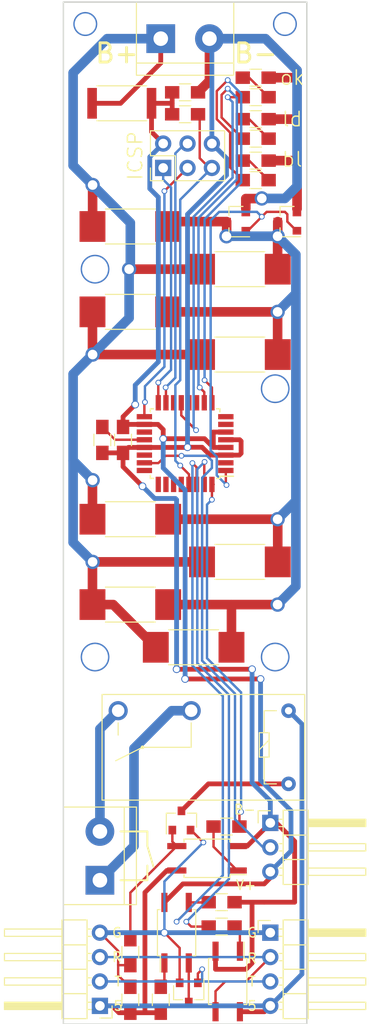
<source format=kicad_pcb>
(kicad_pcb (version 4) (host pcbnew 4.0.6-e0-6349~53~ubuntu16.04.1)

  (general
    (links 86)
    (no_connects 0)
    (area 198.044999 32.944999 223.595001 139.521001)
    (thickness 1.6)
    (drawings 34)
    (tracks 417)
    (zones 0)
    (modules 46)
    (nets 33)
  )

  (page A4)
  (layers
    (0 F.Cu signal)
    (31 B.Cu signal)
    (32 B.Adhes user hide)
    (33 F.Adhes user hide)
    (34 B.Paste user hide)
    (35 F.Paste user hide)
    (36 B.SilkS user hide)
    (37 F.SilkS user hide)
    (38 B.Mask user hide)
    (39 F.Mask user hide)
    (40 Dwgs.User user hide)
    (41 Cmts.User user hide)
    (42 Eco1.User user hide)
    (43 Eco2.User user hide)
    (44 Edge.Cuts user hide)
    (45 Margin user hide)
    (46 B.CrtYd user hide)
    (47 F.CrtYd user hide)
    (48 B.Fab user hide)
    (49 F.Fab user hide)
  )

  (setup
    (last_trace_width 0.25)
    (trace_clearance 0.2)
    (zone_clearance 0.3)
    (zone_45_only no)
    (trace_min 0.2)
    (segment_width 0.2)
    (edge_width 0.15)
    (via_size 0.6)
    (via_drill 0.4)
    (via_min_size 0.4)
    (via_min_drill 0.3)
    (uvia_size 0.3)
    (uvia_drill 0.1)
    (uvias_allowed no)
    (uvia_min_size 0.3)
    (uvia_min_drill 0.1)
    (pcb_text_width 0.3)
    (pcb_text_size 1.5 1.5)
    (mod_edge_width 0.15)
    (mod_text_size 1 1)
    (mod_text_width 0.15)
    (pad_size 3 3)
    (pad_drill 2.7)
    (pad_to_mask_clearance 0.2)
    (aux_axis_origin 198.12 139.446)
    (grid_origin 198.12 48.768)
    (visible_elements FFFFFF7F)
    (pcbplotparams
      (layerselection 0x010e0_80000001)
      (usegerberextensions true)
      (excludeedgelayer true)
      (linewidth 0.100000)
      (plotframeref false)
      (viasonmask false)
      (mode 1)
      (useauxorigin true)
      (hpglpennumber 1)
      (hpglpenspeed 20)
      (hpglpendiameter 15)
      (hpglpenoverlay 2)
      (psnegative false)
      (psa4output false)
      (plotreference true)
      (plotvalue true)
      (plotinvisibletext false)
      (padsonsilk false)
      (subtractmaskfromsilk false)
      (outputformat 1)
      (mirror false)
      (drillshape 0)
      (scaleselection 1)
      (outputdirectory "Gerber zum Bestellen/"))
  )

  (net 0 "")
  (net 1 /5V_Master)
  (net 2 +BATT)
  (net 3 GND)
  (net 4 "Net-(C3-Pad1)")
  (net 5 "Net-(D1-Pad2)")
  (net 6 "Net-(D2-Pad2)")
  (net 7 "Net-(D3-Pad2)")
  (net 8 /Passive_bal)
  (net 9 /LED_act_Bal)
  (net 10 /LED_pass_Bal)
  (net 11 /LED_status)
  (net 12 /MOSI)
  (net 13 /MISO)
  (net 14 /SCK)
  (net 15 /Battery_Temp)
  (net 16 /RESET)
  (net 17 /RX_local)
  (net 18 /TX_local)
  (net 19 /Active_bal)
  (net 20 /GND_Master)
  (net 21 /RX_master)
  (net 22 /TX_Master)
  (net 23 "Net-(Q1-Pad1)")
  (net 24 "Net-(Q2-Pad3)")
  (net 25 "Net-(Q3-Pad3)")
  (net 26 "Net-(R4-Pad2)")
  (net 27 "Net-(R6-Pad2)")
  (net 28 "Net-(R8-Pad1)")
  (net 29 "Net-(J2-Pad1)")
  (net 30 "Net-(J2-Pad2)")
  (net 31 /Relais_neg)
  (net 32 /V_stab)

  (net_class Default "This is the default net class."
    (clearance 0.2)
    (trace_width 0.25)
    (via_dia 0.6)
    (via_drill 0.4)
    (uvia_dia 0.3)
    (uvia_drill 0.1)
    (add_net /Active_bal)
    (add_net /Battery_Temp)
    (add_net /GND_Master)
    (add_net /LED_act_Bal)
    (add_net /LED_pass_Bal)
    (add_net /LED_status)
    (add_net /MISO)
    (add_net /MOSI)
    (add_net /Passive_bal)
    (add_net /RESET)
    (add_net /RX_local)
    (add_net /RX_master)
    (add_net /SCK)
    (add_net /TX_Master)
    (add_net /TX_local)
    (add_net "Net-(C3-Pad1)")
    (add_net "Net-(D1-Pad2)")
    (add_net "Net-(D2-Pad2)")
    (add_net "Net-(D3-Pad2)")
    (add_net "Net-(J2-Pad1)")
    (add_net "Net-(J2-Pad2)")
    (add_net "Net-(Q1-Pad1)")
    (add_net "Net-(Q2-Pad3)")
    (add_net "Net-(R4-Pad2)")
    (add_net "Net-(R6-Pad2)")
    (add_net "Net-(R8-Pad1)")
  )

  (net_class Ballancer ""
    (clearance 0.3)
    (trace_width 1)
    (via_dia 1.5)
    (via_drill 1)
    (uvia_dia 0.3)
    (uvia_drill 0.1)
    (add_net +BATT)
    (add_net "Net-(Q3-Pad3)")
  )

  (net_class Power ""
    (clearance 0.2)
    (trace_width 0.5)
    (via_dia 0.8)
    (via_drill 0.6)
    (uvia_dia 0.6)
    (uvia_drill 0.4)
    (add_net /5V_Master)
    (add_net /Relais_neg)
    (add_net /V_stab)
    (add_net GND)
  )

  (module Connectors:1pin locked (layer F.Cu) (tedit 5A832EE8) (tstamp 596617A4)
    (at 220.218 73.279)
    (descr "module 1 pin (ou trou mecanique de percage)")
    (tags DEV)
    (solder_mask_margin 0.1)
    (solder_paste_margin -0.1)
    (solder_paste_ratio -0.001)
    (clearance 0.1)
    (fp_text reference REF** (at 0 -3.048) (layer F.SilkS) hide
      (effects (font (size 1 1) (thickness 0.15)))
    )
    (fp_text value 1pin (at 0 3) (layer F.Fab) hide
      (effects (font (size 1 1) (thickness 0.15)))
    )
    (pad 1 thru_hole circle (at 0 0) (size 3 3) (drill 2.7) (layers *.Cu *.Mask)
      (solder_paste_margin 1) (clearance 1) (zone_connect 2))
  )

  (module Resistors_SMD:R_2512_HandSoldering (layer F.Cu) (tedit 59371825) (tstamp 593307EF)
    (at 205.105 56.388 180)
    (descr "Resistor SMD 2512, hand soldering")
    (tags "resistor 2512")
    (path /59313227)
    (attr smd)
    (fp_text reference R9 (at 0 -2.6 180) (layer F.SilkS) hide
      (effects (font (size 1 1) (thickness 0.15)))
    )
    (fp_text value 20R (at 0 2.75 180) (layer F.Fab) hide
      (effects (font (size 1 1) (thickness 0.15)))
    )
    (fp_text user %R (at 0 0 180) (layer F.Fab)
      (effects (font (size 1 1) (thickness 0.15)))
    )
    (fp_line (start -3.15 1.6) (end -3.15 -1.6) (layer F.Fab) (width 0.1))
    (fp_line (start 3.15 1.6) (end -3.15 1.6) (layer F.Fab) (width 0.1))
    (fp_line (start 3.15 -1.6) (end 3.15 1.6) (layer F.Fab) (width 0.1))
    (fp_line (start -3.15 -1.6) (end 3.15 -1.6) (layer F.Fab) (width 0.1))
    (fp_line (start 2.6 1.82) (end -2.6 1.82) (layer F.SilkS) (width 0.12))
    (fp_line (start -2.6 -1.82) (end 2.6 -1.82) (layer F.SilkS) (width 0.12))
    (fp_line (start -5.56 -1.85) (end 5.55 -1.85) (layer F.CrtYd) (width 0.05))
    (fp_line (start -5.56 -1.85) (end -5.56 1.85) (layer F.CrtYd) (width 0.05))
    (fp_line (start 5.55 1.85) (end 5.55 -1.85) (layer F.CrtYd) (width 0.05))
    (fp_line (start 5.55 1.85) (end -5.56 1.85) (layer F.CrtYd) (width 0.05))
    (pad 1 smd rect (at -3.95 0 180) (size 2.7 3.2) (layers F.Cu F.Paste F.Mask)
      (net 25 "Net-(Q3-Pad3)"))
    (pad 2 smd rect (at 3.95 0 180) (size 2.7 3.2) (layers F.Cu F.Paste F.Mask)
      (net 2 +BATT))
    (model ${KISYS3DMOD}/Resistors_SMD.3dshapes/R_2512.wrl
      (at (xyz 0 0 0))
      (scale (xyz 1 1 1))
      (rotate (xyz 0 0 0))
    )
  )

  (module Connectors:bornier2 (layer F.Cu) (tedit 595CE810) (tstamp 5933077C)
    (at 208.28 36.83)
    (descr "Bornier d'alimentation 2 pins")
    (tags DEV)
    (path /5932F342)
    (fp_text reference J1 (at 2.54 -5.08) (layer F.SilkS) hide
      (effects (font (size 1 1) (thickness 0.15)))
    )
    (fp_text value Screw_Terminal_1x02 (at 2.54 5.08) (layer F.Fab) hide
      (effects (font (size 1 1) (thickness 0.15)))
    )
    (fp_line (start -2.41 2.55) (end 7.49 2.55) (layer F.Fab) (width 0.1))
    (fp_line (start -2.46 -3.75) (end -2.46 3.75) (layer F.Fab) (width 0.1))
    (fp_line (start -2.46 3.75) (end 7.54 3.75) (layer F.Fab) (width 0.1))
    (fp_line (start 7.54 3.75) (end 7.54 -3.75) (layer F.Fab) (width 0.1))
    (fp_line (start 7.54 -3.75) (end -2.46 -3.75) (layer F.Fab) (width 0.1))
    (fp_line (start 7.62 2.54) (end -2.54 2.54) (layer F.SilkS) (width 0.12))
    (fp_line (start 7.62 3.81) (end 7.62 -3.81) (layer F.SilkS) (width 0.12))
    (fp_line (start 7.62 -3.81) (end -2.54 -3.81) (layer F.SilkS) (width 0.12))
    (fp_line (start -2.54 -3.81) (end -2.54 3.81) (layer F.SilkS) (width 0.12))
    (fp_line (start -2.54 3.81) (end 7.62 3.81) (layer F.SilkS) (width 0.12))
    (fp_line (start -2.71 -4) (end 7.79 -4) (layer F.CrtYd) (width 0.05))
    (fp_line (start -2.71 -4) (end -2.71 4) (layer F.CrtYd) (width 0.05))
    (fp_line (start 7.79 4) (end 7.79 -4) (layer F.CrtYd) (width 0.05))
    (fp_line (start 7.79 4) (end -2.71 4) (layer F.CrtYd) (width 0.05))
    (pad 1 thru_hole rect (at 0 0) (size 3 3) (drill 1.52) (layers *.Cu *.Mask)
      (net 2 +BATT))
    (pad 2 thru_hole circle (at 5.08 0) (size 3 3) (drill 1.52) (layers *.Cu *.Mask)
      (net 3 GND))
    (model Connectors.3dshapes/bornier2.wrl
      (at (xyz 0 0 0))
      (scale (xyz 1 1 1))
      (rotate (xyz 0 0 0))
    )
  )

  (module Housings_SOIC:SO-4_4.4x3.6mm_Pitch2.54mm (layer F.Cu) (tedit 595A35D4) (tstamp 59330AD5)
    (at 215.265 135.001 270)
    (descr "4-Lead Plastic Small Outline (SO), see https://www.elpro.org/de/index.php?controller=attachment&id_attachment=339")
    (tags "SO SOIC 2.54")
    (path /595A39DF)
    (attr smd)
    (fp_text reference U3 (at 3.81 0 270) (layer F.SilkS) hide
      (effects (font (size 1 1) (thickness 0.15)))
    )
    (fp_text value TLP185 (at 0 2.8 270) (layer F.Fab) hide
      (effects (font (size 1 1) (thickness 0.15)))
    )
    (fp_line (start -2.4 -1.7) (end -4.1 -1.7) (layer F.SilkS) (width 0.12))
    (fp_text user %R (at 0 -0.065 270) (layer F.Fab)
      (effects (font (size 1 1) (thickness 0.15)))
    )
    (fp_line (start 2.4 1.7) (end 2.4 2) (layer F.SilkS) (width 0.12))
    (fp_line (start 2.4 2) (end -2.4 2) (layer F.SilkS) (width 0.12))
    (fp_line (start -2.4 2) (end -2.4 1.7) (layer F.SilkS) (width 0.12))
    (fp_line (start -2.4 -1.7) (end -2.4 -2) (layer F.SilkS) (width 0.12))
    (fp_line (start -2.4 -2) (end 2.4 -2) (layer F.SilkS) (width 0.12))
    (fp_line (start 2.4 -2) (end 2.4 -1.7) (layer F.SilkS) (width 0.12))
    (fp_line (start 2.2 -1.8) (end 2.2 1.8) (layer F.Fab) (width 0.12))
    (fp_line (start 2.2 1.8) (end -2.2 1.8) (layer F.Fab) (width 0.12))
    (fp_line (start -2.2 1.8) (end -2.2 -1) (layer F.Fab) (width 0.12))
    (fp_line (start -2.2 -1) (end -1.4 -1.8) (layer F.Fab) (width 0.12))
    (fp_line (start -1.4 -1.8) (end 2.2 -1.8) (layer F.Fab) (width 0.12))
    (fp_line (start -4.4 -2.05) (end 4.4 -2.05) (layer F.CrtYd) (width 0.05))
    (fp_line (start -4.4 -2.05) (end -4.4 2.05) (layer F.CrtYd) (width 0.05))
    (fp_line (start 4.4 2.05) (end 4.4 -2.05) (layer F.CrtYd) (width 0.05))
    (fp_line (start 4.4 2.05) (end -4.4 2.05) (layer F.CrtYd) (width 0.05))
    (pad 1 smd rect (at -3.15 -1.27 270) (size 2 0.64) (layers F.Cu F.Paste F.Mask)
      (net 27 "Net-(R6-Pad2)"))
    (pad 3 smd rect (at -3.15 1.27 270) (size 2 0.64) (layers F.Cu F.Paste F.Mask)
      (net 3 GND))
    (pad 4 smd rect (at 3.15 1.27 270) (size 2 0.64) (layers F.Cu F.Paste F.Mask)
      (net 21 /RX_master))
    (pad 6 smd rect (at 3.15 -1.27 270) (size 2 0.64) (layers F.Cu F.Paste F.Mask)
      (net 1 /5V_Master))
    (model ${KISYS3DMOD}/Housings_SOIC.3dshapes/SO-4_4.4x3.6mm_Pitch2.54mm.wrl
      (at (xyz 0 0.0005910000000000001 0))
      (scale (xyz 1 1 1))
      (rotate (xyz 0 0 0))
    )
  )

  (module Housings_QFP:TQFP-32_7x7mm_Pitch0.8mm (layer F.Cu) (tedit 593826AF) (tstamp 59330776)
    (at 210.82 78.994 180)
    (descr "32-Lead Plastic Thin Quad Flatpack (PT) - 7x7x1.0 mm Body, 2.00 mm [TQFP] (see Microchip Packaging Specification 00000049BS.pdf)")
    (tags "QFP 0.8")
    (path /592C44B6)
    (attr smd)
    (fp_text reference IC1 (at 16.256 -5.334 180) (layer F.SilkS) hide
      (effects (font (size 1 1) (thickness 0.15)))
    )
    (fp_text value ATMEGA328P-A (at 0 6.05 180) (layer F.Fab) hide
      (effects (font (size 1 1) (thickness 0.15)))
    )
    (fp_text user %R (at 0 0 180) (layer F.Fab)
      (effects (font (size 1 1) (thickness 0.15)))
    )
    (fp_line (start -2.5 -3.5) (end 3.5 -3.5) (layer F.Fab) (width 0.15))
    (fp_line (start 3.5 -3.5) (end 3.5 3.5) (layer F.Fab) (width 0.15))
    (fp_line (start 3.5 3.5) (end -3.5 3.5) (layer F.Fab) (width 0.15))
    (fp_line (start -3.5 3.5) (end -3.5 -2.5) (layer F.Fab) (width 0.15))
    (fp_line (start -3.5 -2.5) (end -2.5 -3.5) (layer F.Fab) (width 0.15))
    (fp_line (start -5.3 -5.3) (end -5.3 5.3) (layer F.CrtYd) (width 0.05))
    (fp_line (start 5.3 -5.3) (end 5.3 5.3) (layer F.CrtYd) (width 0.05))
    (fp_line (start -5.3 -5.3) (end 5.3 -5.3) (layer F.CrtYd) (width 0.05))
    (fp_line (start -5.3 5.3) (end 5.3 5.3) (layer F.CrtYd) (width 0.05))
    (fp_line (start -3.625 -3.625) (end -3.625 -3.4) (layer F.SilkS) (width 0.15))
    (fp_line (start 3.625 -3.625) (end 3.625 -3.3) (layer F.SilkS) (width 0.15))
    (fp_line (start 3.625 3.625) (end 3.625 3.3) (layer F.SilkS) (width 0.15))
    (fp_line (start -3.625 3.625) (end -3.625 3.3) (layer F.SilkS) (width 0.15))
    (fp_line (start -3.625 -3.625) (end -3.3 -3.625) (layer F.SilkS) (width 0.15))
    (fp_line (start -3.625 3.625) (end -3.3 3.625) (layer F.SilkS) (width 0.15))
    (fp_line (start 3.625 3.625) (end 3.3 3.625) (layer F.SilkS) (width 0.15))
    (fp_line (start 3.625 -3.625) (end 3.3 -3.625) (layer F.SilkS) (width 0.15))
    (fp_line (start -3.625 -3.4) (end -5.05 -3.4) (layer F.SilkS) (width 0.15))
    (pad 1 smd rect (at -4.25 -2.8 180) (size 1.6 0.55) (layers F.Cu F.Paste F.Mask)
      (net 8 /Passive_bal))
    (pad 2 smd rect (at -4.25 -2 180) (size 1.6 0.55) (layers F.Cu F.Paste F.Mask))
    (pad 3 smd rect (at -4.25 -1.2 180) (size 1.6 0.55) (layers F.Cu F.Paste F.Mask)
      (net 3 GND))
    (pad 4 smd rect (at -4.25 -0.4 180) (size 1.6 0.55) (layers F.Cu F.Paste F.Mask)
      (net 32 /V_stab))
    (pad 5 smd rect (at -4.25 0.4 180) (size 1.6 0.55) (layers F.Cu F.Paste F.Mask)
      (net 3 GND))
    (pad 6 smd rect (at -4.25 1.2 180) (size 1.6 0.55) (layers F.Cu F.Paste F.Mask)
      (net 32 /V_stab))
    (pad 7 smd rect (at -4.25 2 180) (size 1.6 0.55) (layers F.Cu F.Paste F.Mask))
    (pad 8 smd rect (at -4.25 2.8 180) (size 1.6 0.55) (layers F.Cu F.Paste F.Mask))
    (pad 9 smd rect (at -2.8 4.25 270) (size 1.6 0.55) (layers F.Cu F.Paste F.Mask)
      (net 9 /LED_act_Bal))
    (pad 10 smd rect (at -2 4.25 270) (size 1.6 0.55) (layers F.Cu F.Paste F.Mask)
      (net 10 /LED_pass_Bal))
    (pad 11 smd rect (at -1.2 4.25 270) (size 1.6 0.55) (layers F.Cu F.Paste F.Mask))
    (pad 12 smd rect (at -0.4 4.25 270) (size 1.6 0.55) (layers F.Cu F.Paste F.Mask))
    (pad 13 smd rect (at 0.4 4.25 270) (size 1.6 0.55) (layers F.Cu F.Paste F.Mask)
      (net 11 /LED_status))
    (pad 14 smd rect (at 1.2 4.25 270) (size 1.6 0.55) (layers F.Cu F.Paste F.Mask))
    (pad 15 smd rect (at 2 4.25 270) (size 1.6 0.55) (layers F.Cu F.Paste F.Mask)
      (net 12 /MOSI))
    (pad 16 smd rect (at 2.8 4.25 270) (size 1.6 0.55) (layers F.Cu F.Paste F.Mask)
      (net 13 /MISO))
    (pad 17 smd rect (at 4.25 2.8 180) (size 1.6 0.55) (layers F.Cu F.Paste F.Mask)
      (net 14 /SCK))
    (pad 18 smd rect (at 4.25 2 180) (size 1.6 0.55) (layers F.Cu F.Paste F.Mask)
      (net 32 /V_stab))
    (pad 19 smd rect (at 4.25 1.2 180) (size 1.6 0.55) (layers F.Cu F.Paste F.Mask))
    (pad 20 smd rect (at 4.25 0.4 180) (size 1.6 0.55) (layers F.Cu F.Paste F.Mask)
      (net 4 "Net-(C3-Pad1)"))
    (pad 21 smd rect (at 4.25 -0.4 180) (size 1.6 0.55) (layers F.Cu F.Paste F.Mask)
      (net 3 GND))
    (pad 22 smd rect (at 4.25 -1.2 180) (size 1.6 0.55) (layers F.Cu F.Paste F.Mask))
    (pad 23 smd rect (at 4.25 -2 180) (size 1.6 0.55) (layers F.Cu F.Paste F.Mask)
      (net 15 /Battery_Temp))
    (pad 24 smd rect (at 4.25 -2.8 180) (size 1.6 0.55) (layers F.Cu F.Paste F.Mask))
    (pad 25 smd rect (at 2.8 -4.25 270) (size 1.6 0.55) (layers F.Cu F.Paste F.Mask))
    (pad 26 smd rect (at 2 -4.25 270) (size 1.6 0.55) (layers F.Cu F.Paste F.Mask))
    (pad 27 smd rect (at 1.2 -4.25 270) (size 1.6 0.55) (layers F.Cu F.Paste F.Mask))
    (pad 28 smd rect (at 0.4 -4.25 270) (size 1.6 0.55) (layers F.Cu F.Paste F.Mask))
    (pad 29 smd rect (at -0.4 -4.25 270) (size 1.6 0.55) (layers F.Cu F.Paste F.Mask)
      (net 16 /RESET))
    (pad 30 smd rect (at -1.2 -4.25 270) (size 1.6 0.55) (layers F.Cu F.Paste F.Mask)
      (net 17 /RX_local))
    (pad 31 smd rect (at -2 -4.25 270) (size 1.6 0.55) (layers F.Cu F.Paste F.Mask)
      (net 18 /TX_local))
    (pad 32 smd rect (at -2.8 -4.25 270) (size 1.6 0.55) (layers F.Cu F.Paste F.Mask)
      (net 19 /Active_bal))
    (model Housings_QFP.3dshapes/TQFP-32_7x7mm_Pitch0.8mm.wrl
      (at (xyz 0 0 0))
      (scale (xyz 1 1 1))
      (rotate (xyz 0 0 0))
    )
  )

  (module Housings_SOIC:SO-4_4.4x3.6mm_Pitch2.54mm (layer F.Cu) (tedit 59371705) (tstamp 59330AC5)
    (at 213.106 122.174 180)
    (descr "4-Lead Plastic Small Outline (SO), see https://www.elpro.org/de/index.php?controller=attachment&id_attachment=339")
    (tags "SO SOIC 2.54")
    (path /5931AB76)
    (attr smd)
    (fp_text reference U1 (at 0 -2.7 180) (layer F.SilkS) hide
      (effects (font (size 1 1) (thickness 0.15)))
    )
    (fp_text value TLP185 (at 0 2.8 180) (layer F.Fab) hide
      (effects (font (size 1 1) (thickness 0.15)))
    )
    (fp_line (start -2.4 -1.7) (end -4.1 -1.7) (layer F.SilkS) (width 0.12))
    (fp_text user %R (at 0 -0.065 180) (layer F.Fab)
      (effects (font (size 1 1) (thickness 0.15)))
    )
    (fp_line (start 2.4 1.7) (end 2.4 2) (layer F.SilkS) (width 0.12))
    (fp_line (start 2.4 2) (end -2.4 2) (layer F.SilkS) (width 0.12))
    (fp_line (start -2.4 2) (end -2.4 1.7) (layer F.SilkS) (width 0.12))
    (fp_line (start -2.4 -1.7) (end -2.4 -2) (layer F.SilkS) (width 0.12))
    (fp_line (start -2.4 -2) (end 2.4 -2) (layer F.SilkS) (width 0.12))
    (fp_line (start 2.4 -2) (end 2.4 -1.7) (layer F.SilkS) (width 0.12))
    (fp_line (start 2.2 -1.8) (end 2.2 1.8) (layer F.Fab) (width 0.12))
    (fp_line (start 2.2 1.8) (end -2.2 1.8) (layer F.Fab) (width 0.12))
    (fp_line (start -2.2 1.8) (end -2.2 -1) (layer F.Fab) (width 0.12))
    (fp_line (start -2.2 -1) (end -1.4 -1.8) (layer F.Fab) (width 0.12))
    (fp_line (start -1.4 -1.8) (end 2.2 -1.8) (layer F.Fab) (width 0.12))
    (fp_line (start -4.4 -2.05) (end 4.4 -2.05) (layer F.CrtYd) (width 0.05))
    (fp_line (start -4.4 -2.05) (end -4.4 2.05) (layer F.CrtYd) (width 0.05))
    (fp_line (start 4.4 2.05) (end 4.4 -2.05) (layer F.CrtYd) (width 0.05))
    (fp_line (start 4.4 2.05) (end -4.4 2.05) (layer F.CrtYd) (width 0.05))
    (pad 1 smd rect (at -3.15 -1.27 180) (size 2 0.64) (layers F.Cu F.Paste F.Mask)
      (net 26 "Net-(R4-Pad2)"))
    (pad 3 smd rect (at -3.15 1.27 180) (size 2 0.64) (layers F.Cu F.Paste F.Mask)
      (net 3 GND))
    (pad 4 smd rect (at 3.15 1.27 180) (size 2 0.64) (layers F.Cu F.Paste F.Mask)
      (net 23 "Net-(Q1-Pad1)"))
    (pad 6 smd rect (at 3.15 -1.27 180) (size 2 0.64) (layers F.Cu F.Paste F.Mask)
      (net 1 /5V_Master))
    (model ${KISYS3DMOD}/Housings_SOIC.3dshapes/SO-4_4.4x3.6mm_Pitch2.54mm.wrl
      (at (xyz 0 0.0005910000000000001 0))
      (scale (xyz 1 1 1))
      (rotate (xyz 0 0 0))
    )
  )

  (module Housings_SOIC:SO-4_4.4x3.6mm_Pitch2.54mm (layer F.Cu) (tedit 593716E1) (tstamp 59330ACD)
    (at 209.931 129.921 90)
    (descr "4-Lead Plastic Small Outline (SO), see https://www.elpro.org/de/index.php?controller=attachment&id_attachment=339")
    (tags "SO SOIC 2.54")
    (path /59310C2F)
    (attr smd)
    (fp_text reference U2 (at 3.81 0 90) (layer F.SilkS) hide
      (effects (font (size 1 1) (thickness 0.15)))
    )
    (fp_text value TLP185 (at 0 2.8 90) (layer F.Fab) hide
      (effects (font (size 1 1) (thickness 0.15)))
    )
    (fp_line (start -2.4 -1.7) (end -4.1 -1.7) (layer F.SilkS) (width 0.12))
    (fp_text user %R (at 0 -0.065 90) (layer F.Fab)
      (effects (font (size 1 1) (thickness 0.15)))
    )
    (fp_line (start 2.4 1.7) (end 2.4 2) (layer F.SilkS) (width 0.12))
    (fp_line (start 2.4 2) (end -2.4 2) (layer F.SilkS) (width 0.12))
    (fp_line (start -2.4 2) (end -2.4 1.7) (layer F.SilkS) (width 0.12))
    (fp_line (start -2.4 -1.7) (end -2.4 -2) (layer F.SilkS) (width 0.12))
    (fp_line (start -2.4 -2) (end 2.4 -2) (layer F.SilkS) (width 0.12))
    (fp_line (start 2.4 -2) (end 2.4 -1.7) (layer F.SilkS) (width 0.12))
    (fp_line (start 2.2 -1.8) (end 2.2 1.8) (layer F.Fab) (width 0.12))
    (fp_line (start 2.2 1.8) (end -2.2 1.8) (layer F.Fab) (width 0.12))
    (fp_line (start -2.2 1.8) (end -2.2 -1) (layer F.Fab) (width 0.12))
    (fp_line (start -2.2 -1) (end -1.4 -1.8) (layer F.Fab) (width 0.12))
    (fp_line (start -1.4 -1.8) (end 2.2 -1.8) (layer F.Fab) (width 0.12))
    (fp_line (start -4.4 -2.05) (end 4.4 -2.05) (layer F.CrtYd) (width 0.05))
    (fp_line (start -4.4 -2.05) (end -4.4 2.05) (layer F.CrtYd) (width 0.05))
    (fp_line (start 4.4 2.05) (end 4.4 -2.05) (layer F.CrtYd) (width 0.05))
    (fp_line (start 4.4 2.05) (end -4.4 2.05) (layer F.CrtYd) (width 0.05))
    (pad 1 smd rect (at -3.15 -1.27 90) (size 2 0.64) (layers F.Cu F.Paste F.Mask)
      (net 28 "Net-(R8-Pad1)"))
    (pad 3 smd rect (at -3.15 1.27 90) (size 2 0.64) (layers F.Cu F.Paste F.Mask)
      (net 24 "Net-(Q2-Pad3)"))
    (pad 4 smd rect (at 3.15 1.27 90) (size 2 0.64) (layers F.Cu F.Paste F.Mask)
      (net 17 /RX_local))
    (pad 6 smd rect (at 3.15 -1.27 90) (size 2 0.64) (layers F.Cu F.Paste F.Mask)
      (net 32 /V_stab))
    (model ${KISYS3DMOD}/Housings_SOIC.3dshapes/SO-4_4.4x3.6mm_Pitch2.54mm.wrl
      (at (xyz 0 0.0005910000000000001 0))
      (scale (xyz 1 1 1))
      (rotate (xyz 0 0 0))
    )
  )

  (module Pin_Headers:Pin_Header_Angled_1x04_Pitch2.54mm (layer F.Cu) (tedit 59371753) (tstamp 59330795)
    (at 219.71 129.921)
    (descr "Through hole angled pin header, 1x04, 2.54mm pitch, 6mm pin length, single row")
    (tags "Through hole angled pin header THT 1x04 2.54mm single row")
    (path /59320BB1)
    (fp_text reference P3 (at 7.874 -3.048) (layer F.SilkS) hide
      (effects (font (size 1 1) (thickness 0.15)))
    )
    (fp_text value CONN_01X04 (at 4.315 9.89) (layer F.Fab) hide
      (effects (font (size 1 1) (thickness 0.15)))
    )
    (fp_line (start 1.4 -1.27) (end 1.4 1.27) (layer F.Fab) (width 0.1))
    (fp_line (start 1.4 1.27) (end 3.9 1.27) (layer F.Fab) (width 0.1))
    (fp_line (start 3.9 1.27) (end 3.9 -1.27) (layer F.Fab) (width 0.1))
    (fp_line (start 3.9 -1.27) (end 1.4 -1.27) (layer F.Fab) (width 0.1))
    (fp_line (start 0 -0.32) (end 0 0.32) (layer F.Fab) (width 0.1))
    (fp_line (start 0 0.32) (end 9.9 0.32) (layer F.Fab) (width 0.1))
    (fp_line (start 9.9 0.32) (end 9.9 -0.32) (layer F.Fab) (width 0.1))
    (fp_line (start 9.9 -0.32) (end 0 -0.32) (layer F.Fab) (width 0.1))
    (fp_line (start 1.4 1.27) (end 1.4 3.81) (layer F.Fab) (width 0.1))
    (fp_line (start 1.4 3.81) (end 3.9 3.81) (layer F.Fab) (width 0.1))
    (fp_line (start 3.9 3.81) (end 3.9 1.27) (layer F.Fab) (width 0.1))
    (fp_line (start 3.9 1.27) (end 1.4 1.27) (layer F.Fab) (width 0.1))
    (fp_line (start 0 2.22) (end 0 2.86) (layer F.Fab) (width 0.1))
    (fp_line (start 0 2.86) (end 9.9 2.86) (layer F.Fab) (width 0.1))
    (fp_line (start 9.9 2.86) (end 9.9 2.22) (layer F.Fab) (width 0.1))
    (fp_line (start 9.9 2.22) (end 0 2.22) (layer F.Fab) (width 0.1))
    (fp_line (start 1.4 3.81) (end 1.4 6.35) (layer F.Fab) (width 0.1))
    (fp_line (start 1.4 6.35) (end 3.9 6.35) (layer F.Fab) (width 0.1))
    (fp_line (start 3.9 6.35) (end 3.9 3.81) (layer F.Fab) (width 0.1))
    (fp_line (start 3.9 3.81) (end 1.4 3.81) (layer F.Fab) (width 0.1))
    (fp_line (start 0 4.76) (end 0 5.4) (layer F.Fab) (width 0.1))
    (fp_line (start 0 5.4) (end 9.9 5.4) (layer F.Fab) (width 0.1))
    (fp_line (start 9.9 5.4) (end 9.9 4.76) (layer F.Fab) (width 0.1))
    (fp_line (start 9.9 4.76) (end 0 4.76) (layer F.Fab) (width 0.1))
    (fp_line (start 1.4 6.35) (end 1.4 8.89) (layer F.Fab) (width 0.1))
    (fp_line (start 1.4 8.89) (end 3.9 8.89) (layer F.Fab) (width 0.1))
    (fp_line (start 3.9 8.89) (end 3.9 6.35) (layer F.Fab) (width 0.1))
    (fp_line (start 3.9 6.35) (end 1.4 6.35) (layer F.Fab) (width 0.1))
    (fp_line (start 0 7.3) (end 0 7.94) (layer F.Fab) (width 0.1))
    (fp_line (start 0 7.94) (end 9.9 7.94) (layer F.Fab) (width 0.1))
    (fp_line (start 9.9 7.94) (end 9.9 7.3) (layer F.Fab) (width 0.1))
    (fp_line (start 9.9 7.3) (end 0 7.3) (layer F.Fab) (width 0.1))
    (fp_line (start 1.34 -1.33) (end 1.34 1.27) (layer F.SilkS) (width 0.12))
    (fp_line (start 1.34 1.27) (end 3.96 1.27) (layer F.SilkS) (width 0.12))
    (fp_line (start 3.96 1.27) (end 3.96 -1.33) (layer F.SilkS) (width 0.12))
    (fp_line (start 3.96 -1.33) (end 1.34 -1.33) (layer F.SilkS) (width 0.12))
    (fp_line (start 3.96 -0.38) (end 3.96 0.38) (layer F.SilkS) (width 0.12))
    (fp_line (start 3.96 0.38) (end 9.96 0.38) (layer F.SilkS) (width 0.12))
    (fp_line (start 9.96 0.38) (end 9.96 -0.38) (layer F.SilkS) (width 0.12))
    (fp_line (start 9.96 -0.38) (end 3.96 -0.38) (layer F.SilkS) (width 0.12))
    (fp_line (start 0.91 -0.38) (end 1.34 -0.38) (layer F.SilkS) (width 0.12))
    (fp_line (start 0.91 0.38) (end 1.34 0.38) (layer F.SilkS) (width 0.12))
    (fp_line (start 3.96 -0.26) (end 9.96 -0.26) (layer F.SilkS) (width 0.12))
    (fp_line (start 3.96 -0.14) (end 9.96 -0.14) (layer F.SilkS) (width 0.12))
    (fp_line (start 3.96 -0.02) (end 9.96 -0.02) (layer F.SilkS) (width 0.12))
    (fp_line (start 3.96 0.1) (end 9.96 0.1) (layer F.SilkS) (width 0.12))
    (fp_line (start 3.96 0.22) (end 9.96 0.22) (layer F.SilkS) (width 0.12))
    (fp_line (start 3.96 0.34) (end 9.96 0.34) (layer F.SilkS) (width 0.12))
    (fp_line (start 1.34 1.27) (end 1.34 3.81) (layer F.SilkS) (width 0.12))
    (fp_line (start 1.34 3.81) (end 3.96 3.81) (layer F.SilkS) (width 0.12))
    (fp_line (start 3.96 3.81) (end 3.96 1.27) (layer F.SilkS) (width 0.12))
    (fp_line (start 3.96 1.27) (end 1.34 1.27) (layer F.SilkS) (width 0.12))
    (fp_line (start 3.96 2.16) (end 3.96 2.92) (layer F.SilkS) (width 0.12))
    (fp_line (start 3.96 2.92) (end 9.96 2.92) (layer F.SilkS) (width 0.12))
    (fp_line (start 9.96 2.92) (end 9.96 2.16) (layer F.SilkS) (width 0.12))
    (fp_line (start 9.96 2.16) (end 3.96 2.16) (layer F.SilkS) (width 0.12))
    (fp_line (start 0.91 2.16) (end 1.34 2.16) (layer F.SilkS) (width 0.12))
    (fp_line (start 0.91 2.92) (end 1.34 2.92) (layer F.SilkS) (width 0.12))
    (fp_line (start 1.34 3.81) (end 1.34 6.35) (layer F.SilkS) (width 0.12))
    (fp_line (start 1.34 6.35) (end 3.96 6.35) (layer F.SilkS) (width 0.12))
    (fp_line (start 3.96 6.35) (end 3.96 3.81) (layer F.SilkS) (width 0.12))
    (fp_line (start 3.96 3.81) (end 1.34 3.81) (layer F.SilkS) (width 0.12))
    (fp_line (start 3.96 4.7) (end 3.96 5.46) (layer F.SilkS) (width 0.12))
    (fp_line (start 3.96 5.46) (end 9.96 5.46) (layer F.SilkS) (width 0.12))
    (fp_line (start 9.96 5.46) (end 9.96 4.7) (layer F.SilkS) (width 0.12))
    (fp_line (start 9.96 4.7) (end 3.96 4.7) (layer F.SilkS) (width 0.12))
    (fp_line (start 0.91 4.7) (end 1.34 4.7) (layer F.SilkS) (width 0.12))
    (fp_line (start 0.91 5.46) (end 1.34 5.46) (layer F.SilkS) (width 0.12))
    (fp_line (start 1.34 6.35) (end 1.34 8.95) (layer F.SilkS) (width 0.12))
    (fp_line (start 1.34 8.95) (end 3.96 8.95) (layer F.SilkS) (width 0.12))
    (fp_line (start 3.96 8.95) (end 3.96 6.35) (layer F.SilkS) (width 0.12))
    (fp_line (start 3.96 6.35) (end 1.34 6.35) (layer F.SilkS) (width 0.12))
    (fp_line (start 3.96 7.24) (end 3.96 8) (layer F.SilkS) (width 0.12))
    (fp_line (start 3.96 8) (end 9.96 8) (layer F.SilkS) (width 0.12))
    (fp_line (start 9.96 8) (end 9.96 7.24) (layer F.SilkS) (width 0.12))
    (fp_line (start 9.96 7.24) (end 3.96 7.24) (layer F.SilkS) (width 0.12))
    (fp_line (start 0.91 7.24) (end 1.34 7.24) (layer F.SilkS) (width 0.12))
    (fp_line (start 0.91 8) (end 1.34 8) (layer F.SilkS) (width 0.12))
    (fp_line (start -1.27 0) (end -1.27 -1.27) (layer F.SilkS) (width 0.12))
    (fp_line (start -1.27 -1.27) (end 0 -1.27) (layer F.SilkS) (width 0.12))
    (fp_line (start -1.8 -1.8) (end -1.8 9.4) (layer F.CrtYd) (width 0.05))
    (fp_line (start -1.8 9.4) (end 10.4 9.4) (layer F.CrtYd) (width 0.05))
    (fp_line (start 10.4 9.4) (end 10.4 -1.8) (layer F.CrtYd) (width 0.05))
    (fp_line (start 10.4 -1.8) (end -1.8 -1.8) (layer F.CrtYd) (width 0.05))
    (fp_text user %R (at 0 -2.54) (layer F.Fab)
      (effects (font (size 1 1) (thickness 0.15)))
    )
    (pad 1 thru_hole rect (at 0 0) (size 1.7 1.7) (drill 1) (layers *.Cu *.Mask)
      (net 20 /GND_Master))
    (pad 2 thru_hole oval (at 0 2.54) (size 1.7 1.7) (drill 1) (layers *.Cu *.Mask)
      (net 21 /RX_master))
    (pad 3 thru_hole oval (at 0 5.08) (size 1.7 1.7) (drill 1) (layers *.Cu *.Mask)
      (net 22 /TX_Master))
    (pad 4 thru_hole oval (at 0 7.62) (size 1.7 1.7) (drill 1) (layers *.Cu *.Mask)
      (net 1 /5V_Master))
    (model ${KISYS3DMOD}/Pin_Headers.3dshapes/Pin_Header_Angled_1x04_Pitch2.54mm.wrl
      (at (xyz 0 -0.15 0))
      (scale (xyz 1 1 1))
      (rotate (xyz 0 0 90))
    )
  )

  (module TO_SOT_Packages_SMD:SOT-23 (layer F.Cu) (tedit 593716E4) (tstamp 593307B2)
    (at 211.201 136.144 270)
    (descr "SOT-23, Standard")
    (tags SOT-23)
    (path /5931073D)
    (attr smd)
    (fp_text reference Q2 (at 0 -2.5 270) (layer F.SilkS) hide
      (effects (font (size 1 1) (thickness 0.15)))
    )
    (fp_text value DMG2302U-7 (at 0 2.5 270) (layer F.Fab) hide
      (effects (font (size 1 1) (thickness 0.15)))
    )
    (fp_text user %R (at 0 0 270) (layer F.Fab)
      (effects (font (size 0.5 0.5) (thickness 0.075)))
    )
    (fp_line (start -0.7 -0.95) (end -0.7 1.5) (layer F.Fab) (width 0.1))
    (fp_line (start -0.15 -1.52) (end 0.7 -1.52) (layer F.Fab) (width 0.1))
    (fp_line (start -0.7 -0.95) (end -0.15 -1.52) (layer F.Fab) (width 0.1))
    (fp_line (start 0.7 -1.52) (end 0.7 1.52) (layer F.Fab) (width 0.1))
    (fp_line (start -0.7 1.52) (end 0.7 1.52) (layer F.Fab) (width 0.1))
    (fp_line (start 0.76 1.58) (end 0.76 0.65) (layer F.SilkS) (width 0.12))
    (fp_line (start 0.76 -1.58) (end 0.76 -0.65) (layer F.SilkS) (width 0.12))
    (fp_line (start -1.7 -1.75) (end 1.7 -1.75) (layer F.CrtYd) (width 0.05))
    (fp_line (start 1.7 -1.75) (end 1.7 1.75) (layer F.CrtYd) (width 0.05))
    (fp_line (start 1.7 1.75) (end -1.7 1.75) (layer F.CrtYd) (width 0.05))
    (fp_line (start -1.7 1.75) (end -1.7 -1.75) (layer F.CrtYd) (width 0.05))
    (fp_line (start 0.76 -1.58) (end -1.4 -1.58) (layer F.SilkS) (width 0.12))
    (fp_line (start 0.76 1.58) (end -0.7 1.58) (layer F.SilkS) (width 0.12))
    (pad 1 smd rect (at -1 -0.95 270) (size 0.9 0.8) (layers F.Cu F.Paste F.Mask)
      (net 22 /TX_Master))
    (pad 2 smd rect (at -1 0.95 270) (size 0.9 0.8) (layers F.Cu F.Paste F.Mask)
      (net 20 /GND_Master))
    (pad 3 smd rect (at 1 0 270) (size 0.9 0.8) (layers F.Cu F.Paste F.Mask)
      (net 24 "Net-(Q2-Pad3)"))
    (model ${KISYS3DMOD}/TO_SOT_Packages_SMD.3dshapes/SOT-23.wrl
      (at (xyz 0 0 0))
      (scale (xyz 1 1 1))
      (rotate (xyz 0 0 0))
    )
  )

  (module Resistors_SMD:R_0805_HandSoldering (layer F.Cu) (tedit 593716F3) (tstamp 59330734)
    (at 205.105 136.906 90)
    (descr "Resistor SMD 0805, hand soldering")
    (tags "resistor 0805")
    (path /59310821)
    (attr smd)
    (fp_text reference C1 (at 0 1.905 90) (layer F.SilkS) hide
      (effects (font (size 1 1) (thickness 0.15)))
    )
    (fp_text value 100n (at 0 1.75 90) (layer F.Fab) hide
      (effects (font (size 1 1) (thickness 0.15)))
    )
    (fp_text user %R (at 0 0 90) (layer F.Fab)
      (effects (font (size 0.5 0.5) (thickness 0.075)))
    )
    (fp_line (start -1 0.62) (end -1 -0.62) (layer F.Fab) (width 0.1))
    (fp_line (start 1 0.62) (end -1 0.62) (layer F.Fab) (width 0.1))
    (fp_line (start 1 -0.62) (end 1 0.62) (layer F.Fab) (width 0.1))
    (fp_line (start -1 -0.62) (end 1 -0.62) (layer F.Fab) (width 0.1))
    (fp_line (start 0.6 0.88) (end -0.6 0.88) (layer F.SilkS) (width 0.12))
    (fp_line (start -0.6 -0.88) (end 0.6 -0.88) (layer F.SilkS) (width 0.12))
    (fp_line (start -2.35 -0.9) (end 2.35 -0.9) (layer F.CrtYd) (width 0.05))
    (fp_line (start -2.35 -0.9) (end -2.35 0.9) (layer F.CrtYd) (width 0.05))
    (fp_line (start 2.35 0.9) (end 2.35 -0.9) (layer F.CrtYd) (width 0.05))
    (fp_line (start 2.35 0.9) (end -2.35 0.9) (layer F.CrtYd) (width 0.05))
    (pad 1 smd rect (at -1.35 0 90) (size 1.5 1.3) (layers F.Cu F.Paste F.Mask)
      (net 1 /5V_Master))
    (pad 2 smd rect (at 1.35 0 90) (size 1.5 1.3) (layers F.Cu F.Paste F.Mask)
      (net 20 /GND_Master))
    (model ${KISYS3DMOD}/Resistors_SMD.3dshapes/R_0805.wrl
      (at (xyz 0 0 0))
      (scale (xyz 1 1 1))
      (rotate (xyz 0 0 0))
    )
  )

  (module Resistors_SMD:R_0805_HandSoldering (layer F.Cu) (tedit 593717D5) (tstamp 5933073A)
    (at 204.343 78.613 270)
    (descr "Resistor SMD 0805, hand soldering")
    (tags "resistor 0805")
    (path /59328D69)
    (attr smd)
    (fp_text reference C2 (at 0 -1.7 270) (layer F.SilkS) hide
      (effects (font (size 1 1) (thickness 0.15)))
    )
    (fp_text value 100n (at 0 1.75 270) (layer F.Fab) hide
      (effects (font (size 1 1) (thickness 0.15)))
    )
    (fp_text user %R (at 0 0 270) (layer F.Fab)
      (effects (font (size 0.5 0.5) (thickness 0.075)))
    )
    (fp_line (start -1 0.62) (end -1 -0.62) (layer F.Fab) (width 0.1))
    (fp_line (start 1 0.62) (end -1 0.62) (layer F.Fab) (width 0.1))
    (fp_line (start 1 -0.62) (end 1 0.62) (layer F.Fab) (width 0.1))
    (fp_line (start -1 -0.62) (end 1 -0.62) (layer F.Fab) (width 0.1))
    (fp_line (start 0.6 0.88) (end -0.6 0.88) (layer F.SilkS) (width 0.12))
    (fp_line (start -0.6 -0.88) (end 0.6 -0.88) (layer F.SilkS) (width 0.12))
    (fp_line (start -2.35 -0.9) (end 2.35 -0.9) (layer F.CrtYd) (width 0.05))
    (fp_line (start -2.35 -0.9) (end -2.35 0.9) (layer F.CrtYd) (width 0.05))
    (fp_line (start 2.35 0.9) (end 2.35 -0.9) (layer F.CrtYd) (width 0.05))
    (fp_line (start 2.35 0.9) (end -2.35 0.9) (layer F.CrtYd) (width 0.05))
    (pad 1 smd rect (at -1.35 0 270) (size 1.5 1.3) (layers F.Cu F.Paste F.Mask)
      (net 32 /V_stab))
    (pad 2 smd rect (at 1.35 0 270) (size 1.5 1.3) (layers F.Cu F.Paste F.Mask)
      (net 3 GND))
    (model ${KISYS3DMOD}/Resistors_SMD.3dshapes/R_0805.wrl
      (at (xyz 0 0 0))
      (scale (xyz 1 1 1))
      (rotate (xyz 0 0 0))
    )
  )

  (module Resistors_SMD:R_0805_HandSoldering (layer F.Cu) (tedit 593717EF) (tstamp 59330740)
    (at 202.184 78.613 270)
    (descr "Resistor SMD 0805, hand soldering")
    (tags "resistor 0805")
    (path /592C462B)
    (attr smd)
    (fp_text reference C3 (at 0 1.778 270) (layer F.SilkS) hide
      (effects (font (size 1 1) (thickness 0.15)))
    )
    (fp_text value 22n (at 0 1.75 270) (layer F.Fab) hide
      (effects (font (size 1 1) (thickness 0.15)))
    )
    (fp_text user %R (at 0 0 270) (layer F.Fab)
      (effects (font (size 0.5 0.5) (thickness 0.075)))
    )
    (fp_line (start -1 0.62) (end -1 -0.62) (layer F.Fab) (width 0.1))
    (fp_line (start 1 0.62) (end -1 0.62) (layer F.Fab) (width 0.1))
    (fp_line (start 1 -0.62) (end 1 0.62) (layer F.Fab) (width 0.1))
    (fp_line (start -1 -0.62) (end 1 -0.62) (layer F.Fab) (width 0.1))
    (fp_line (start 0.6 0.88) (end -0.6 0.88) (layer F.SilkS) (width 0.12))
    (fp_line (start -0.6 -0.88) (end 0.6 -0.88) (layer F.SilkS) (width 0.12))
    (fp_line (start -2.35 -0.9) (end 2.35 -0.9) (layer F.CrtYd) (width 0.05))
    (fp_line (start -2.35 -0.9) (end -2.35 0.9) (layer F.CrtYd) (width 0.05))
    (fp_line (start 2.35 0.9) (end 2.35 -0.9) (layer F.CrtYd) (width 0.05))
    (fp_line (start 2.35 0.9) (end -2.35 0.9) (layer F.CrtYd) (width 0.05))
    (pad 1 smd rect (at -1.35 0 270) (size 1.5 1.3) (layers F.Cu F.Paste F.Mask)
      (net 4 "Net-(C3-Pad1)"))
    (pad 2 smd rect (at 1.35 0 270) (size 1.5 1.3) (layers F.Cu F.Paste F.Mask)
      (net 3 GND))
    (model ${KISYS3DMOD}/Resistors_SMD.3dshapes/R_0805.wrl
      (at (xyz 0 0 0))
      (scale (xyz 1 1 1))
      (rotate (xyz 0 0 0))
    )
  )

  (module Resistors_SMD:R_0805_HandSoldering (layer F.Cu) (tedit 593717DE) (tstamp 59330746)
    (at 218.186 45.212 180)
    (descr "Resistor SMD 0805, hand soldering")
    (tags "resistor 0805")
    (path /59315CB6)
    (attr smd)
    (fp_text reference D1 (at 0.254 1.651 180) (layer F.SilkS) hide
      (effects (font (size 1 1) (thickness 0.15)))
    )
    (fp_text value "LOR976 (or 2V5)" (at 0 1.75 180) (layer F.Fab) hide
      (effects (font (size 1 1) (thickness 0.15)))
    )
    (fp_text user %R (at 0 0 180) (layer F.Fab)
      (effects (font (size 0.5 0.5) (thickness 0.075)))
    )
    (fp_line (start -1 0.62) (end -1 -0.62) (layer F.Fab) (width 0.1))
    (fp_line (start 1 0.62) (end -1 0.62) (layer F.Fab) (width 0.1))
    (fp_line (start 1 -0.62) (end 1 0.62) (layer F.Fab) (width 0.1))
    (fp_line (start -1 -0.62) (end 1 -0.62) (layer F.Fab) (width 0.1))
    (fp_line (start 0.6 0.88) (end -0.6 0.88) (layer F.SilkS) (width 0.12))
    (fp_line (start -0.6 -0.88) (end 0.6 -0.88) (layer F.SilkS) (width 0.12))
    (fp_line (start -2.35 -0.9) (end 2.35 -0.9) (layer F.CrtYd) (width 0.05))
    (fp_line (start -2.35 -0.9) (end -2.35 0.9) (layer F.CrtYd) (width 0.05))
    (fp_line (start 2.35 0.9) (end 2.35 -0.9) (layer F.CrtYd) (width 0.05))
    (fp_line (start 2.35 0.9) (end -2.35 0.9) (layer F.CrtYd) (width 0.05))
    (pad 1 smd rect (at -1.35 0 180) (size 1.5 1.3) (layers F.Cu F.Paste F.Mask)
      (net 3 GND))
    (pad 2 smd rect (at 1.35 0 180) (size 1.5 1.3) (layers F.Cu F.Paste F.Mask)
      (net 5 "Net-(D1-Pad2)"))
    (model ${KISYS3DMOD}/Resistors_SMD.3dshapes/R_0805.wrl
      (at (xyz 0 0 0))
      (scale (xyz 1 1 1))
      (rotate (xyz 0 0 0))
    )
  )

  (module Resistors_SMD:R_0805_HandSoldering (layer F.Cu) (tedit 593717DB) (tstamp 5933074C)
    (at 218.186 49.53 180)
    (descr "Resistor SMD 0805, hand soldering")
    (tags "resistor 0805")
    (path /59315D49)
    (attr smd)
    (fp_text reference D2 (at 0 1.651 180) (layer F.SilkS) hide
      (effects (font (size 1 1) (thickness 0.15)))
    )
    (fp_text value "LHR974 (rt 1V8)" (at 0 1.75 180) (layer F.Fab) hide
      (effects (font (size 1 1) (thickness 0.15)))
    )
    (fp_text user %R (at 0 0 180) (layer F.Fab)
      (effects (font (size 0.5 0.5) (thickness 0.075)))
    )
    (fp_line (start -1 0.62) (end -1 -0.62) (layer F.Fab) (width 0.1))
    (fp_line (start 1 0.62) (end -1 0.62) (layer F.Fab) (width 0.1))
    (fp_line (start 1 -0.62) (end 1 0.62) (layer F.Fab) (width 0.1))
    (fp_line (start -1 -0.62) (end 1 -0.62) (layer F.Fab) (width 0.1))
    (fp_line (start 0.6 0.88) (end -0.6 0.88) (layer F.SilkS) (width 0.12))
    (fp_line (start -0.6 -0.88) (end 0.6 -0.88) (layer F.SilkS) (width 0.12))
    (fp_line (start -2.35 -0.9) (end 2.35 -0.9) (layer F.CrtYd) (width 0.05))
    (fp_line (start -2.35 -0.9) (end -2.35 0.9) (layer F.CrtYd) (width 0.05))
    (fp_line (start 2.35 0.9) (end 2.35 -0.9) (layer F.CrtYd) (width 0.05))
    (fp_line (start 2.35 0.9) (end -2.35 0.9) (layer F.CrtYd) (width 0.05))
    (pad 1 smd rect (at -1.35 0 180) (size 1.5 1.3) (layers F.Cu F.Paste F.Mask)
      (net 3 GND))
    (pad 2 smd rect (at 1.35 0 180) (size 1.5 1.3) (layers F.Cu F.Paste F.Mask)
      (net 6 "Net-(D2-Pad2)"))
    (model ${KISYS3DMOD}/Resistors_SMD.3dshapes/R_0805.wrl
      (at (xyz 0 0 0))
      (scale (xyz 1 1 1))
      (rotate (xyz 0 0 0))
    )
  )

  (module Resistors_SMD:R_0805_HandSoldering (layer F.Cu) (tedit 593717E9) (tstamp 59330752)
    (at 218.186 40.894 180)
    (descr "Resistor SMD 0805, hand soldering")
    (tags "resistor 0805")
    (path /59315DA6)
    (attr smd)
    (fp_text reference D3 (at 0.254 1.651 180) (layer F.SilkS) hide
      (effects (font (size 1 1) (thickness 0.15)))
    )
    (fp_text value "LGR971 (gr 2V2)" (at 0 1.75 180) (layer F.Fab) hide
      (effects (font (size 1 1) (thickness 0.15)))
    )
    (fp_text user %R (at 0 0 180) (layer F.Fab)
      (effects (font (size 0.5 0.5) (thickness 0.075)))
    )
    (fp_line (start -1 0.62) (end -1 -0.62) (layer F.Fab) (width 0.1))
    (fp_line (start 1 0.62) (end -1 0.62) (layer F.Fab) (width 0.1))
    (fp_line (start 1 -0.62) (end 1 0.62) (layer F.Fab) (width 0.1))
    (fp_line (start -1 -0.62) (end 1 -0.62) (layer F.Fab) (width 0.1))
    (fp_line (start 0.6 0.88) (end -0.6 0.88) (layer F.SilkS) (width 0.12))
    (fp_line (start -0.6 -0.88) (end 0.6 -0.88) (layer F.SilkS) (width 0.12))
    (fp_line (start -2.35 -0.9) (end 2.35 -0.9) (layer F.CrtYd) (width 0.05))
    (fp_line (start -2.35 -0.9) (end -2.35 0.9) (layer F.CrtYd) (width 0.05))
    (fp_line (start 2.35 0.9) (end 2.35 -0.9) (layer F.CrtYd) (width 0.05))
    (fp_line (start 2.35 0.9) (end -2.35 0.9) (layer F.CrtYd) (width 0.05))
    (pad 1 smd rect (at -1.35 0 180) (size 1.5 1.3) (layers F.Cu F.Paste F.Mask)
      (net 3 GND))
    (pad 2 smd rect (at 1.35 0 180) (size 1.5 1.3) (layers F.Cu F.Paste F.Mask)
      (net 7 "Net-(D3-Pad2)"))
    (model ${KISYS3DMOD}/Resistors_SMD.3dshapes/R_0805.wrl
      (at (xyz 0 0 0))
      (scale (xyz 1 1 1))
      (rotate (xyz 0 0 0))
    )
  )

  (module Pin_Headers:Pin_Header_Straight_2x03_Pitch2.54mm (layer F.Cu) (tedit 595D1B33) (tstamp 59330786)
    (at 208.534 50.292 90)
    (descr "Through hole straight pin header, 2x03, 2.54mm pitch, double rows")
    (tags "Through hole pin header THT 2x03 2.54mm double row")
    (path /59318B2C)
    (fp_text reference P1 (at 1.27 -2.33 90) (layer F.SilkS) hide
      (effects (font (size 1 1) (thickness 0.15)))
    )
    (fp_text value ICSP (at -2.54 2.54 180) (layer F.Fab) hide
      (effects (font (size 1 1) (thickness 0.15)))
    )
    (fp_line (start -1.27 -1.27) (end -1.27 6.35) (layer F.Fab) (width 0.1))
    (fp_line (start -1.27 6.35) (end 3.81 6.35) (layer F.Fab) (width 0.1))
    (fp_line (start 3.81 6.35) (end 3.81 -1.27) (layer F.Fab) (width 0.1))
    (fp_line (start 3.81 -1.27) (end -1.27 -1.27) (layer F.Fab) (width 0.1))
    (fp_line (start -1.33 1.27) (end -1.33 6.41) (layer F.SilkS) (width 0.12))
    (fp_line (start -1.33 6.41) (end 3.87 6.41) (layer F.SilkS) (width 0.12))
    (fp_line (start 3.87 6.41) (end 3.87 -1.33) (layer F.SilkS) (width 0.12))
    (fp_line (start 3.87 -1.33) (end 1.27 -1.33) (layer F.SilkS) (width 0.12))
    (fp_line (start 1.27 -1.33) (end 1.27 1.27) (layer F.SilkS) (width 0.12))
    (fp_line (start 1.27 1.27) (end -1.33 1.27) (layer F.SilkS) (width 0.12))
    (fp_line (start -1.33 0) (end -1.33 -1.33) (layer F.SilkS) (width 0.12))
    (fp_line (start -1.33 -1.33) (end 0 -1.33) (layer F.SilkS) (width 0.12))
    (fp_line (start -1.8 -1.8) (end -1.8 6.85) (layer F.CrtYd) (width 0.05))
    (fp_line (start -1.8 6.85) (end 4.35 6.85) (layer F.CrtYd) (width 0.05))
    (fp_line (start 4.35 6.85) (end 4.35 -1.8) (layer F.CrtYd) (width 0.05))
    (fp_line (start 4.35 -1.8) (end -1.8 -1.8) (layer F.CrtYd) (width 0.05))
    (fp_text user %R (at 1.27 -2.33 90) (layer F.Fab) hide
      (effects (font (size 1 1) (thickness 0.15)))
    )
    (pad 1 thru_hole rect (at 0 0 90) (size 1.7 1.7) (drill 1) (layers *.Cu *.Mask)
      (net 13 /MISO))
    (pad 2 thru_hole oval (at 2.54 0 90) (size 1.7 1.7) (drill 1) (layers *.Cu *.Mask)
      (net 32 /V_stab))
    (pad 3 thru_hole oval (at 0 2.54 90) (size 1.7 1.7) (drill 1) (layers *.Cu *.Mask)
      (net 14 /SCK))
    (pad 4 thru_hole oval (at 2.54 2.54 90) (size 1.7 1.7) (drill 1) (layers *.Cu *.Mask)
      (net 12 /MOSI))
    (pad 5 thru_hole oval (at 0 5.08 90) (size 1.7 1.7) (drill 1) (layers *.Cu *.Mask)
      (net 16 /RESET))
    (pad 6 thru_hole oval (at 2.54 5.08 90) (size 1.7 1.7) (drill 1) (layers *.Cu *.Mask)
      (net 3 GND))
    (model ${KISYS3DMOD}/Pin_Headers.3dshapes/Pin_Header_Straight_2x03_Pitch2.54mm.wrl
      (at (xyz 0.05 -0.1 0))
      (scale (xyz 1 1 1))
      (rotate (xyz 0 0 90))
    )
  )

  (module Pin_Headers:Pin_Header_Angled_1x03_Pitch2.54mm (layer F.Cu) (tedit 5937173E) (tstamp 5933078D)
    (at 219.71 118.491)
    (descr "Through hole angled pin header, 1x03, 2.54mm pitch, 6mm pin length, single row")
    (tags "Through hole angled pin header THT 1x03 2.54mm single row")
    (path /5931FB7A)
    (fp_text reference P2 (at 0 -2.54) (layer F.SilkS) hide
      (effects (font (size 1 1) (thickness 0.15)))
    )
    (fp_text value CONN_01X03 (at 4.315 7.35) (layer F.Fab) hide
      (effects (font (size 1 1) (thickness 0.15)))
    )
    (fp_line (start 1.4 -1.27) (end 1.4 1.27) (layer F.Fab) (width 0.1))
    (fp_line (start 1.4 1.27) (end 3.9 1.27) (layer F.Fab) (width 0.1))
    (fp_line (start 3.9 1.27) (end 3.9 -1.27) (layer F.Fab) (width 0.1))
    (fp_line (start 3.9 -1.27) (end 1.4 -1.27) (layer F.Fab) (width 0.1))
    (fp_line (start 0 -0.32) (end 0 0.32) (layer F.Fab) (width 0.1))
    (fp_line (start 0 0.32) (end 9.9 0.32) (layer F.Fab) (width 0.1))
    (fp_line (start 9.9 0.32) (end 9.9 -0.32) (layer F.Fab) (width 0.1))
    (fp_line (start 9.9 -0.32) (end 0 -0.32) (layer F.Fab) (width 0.1))
    (fp_line (start 1.4 1.27) (end 1.4 3.81) (layer F.Fab) (width 0.1))
    (fp_line (start 1.4 3.81) (end 3.9 3.81) (layer F.Fab) (width 0.1))
    (fp_line (start 3.9 3.81) (end 3.9 1.27) (layer F.Fab) (width 0.1))
    (fp_line (start 3.9 1.27) (end 1.4 1.27) (layer F.Fab) (width 0.1))
    (fp_line (start 0 2.22) (end 0 2.86) (layer F.Fab) (width 0.1))
    (fp_line (start 0 2.86) (end 9.9 2.86) (layer F.Fab) (width 0.1))
    (fp_line (start 9.9 2.86) (end 9.9 2.22) (layer F.Fab) (width 0.1))
    (fp_line (start 9.9 2.22) (end 0 2.22) (layer F.Fab) (width 0.1))
    (fp_line (start 1.4 3.81) (end 1.4 6.35) (layer F.Fab) (width 0.1))
    (fp_line (start 1.4 6.35) (end 3.9 6.35) (layer F.Fab) (width 0.1))
    (fp_line (start 3.9 6.35) (end 3.9 3.81) (layer F.Fab) (width 0.1))
    (fp_line (start 3.9 3.81) (end 1.4 3.81) (layer F.Fab) (width 0.1))
    (fp_line (start 0 4.76) (end 0 5.4) (layer F.Fab) (width 0.1))
    (fp_line (start 0 5.4) (end 9.9 5.4) (layer F.Fab) (width 0.1))
    (fp_line (start 9.9 5.4) (end 9.9 4.76) (layer F.Fab) (width 0.1))
    (fp_line (start 9.9 4.76) (end 0 4.76) (layer F.Fab) (width 0.1))
    (fp_line (start 1.34 -1.33) (end 1.34 1.27) (layer F.SilkS) (width 0.12))
    (fp_line (start 1.34 1.27) (end 3.96 1.27) (layer F.SilkS) (width 0.12))
    (fp_line (start 3.96 1.27) (end 3.96 -1.33) (layer F.SilkS) (width 0.12))
    (fp_line (start 3.96 -1.33) (end 1.34 -1.33) (layer F.SilkS) (width 0.12))
    (fp_line (start 3.96 -0.38) (end 3.96 0.38) (layer F.SilkS) (width 0.12))
    (fp_line (start 3.96 0.38) (end 9.96 0.38) (layer F.SilkS) (width 0.12))
    (fp_line (start 9.96 0.38) (end 9.96 -0.38) (layer F.SilkS) (width 0.12))
    (fp_line (start 9.96 -0.38) (end 3.96 -0.38) (layer F.SilkS) (width 0.12))
    (fp_line (start 0.91 -0.38) (end 1.34 -0.38) (layer F.SilkS) (width 0.12))
    (fp_line (start 0.91 0.38) (end 1.34 0.38) (layer F.SilkS) (width 0.12))
    (fp_line (start 3.96 -0.26) (end 9.96 -0.26) (layer F.SilkS) (width 0.12))
    (fp_line (start 3.96 -0.14) (end 9.96 -0.14) (layer F.SilkS) (width 0.12))
    (fp_line (start 3.96 -0.02) (end 9.96 -0.02) (layer F.SilkS) (width 0.12))
    (fp_line (start 3.96 0.1) (end 9.96 0.1) (layer F.SilkS) (width 0.12))
    (fp_line (start 3.96 0.22) (end 9.96 0.22) (layer F.SilkS) (width 0.12))
    (fp_line (start 3.96 0.34) (end 9.96 0.34) (layer F.SilkS) (width 0.12))
    (fp_line (start 1.34 1.27) (end 1.34 3.81) (layer F.SilkS) (width 0.12))
    (fp_line (start 1.34 3.81) (end 3.96 3.81) (layer F.SilkS) (width 0.12))
    (fp_line (start 3.96 3.81) (end 3.96 1.27) (layer F.SilkS) (width 0.12))
    (fp_line (start 3.96 1.27) (end 1.34 1.27) (layer F.SilkS) (width 0.12))
    (fp_line (start 3.96 2.16) (end 3.96 2.92) (layer F.SilkS) (width 0.12))
    (fp_line (start 3.96 2.92) (end 9.96 2.92) (layer F.SilkS) (width 0.12))
    (fp_line (start 9.96 2.92) (end 9.96 2.16) (layer F.SilkS) (width 0.12))
    (fp_line (start 9.96 2.16) (end 3.96 2.16) (layer F.SilkS) (width 0.12))
    (fp_line (start 0.91 2.16) (end 1.34 2.16) (layer F.SilkS) (width 0.12))
    (fp_line (start 0.91 2.92) (end 1.34 2.92) (layer F.SilkS) (width 0.12))
    (fp_line (start 1.34 3.81) (end 1.34 6.41) (layer F.SilkS) (width 0.12))
    (fp_line (start 1.34 6.41) (end 3.96 6.41) (layer F.SilkS) (width 0.12))
    (fp_line (start 3.96 6.41) (end 3.96 3.81) (layer F.SilkS) (width 0.12))
    (fp_line (start 3.96 3.81) (end 1.34 3.81) (layer F.SilkS) (width 0.12))
    (fp_line (start 3.96 4.7) (end 3.96 5.46) (layer F.SilkS) (width 0.12))
    (fp_line (start 3.96 5.46) (end 9.96 5.46) (layer F.SilkS) (width 0.12))
    (fp_line (start 9.96 5.46) (end 9.96 4.7) (layer F.SilkS) (width 0.12))
    (fp_line (start 9.96 4.7) (end 3.96 4.7) (layer F.SilkS) (width 0.12))
    (fp_line (start 0.91 4.7) (end 1.34 4.7) (layer F.SilkS) (width 0.12))
    (fp_line (start 0.91 5.46) (end 1.34 5.46) (layer F.SilkS) (width 0.12))
    (fp_line (start -1.27 0) (end -1.27 -1.27) (layer F.SilkS) (width 0.12))
    (fp_line (start -1.27 -1.27) (end 0 -1.27) (layer F.SilkS) (width 0.12))
    (fp_line (start -1.8 -1.8) (end -1.8 6.85) (layer F.CrtYd) (width 0.05))
    (fp_line (start -1.8 6.85) (end 10.4 6.85) (layer F.CrtYd) (width 0.05))
    (fp_line (start 10.4 6.85) (end 10.4 -1.8) (layer F.CrtYd) (width 0.05))
    (fp_line (start 10.4 -1.8) (end -1.8 -1.8) (layer F.CrtYd) (width 0.05))
    (fp_text user %R (at 0 -2.54) (layer F.Fab)
      (effects (font (size 1 1) (thickness 0.15)))
    )
    (pad 1 thru_hole rect (at 0 0) (size 1.7 1.7) (drill 1) (layers *.Cu *.Mask)
      (net 3 GND))
    (pad 2 thru_hole oval (at 0 2.54) (size 1.7 1.7) (drill 1) (layers *.Cu *.Mask)
      (net 15 /Battery_Temp))
    (pad 3 thru_hole oval (at 0 5.08) (size 1.7 1.7) (drill 1) (layers *.Cu *.Mask)
      (net 32 /V_stab))
    (model ${KISYS3DMOD}/Pin_Headers.3dshapes/Pin_Header_Angled_1x03_Pitch2.54mm.wrl
      (at (xyz 0 -0.1 0))
      (scale (xyz 1 1 1))
      (rotate (xyz 0 0 90))
    )
  )

  (module Pin_Headers:Pin_Header_Angled_1x04_Pitch2.54mm (layer F.Cu) (tedit 5937177E) (tstamp 5933079D)
    (at 201.93 137.541 180)
    (descr "Through hole angled pin header, 1x04, 2.54mm pitch, 6mm pin length, single row")
    (tags "Through hole angled pin header THT 1x04 2.54mm single row")
    (path /59320CF0)
    (fp_text reference P4 (at 7.874 -3.302 180) (layer F.SilkS) hide
      (effects (font (size 1 1) (thickness 0.15)))
    )
    (fp_text value CONN_01X04 (at 4.315 9.89 180) (layer F.Fab) hide
      (effects (font (size 1 1) (thickness 0.15)))
    )
    (fp_line (start 1.4 -1.27) (end 1.4 1.27) (layer F.Fab) (width 0.1))
    (fp_line (start 1.4 1.27) (end 3.9 1.27) (layer F.Fab) (width 0.1))
    (fp_line (start 3.9 1.27) (end 3.9 -1.27) (layer F.Fab) (width 0.1))
    (fp_line (start 3.9 -1.27) (end 1.4 -1.27) (layer F.Fab) (width 0.1))
    (fp_line (start 0 -0.32) (end 0 0.32) (layer F.Fab) (width 0.1))
    (fp_line (start 0 0.32) (end 9.9 0.32) (layer F.Fab) (width 0.1))
    (fp_line (start 9.9 0.32) (end 9.9 -0.32) (layer F.Fab) (width 0.1))
    (fp_line (start 9.9 -0.32) (end 0 -0.32) (layer F.Fab) (width 0.1))
    (fp_line (start 1.4 1.27) (end 1.4 3.81) (layer F.Fab) (width 0.1))
    (fp_line (start 1.4 3.81) (end 3.9 3.81) (layer F.Fab) (width 0.1))
    (fp_line (start 3.9 3.81) (end 3.9 1.27) (layer F.Fab) (width 0.1))
    (fp_line (start 3.9 1.27) (end 1.4 1.27) (layer F.Fab) (width 0.1))
    (fp_line (start 0 2.22) (end 0 2.86) (layer F.Fab) (width 0.1))
    (fp_line (start 0 2.86) (end 9.9 2.86) (layer F.Fab) (width 0.1))
    (fp_line (start 9.9 2.86) (end 9.9 2.22) (layer F.Fab) (width 0.1))
    (fp_line (start 9.9 2.22) (end 0 2.22) (layer F.Fab) (width 0.1))
    (fp_line (start 1.4 3.81) (end 1.4 6.35) (layer F.Fab) (width 0.1))
    (fp_line (start 1.4 6.35) (end 3.9 6.35) (layer F.Fab) (width 0.1))
    (fp_line (start 3.9 6.35) (end 3.9 3.81) (layer F.Fab) (width 0.1))
    (fp_line (start 3.9 3.81) (end 1.4 3.81) (layer F.Fab) (width 0.1))
    (fp_line (start 0 4.76) (end 0 5.4) (layer F.Fab) (width 0.1))
    (fp_line (start 0 5.4) (end 9.9 5.4) (layer F.Fab) (width 0.1))
    (fp_line (start 9.9 5.4) (end 9.9 4.76) (layer F.Fab) (width 0.1))
    (fp_line (start 9.9 4.76) (end 0 4.76) (layer F.Fab) (width 0.1))
    (fp_line (start 1.4 6.35) (end 1.4 8.89) (layer F.Fab) (width 0.1))
    (fp_line (start 1.4 8.89) (end 3.9 8.89) (layer F.Fab) (width 0.1))
    (fp_line (start 3.9 8.89) (end 3.9 6.35) (layer F.Fab) (width 0.1))
    (fp_line (start 3.9 6.35) (end 1.4 6.35) (layer F.Fab) (width 0.1))
    (fp_line (start 0 7.3) (end 0 7.94) (layer F.Fab) (width 0.1))
    (fp_line (start 0 7.94) (end 9.9 7.94) (layer F.Fab) (width 0.1))
    (fp_line (start 9.9 7.94) (end 9.9 7.3) (layer F.Fab) (width 0.1))
    (fp_line (start 9.9 7.3) (end 0 7.3) (layer F.Fab) (width 0.1))
    (fp_line (start 1.34 -1.33) (end 1.34 1.27) (layer F.SilkS) (width 0.12))
    (fp_line (start 1.34 1.27) (end 3.96 1.27) (layer F.SilkS) (width 0.12))
    (fp_line (start 3.96 1.27) (end 3.96 -1.33) (layer F.SilkS) (width 0.12))
    (fp_line (start 3.96 -1.33) (end 1.34 -1.33) (layer F.SilkS) (width 0.12))
    (fp_line (start 3.96 -0.38) (end 3.96 0.38) (layer F.SilkS) (width 0.12))
    (fp_line (start 3.96 0.38) (end 9.96 0.38) (layer F.SilkS) (width 0.12))
    (fp_line (start 9.96 0.38) (end 9.96 -0.38) (layer F.SilkS) (width 0.12))
    (fp_line (start 9.96 -0.38) (end 3.96 -0.38) (layer F.SilkS) (width 0.12))
    (fp_line (start 0.91 -0.38) (end 1.34 -0.38) (layer F.SilkS) (width 0.12))
    (fp_line (start 0.91 0.38) (end 1.34 0.38) (layer F.SilkS) (width 0.12))
    (fp_line (start 3.96 -0.26) (end 9.96 -0.26) (layer F.SilkS) (width 0.12))
    (fp_line (start 3.96 -0.14) (end 9.96 -0.14) (layer F.SilkS) (width 0.12))
    (fp_line (start 3.96 -0.02) (end 9.96 -0.02) (layer F.SilkS) (width 0.12))
    (fp_line (start 3.96 0.1) (end 9.96 0.1) (layer F.SilkS) (width 0.12))
    (fp_line (start 3.96 0.22) (end 9.96 0.22) (layer F.SilkS) (width 0.12))
    (fp_line (start 3.96 0.34) (end 9.96 0.34) (layer F.SilkS) (width 0.12))
    (fp_line (start 1.34 1.27) (end 1.34 3.81) (layer F.SilkS) (width 0.12))
    (fp_line (start 1.34 3.81) (end 3.96 3.81) (layer F.SilkS) (width 0.12))
    (fp_line (start 3.96 3.81) (end 3.96 1.27) (layer F.SilkS) (width 0.12))
    (fp_line (start 3.96 1.27) (end 1.34 1.27) (layer F.SilkS) (width 0.12))
    (fp_line (start 3.96 2.16) (end 3.96 2.92) (layer F.SilkS) (width 0.12))
    (fp_line (start 3.96 2.92) (end 9.96 2.92) (layer F.SilkS) (width 0.12))
    (fp_line (start 9.96 2.92) (end 9.96 2.16) (layer F.SilkS) (width 0.12))
    (fp_line (start 9.96 2.16) (end 3.96 2.16) (layer F.SilkS) (width 0.12))
    (fp_line (start 0.91 2.16) (end 1.34 2.16) (layer F.SilkS) (width 0.12))
    (fp_line (start 0.91 2.92) (end 1.34 2.92) (layer F.SilkS) (width 0.12))
    (fp_line (start 1.34 3.81) (end 1.34 6.35) (layer F.SilkS) (width 0.12))
    (fp_line (start 1.34 6.35) (end 3.96 6.35) (layer F.SilkS) (width 0.12))
    (fp_line (start 3.96 6.35) (end 3.96 3.81) (layer F.SilkS) (width 0.12))
    (fp_line (start 3.96 3.81) (end 1.34 3.81) (layer F.SilkS) (width 0.12))
    (fp_line (start 3.96 4.7) (end 3.96 5.46) (layer F.SilkS) (width 0.12))
    (fp_line (start 3.96 5.46) (end 9.96 5.46) (layer F.SilkS) (width 0.12))
    (fp_line (start 9.96 5.46) (end 9.96 4.7) (layer F.SilkS) (width 0.12))
    (fp_line (start 9.96 4.7) (end 3.96 4.7) (layer F.SilkS) (width 0.12))
    (fp_line (start 0.91 4.7) (end 1.34 4.7) (layer F.SilkS) (width 0.12))
    (fp_line (start 0.91 5.46) (end 1.34 5.46) (layer F.SilkS) (width 0.12))
    (fp_line (start 1.34 6.35) (end 1.34 8.95) (layer F.SilkS) (width 0.12))
    (fp_line (start 1.34 8.95) (end 3.96 8.95) (layer F.SilkS) (width 0.12))
    (fp_line (start 3.96 8.95) (end 3.96 6.35) (layer F.SilkS) (width 0.12))
    (fp_line (start 3.96 6.35) (end 1.34 6.35) (layer F.SilkS) (width 0.12))
    (fp_line (start 3.96 7.24) (end 3.96 8) (layer F.SilkS) (width 0.12))
    (fp_line (start 3.96 8) (end 9.96 8) (layer F.SilkS) (width 0.12))
    (fp_line (start 9.96 8) (end 9.96 7.24) (layer F.SilkS) (width 0.12))
    (fp_line (start 9.96 7.24) (end 3.96 7.24) (layer F.SilkS) (width 0.12))
    (fp_line (start 0.91 7.24) (end 1.34 7.24) (layer F.SilkS) (width 0.12))
    (fp_line (start 0.91 8) (end 1.34 8) (layer F.SilkS) (width 0.12))
    (fp_line (start -1.27 0) (end -1.27 -1.27) (layer F.SilkS) (width 0.12))
    (fp_line (start -1.27 -1.27) (end 0 -1.27) (layer F.SilkS) (width 0.12))
    (fp_line (start -1.8 -1.8) (end -1.8 9.4) (layer F.CrtYd) (width 0.05))
    (fp_line (start -1.8 9.4) (end 10.4 9.4) (layer F.CrtYd) (width 0.05))
    (fp_line (start 10.4 9.4) (end 10.4 -1.8) (layer F.CrtYd) (width 0.05))
    (fp_line (start 10.4 -1.8) (end -1.8 -1.8) (layer F.CrtYd) (width 0.05))
    (fp_text user %R (at 2.794 10.414 180) (layer F.Fab)
      (effects (font (size 1 1) (thickness 0.15)))
    )
    (pad 1 thru_hole rect (at 0 0 180) (size 1.7 1.7) (drill 1) (layers *.Cu *.Mask)
      (net 1 /5V_Master))
    (pad 2 thru_hole oval (at 0 2.54 180) (size 1.7 1.7) (drill 1) (layers *.Cu *.Mask)
      (net 22 /TX_Master))
    (pad 3 thru_hole oval (at 0 5.08 180) (size 1.7 1.7) (drill 1) (layers *.Cu *.Mask)
      (net 21 /RX_master))
    (pad 4 thru_hole oval (at 0 7.62 180) (size 1.7 1.7) (drill 1) (layers *.Cu *.Mask)
      (net 20 /GND_Master))
    (model ${KISYS3DMOD}/Pin_Headers.3dshapes/Pin_Header_Angled_1x04_Pitch2.54mm.wrl
      (at (xyz 0 -0.15 0))
      (scale (xyz 1 1 1))
      (rotate (xyz 0 0 90))
    )
  )

  (module TO_SOT_Packages_SMD:SOT-23 (layer F.Cu) (tedit 593717F3) (tstamp 593307B9)
    (at 221.488 55.88 180)
    (descr "SOT-23, Standard")
    (tags SOT-23)
    (path /59313805)
    (attr smd)
    (fp_text reference Q3 (at 0 -2.5 180) (layer F.SilkS) hide
      (effects (font (size 1 1) (thickness 0.15)))
    )
    (fp_text value DMG2302U-7 (at 0 2.5 180) (layer F.Fab) hide
      (effects (font (size 1 1) (thickness 0.15)))
    )
    (fp_text user %R (at 0 0 180) (layer F.Fab)
      (effects (font (size 0.5 0.5) (thickness 0.075)))
    )
    (fp_line (start -0.7 -0.95) (end -0.7 1.5) (layer F.Fab) (width 0.1))
    (fp_line (start -0.15 -1.52) (end 0.7 -1.52) (layer F.Fab) (width 0.1))
    (fp_line (start -0.7 -0.95) (end -0.15 -1.52) (layer F.Fab) (width 0.1))
    (fp_line (start 0.7 -1.52) (end 0.7 1.52) (layer F.Fab) (width 0.1))
    (fp_line (start -0.7 1.52) (end 0.7 1.52) (layer F.Fab) (width 0.1))
    (fp_line (start 0.76 1.58) (end 0.76 0.65) (layer F.SilkS) (width 0.12))
    (fp_line (start 0.76 -1.58) (end 0.76 -0.65) (layer F.SilkS) (width 0.12))
    (fp_line (start -1.7 -1.75) (end 1.7 -1.75) (layer F.CrtYd) (width 0.05))
    (fp_line (start 1.7 -1.75) (end 1.7 1.75) (layer F.CrtYd) (width 0.05))
    (fp_line (start 1.7 1.75) (end -1.7 1.75) (layer F.CrtYd) (width 0.05))
    (fp_line (start -1.7 1.75) (end -1.7 -1.75) (layer F.CrtYd) (width 0.05))
    (fp_line (start 0.76 -1.58) (end -1.4 -1.58) (layer F.SilkS) (width 0.12))
    (fp_line (start 0.76 1.58) (end -0.7 1.58) (layer F.SilkS) (width 0.12))
    (pad 1 smd rect (at -1 -0.95 180) (size 0.9 0.8) (layers F.Cu F.Paste F.Mask)
      (net 8 /Passive_bal))
    (pad 2 smd rect (at -1 0.95 180) (size 0.9 0.8) (layers F.Cu F.Paste F.Mask)
      (net 3 GND))
    (pad 3 smd rect (at 1 0 180) (size 0.9 0.8) (layers F.Cu F.Paste F.Mask)
      (net 25 "Net-(Q3-Pad3)"))
    (model ${KISYS3DMOD}/TO_SOT_Packages_SMD.3dshapes/SOT-23.wrl
      (at (xyz 0 0 0))
      (scale (xyz 1 1 1))
      (rotate (xyz 0 0 0))
    )
  )

  (module Resistors_SMD:R_0805_HandSoldering (layer F.Cu) (tedit 593717E1) (tstamp 593307BF)
    (at 218.186 47.244)
    (descr "Resistor SMD 0805, hand soldering")
    (tags "resistor 0805")
    (path /59315E24)
    (attr smd)
    (fp_text reference R1 (at 0 -1.7) (layer F.SilkS) hide
      (effects (font (size 1 1) (thickness 0.15)))
    )
    (fp_text value 330R (at 0 1.75) (layer F.Fab) hide
      (effects (font (size 1 1) (thickness 0.15)))
    )
    (fp_text user %R (at 0 0) (layer F.Fab)
      (effects (font (size 0.5 0.5) (thickness 0.075)))
    )
    (fp_line (start -1 0.62) (end -1 -0.62) (layer F.Fab) (width 0.1))
    (fp_line (start 1 0.62) (end -1 0.62) (layer F.Fab) (width 0.1))
    (fp_line (start 1 -0.62) (end 1 0.62) (layer F.Fab) (width 0.1))
    (fp_line (start -1 -0.62) (end 1 -0.62) (layer F.Fab) (width 0.1))
    (fp_line (start 0.6 0.88) (end -0.6 0.88) (layer F.SilkS) (width 0.12))
    (fp_line (start -0.6 -0.88) (end 0.6 -0.88) (layer F.SilkS) (width 0.12))
    (fp_line (start -2.35 -0.9) (end 2.35 -0.9) (layer F.CrtYd) (width 0.05))
    (fp_line (start -2.35 -0.9) (end -2.35 0.9) (layer F.CrtYd) (width 0.05))
    (fp_line (start 2.35 0.9) (end 2.35 -0.9) (layer F.CrtYd) (width 0.05))
    (fp_line (start 2.35 0.9) (end -2.35 0.9) (layer F.CrtYd) (width 0.05))
    (pad 1 smd rect (at -1.35 0) (size 1.5 1.3) (layers F.Cu F.Paste F.Mask)
      (net 10 /LED_pass_Bal))
    (pad 2 smd rect (at 1.35 0) (size 1.5 1.3) (layers F.Cu F.Paste F.Mask)
      (net 5 "Net-(D1-Pad2)"))
    (model ${KISYS3DMOD}/Resistors_SMD.3dshapes/R_0805.wrl
      (at (xyz 0 0 0))
      (scale (xyz 1 1 1))
      (rotate (xyz 0 0 0))
    )
  )

  (module Resistors_SMD:R_0805_HandSoldering (layer F.Cu) (tedit 593717D8) (tstamp 593307C5)
    (at 218.186 51.562)
    (descr "Resistor SMD 0805, hand soldering")
    (tags "resistor 0805")
    (path /59315ED7)
    (attr smd)
    (fp_text reference R2 (at 0 -1.7) (layer F.SilkS) hide
      (effects (font (size 1 1) (thickness 0.15)))
    )
    (fp_text value 470R (at 0 1.75) (layer F.Fab) hide
      (effects (font (size 1 1) (thickness 0.15)))
    )
    (fp_text user %R (at 0 0) (layer F.Fab)
      (effects (font (size 0.5 0.5) (thickness 0.075)))
    )
    (fp_line (start -1 0.62) (end -1 -0.62) (layer F.Fab) (width 0.1))
    (fp_line (start 1 0.62) (end -1 0.62) (layer F.Fab) (width 0.1))
    (fp_line (start 1 -0.62) (end 1 0.62) (layer F.Fab) (width 0.1))
    (fp_line (start -1 -0.62) (end 1 -0.62) (layer F.Fab) (width 0.1))
    (fp_line (start 0.6 0.88) (end -0.6 0.88) (layer F.SilkS) (width 0.12))
    (fp_line (start -0.6 -0.88) (end 0.6 -0.88) (layer F.SilkS) (width 0.12))
    (fp_line (start -2.35 -0.9) (end 2.35 -0.9) (layer F.CrtYd) (width 0.05))
    (fp_line (start -2.35 -0.9) (end -2.35 0.9) (layer F.CrtYd) (width 0.05))
    (fp_line (start 2.35 0.9) (end 2.35 -0.9) (layer F.CrtYd) (width 0.05))
    (fp_line (start 2.35 0.9) (end -2.35 0.9) (layer F.CrtYd) (width 0.05))
    (pad 1 smd rect (at -1.35 0) (size 1.5 1.3) (layers F.Cu F.Paste F.Mask)
      (net 9 /LED_act_Bal))
    (pad 2 smd rect (at 1.35 0) (size 1.5 1.3) (layers F.Cu F.Paste F.Mask)
      (net 6 "Net-(D2-Pad2)"))
    (model ${KISYS3DMOD}/Resistors_SMD.3dshapes/R_0805.wrl
      (at (xyz 0 0 0))
      (scale (xyz 1 1 1))
      (rotate (xyz 0 0 0))
    )
  )

  (module Resistors_SMD:R_0805_HandSoldering (layer F.Cu) (tedit 593717E5) (tstamp 593307CB)
    (at 218.186 42.926)
    (descr "Resistor SMD 0805, hand soldering")
    (tags "resistor 0805")
    (path /59315F73)
    (attr smd)
    (fp_text reference R3 (at 0 -1.7) (layer F.SilkS) hide
      (effects (font (size 1 1) (thickness 0.15)))
    )
    (fp_text value 470R (at 0 1.75) (layer F.Fab) hide
      (effects (font (size 1 1) (thickness 0.15)))
    )
    (fp_text user %R (at 0 0) (layer F.Fab)
      (effects (font (size 0.5 0.5) (thickness 0.075)))
    )
    (fp_line (start -1 0.62) (end -1 -0.62) (layer F.Fab) (width 0.1))
    (fp_line (start 1 0.62) (end -1 0.62) (layer F.Fab) (width 0.1))
    (fp_line (start 1 -0.62) (end 1 0.62) (layer F.Fab) (width 0.1))
    (fp_line (start -1 -0.62) (end 1 -0.62) (layer F.Fab) (width 0.1))
    (fp_line (start 0.6 0.88) (end -0.6 0.88) (layer F.SilkS) (width 0.12))
    (fp_line (start -0.6 -0.88) (end 0.6 -0.88) (layer F.SilkS) (width 0.12))
    (fp_line (start -2.35 -0.9) (end 2.35 -0.9) (layer F.CrtYd) (width 0.05))
    (fp_line (start -2.35 -0.9) (end -2.35 0.9) (layer F.CrtYd) (width 0.05))
    (fp_line (start 2.35 0.9) (end 2.35 -0.9) (layer F.CrtYd) (width 0.05))
    (fp_line (start 2.35 0.9) (end -2.35 0.9) (layer F.CrtYd) (width 0.05))
    (pad 1 smd rect (at -1.35 0) (size 1.5 1.3) (layers F.Cu F.Paste F.Mask)
      (net 11 /LED_status))
    (pad 2 smd rect (at 1.35 0) (size 1.5 1.3) (layers F.Cu F.Paste F.Mask)
      (net 7 "Net-(D3-Pad2)"))
    (model ${KISYS3DMOD}/Resistors_SMD.3dshapes/R_0805.wrl
      (at (xyz 0 0 0))
      (scale (xyz 1 1 1))
      (rotate (xyz 0 0 0))
    )
  )

  (module Resistors_SMD:R_0805_HandSoldering (layer F.Cu) (tedit 5937170B) (tstamp 593307D1)
    (at 215.138 118.872 180)
    (descr "Resistor SMD 0805, hand soldering")
    (tags "resistor 0805")
    (path /5931D93B)
    (attr smd)
    (fp_text reference R4 (at 0 -1.7 180) (layer F.SilkS) hide
      (effects (font (size 1 1) (thickness 0.15)))
    )
    (fp_text value 240R (at 0 1.75 180) (layer F.Fab) hide
      (effects (font (size 1 1) (thickness 0.15)))
    )
    (fp_text user %R (at 0 0 180) (layer F.Fab)
      (effects (font (size 0.5 0.5) (thickness 0.075)))
    )
    (fp_line (start -1 0.62) (end -1 -0.62) (layer F.Fab) (width 0.1))
    (fp_line (start 1 0.62) (end -1 0.62) (layer F.Fab) (width 0.1))
    (fp_line (start 1 -0.62) (end 1 0.62) (layer F.Fab) (width 0.1))
    (fp_line (start -1 -0.62) (end 1 -0.62) (layer F.Fab) (width 0.1))
    (fp_line (start 0.6 0.88) (end -0.6 0.88) (layer F.SilkS) (width 0.12))
    (fp_line (start -0.6 -0.88) (end 0.6 -0.88) (layer F.SilkS) (width 0.12))
    (fp_line (start -2.35 -0.9) (end 2.35 -0.9) (layer F.CrtYd) (width 0.05))
    (fp_line (start -2.35 -0.9) (end -2.35 0.9) (layer F.CrtYd) (width 0.05))
    (fp_line (start 2.35 0.9) (end 2.35 -0.9) (layer F.CrtYd) (width 0.05))
    (fp_line (start 2.35 0.9) (end -2.35 0.9) (layer F.CrtYd) (width 0.05))
    (pad 1 smd rect (at -1.35 0 180) (size 1.5 1.3) (layers F.Cu F.Paste F.Mask)
      (net 19 /Active_bal))
    (pad 2 smd rect (at 1.35 0 180) (size 1.5 1.3) (layers F.Cu F.Paste F.Mask)
      (net 26 "Net-(R4-Pad2)"))
    (model ${KISYS3DMOD}/Resistors_SMD.3dshapes/R_0805.wrl
      (at (xyz 0 0 0))
      (scale (xyz 1 1 1))
      (rotate (xyz 0 0 0))
    )
  )

  (module Resistors_SMD:R_0805_HandSoldering (layer F.Cu) (tedit 593716E9) (tstamp 593307D7)
    (at 214.63 126.746 180)
    (descr "Resistor SMD 0805, hand soldering")
    (tags "resistor 0805")
    (path /59325DFC)
    (attr smd)
    (fp_text reference R5 (at 3.81 0 180) (layer F.SilkS) hide
      (effects (font (size 1 1) (thickness 0.15)))
    )
    (fp_text value 1k (at 0 1.75 180) (layer F.Fab) hide
      (effects (font (size 1 1) (thickness 0.15)))
    )
    (fp_text user %R (at 0 0 180) (layer F.Fab)
      (effects (font (size 0.5 0.5) (thickness 0.075)))
    )
    (fp_line (start -1 0.62) (end -1 -0.62) (layer F.Fab) (width 0.1))
    (fp_line (start 1 0.62) (end -1 0.62) (layer F.Fab) (width 0.1))
    (fp_line (start 1 -0.62) (end 1 0.62) (layer F.Fab) (width 0.1))
    (fp_line (start -1 -0.62) (end 1 -0.62) (layer F.Fab) (width 0.1))
    (fp_line (start 0.6 0.88) (end -0.6 0.88) (layer F.SilkS) (width 0.12))
    (fp_line (start -0.6 -0.88) (end 0.6 -0.88) (layer F.SilkS) (width 0.12))
    (fp_line (start -2.35 -0.9) (end 2.35 -0.9) (layer F.CrtYd) (width 0.05))
    (fp_line (start -2.35 -0.9) (end -2.35 0.9) (layer F.CrtYd) (width 0.05))
    (fp_line (start 2.35 0.9) (end 2.35 -0.9) (layer F.CrtYd) (width 0.05))
    (fp_line (start 2.35 0.9) (end -2.35 0.9) (layer F.CrtYd) (width 0.05))
    (pad 1 smd rect (at -1.35 0 180) (size 1.5 1.3) (layers F.Cu F.Paste F.Mask)
      (net 3 GND))
    (pad 2 smd rect (at 1.35 0 180) (size 1.5 1.3) (layers F.Cu F.Paste F.Mask)
      (net 17 /RX_local))
    (model ${KISYS3DMOD}/Resistors_SMD.3dshapes/R_0805.wrl
      (at (xyz 0 0 0))
      (scale (xyz 1 1 1))
      (rotate (xyz 0 0 0))
    )
  )

  (module Resistors_SMD:R_0805_HandSoldering (layer F.Cu) (tedit 593716EC) (tstamp 593307DD)
    (at 214.63 129.286)
    (descr "Resistor SMD 0805, hand soldering")
    (tags "resistor 0805")
    (path /593270C1)
    (attr smd)
    (fp_text reference R6 (at -3.81 0) (layer F.SilkS) hide
      (effects (font (size 1 1) (thickness 0.15)))
    )
    (fp_text value 240R (at 0 1.75) (layer F.Fab) hide
      (effects (font (size 1 1) (thickness 0.15)))
    )
    (fp_text user %R (at 0 0) (layer F.Fab)
      (effects (font (size 0.5 0.5) (thickness 0.075)))
    )
    (fp_line (start -1 0.62) (end -1 -0.62) (layer F.Fab) (width 0.1))
    (fp_line (start 1 0.62) (end -1 0.62) (layer F.Fab) (width 0.1))
    (fp_line (start 1 -0.62) (end 1 0.62) (layer F.Fab) (width 0.1))
    (fp_line (start -1 -0.62) (end 1 -0.62) (layer F.Fab) (width 0.1))
    (fp_line (start 0.6 0.88) (end -0.6 0.88) (layer F.SilkS) (width 0.12))
    (fp_line (start -0.6 -0.88) (end 0.6 -0.88) (layer F.SilkS) (width 0.12))
    (fp_line (start -2.35 -0.9) (end 2.35 -0.9) (layer F.CrtYd) (width 0.05))
    (fp_line (start -2.35 -0.9) (end -2.35 0.9) (layer F.CrtYd) (width 0.05))
    (fp_line (start 2.35 0.9) (end 2.35 -0.9) (layer F.CrtYd) (width 0.05))
    (fp_line (start 2.35 0.9) (end -2.35 0.9) (layer F.CrtYd) (width 0.05))
    (pad 1 smd rect (at -1.35 0) (size 1.5 1.3) (layers F.Cu F.Paste F.Mask)
      (net 18 /TX_local))
    (pad 2 smd rect (at 1.35 0) (size 1.5 1.3) (layers F.Cu F.Paste F.Mask)
      (net 27 "Net-(R6-Pad2)"))
    (model ${KISYS3DMOD}/Resistors_SMD.3dshapes/R_0805.wrl
      (at (xyz 0 0 0))
      (scale (xyz 1 1 1))
      (rotate (xyz 0 0 0))
    )
  )

  (module Resistors_SMD:R_0805_HandSoldering (layer F.Cu) (tedit 59371710) (tstamp 593307E3)
    (at 205.105 131.953 90)
    (descr "Resistor SMD 0805, hand soldering")
    (tags "resistor 0805")
    (path /5931B493)
    (attr smd)
    (fp_text reference R7 (at 0 -1.7 90) (layer F.SilkS) hide
      (effects (font (size 1 1) (thickness 0.15)))
    )
    (fp_text value 27k (at 0 1.75 90) (layer F.Fab) hide
      (effects (font (size 1 1) (thickness 0.15)))
    )
    (fp_text user %R (at 0 0 90) (layer F.Fab)
      (effects (font (size 0.5 0.5) (thickness 0.075)))
    )
    (fp_line (start -1 0.62) (end -1 -0.62) (layer F.Fab) (width 0.1))
    (fp_line (start 1 0.62) (end -1 0.62) (layer F.Fab) (width 0.1))
    (fp_line (start 1 -0.62) (end 1 0.62) (layer F.Fab) (width 0.1))
    (fp_line (start -1 -0.62) (end 1 -0.62) (layer F.Fab) (width 0.1))
    (fp_line (start 0.6 0.88) (end -0.6 0.88) (layer F.SilkS) (width 0.12))
    (fp_line (start -0.6 -0.88) (end 0.6 -0.88) (layer F.SilkS) (width 0.12))
    (fp_line (start -2.35 -0.9) (end 2.35 -0.9) (layer F.CrtYd) (width 0.05))
    (fp_line (start -2.35 -0.9) (end -2.35 0.9) (layer F.CrtYd) (width 0.05))
    (fp_line (start 2.35 0.9) (end 2.35 -0.9) (layer F.CrtYd) (width 0.05))
    (fp_line (start 2.35 0.9) (end -2.35 0.9) (layer F.CrtYd) (width 0.05))
    (pad 1 smd rect (at -1.35 0 90) (size 1.5 1.3) (layers F.Cu F.Paste F.Mask)
      (net 20 /GND_Master))
    (pad 2 smd rect (at 1.35 0 90) (size 1.5 1.3) (layers F.Cu F.Paste F.Mask)
      (net 23 "Net-(Q1-Pad1)"))
    (model ${KISYS3DMOD}/Resistors_SMD.3dshapes/R_0805.wrl
      (at (xyz 0 0 0))
      (scale (xyz 1 1 1))
      (rotate (xyz 0 0 0))
    )
  )

  (module Resistors_SMD:R_0805_HandSoldering (layer F.Cu) (tedit 593716F6) (tstamp 593307E9)
    (at 208.28 136.906 270)
    (descr "Resistor SMD 0805, hand soldering")
    (tags "resistor 0805")
    (path /59311F7C)
    (attr smd)
    (fp_text reference R8 (at 0 -1.7 270) (layer F.SilkS) hide
      (effects (font (size 1 1) (thickness 0.15)))
    )
    (fp_text value 470R (at 0 1.75 270) (layer F.Fab) hide
      (effects (font (size 1 1) (thickness 0.15)))
    )
    (fp_text user %R (at 0 0 270) (layer F.Fab)
      (effects (font (size 0.5 0.5) (thickness 0.075)))
    )
    (fp_line (start -1 0.62) (end -1 -0.62) (layer F.Fab) (width 0.1))
    (fp_line (start 1 0.62) (end -1 0.62) (layer F.Fab) (width 0.1))
    (fp_line (start 1 -0.62) (end 1 0.62) (layer F.Fab) (width 0.1))
    (fp_line (start -1 -0.62) (end 1 -0.62) (layer F.Fab) (width 0.1))
    (fp_line (start 0.6 0.88) (end -0.6 0.88) (layer F.SilkS) (width 0.12))
    (fp_line (start -0.6 -0.88) (end 0.6 -0.88) (layer F.SilkS) (width 0.12))
    (fp_line (start -2.35 -0.9) (end 2.35 -0.9) (layer F.CrtYd) (width 0.05))
    (fp_line (start -2.35 -0.9) (end -2.35 0.9) (layer F.CrtYd) (width 0.05))
    (fp_line (start 2.35 0.9) (end 2.35 -0.9) (layer F.CrtYd) (width 0.05))
    (fp_line (start 2.35 0.9) (end -2.35 0.9) (layer F.CrtYd) (width 0.05))
    (pad 1 smd rect (at -1.35 0 270) (size 1.5 1.3) (layers F.Cu F.Paste F.Mask)
      (net 28 "Net-(R8-Pad1)"))
    (pad 2 smd rect (at 1.35 0 270) (size 1.5 1.3) (layers F.Cu F.Paste F.Mask)
      (net 1 /5V_Master))
    (model ${KISYS3DMOD}/Resistors_SMD.3dshapes/R_0805.wrl
      (at (xyz 0 0 0))
      (scale (xyz 1 1 1))
      (rotate (xyz 0 0 0))
    )
  )

  (module Resistors_SMD:R_2512_HandSoldering (layer F.Cu) (tedit 5937182A) (tstamp 593307F5)
    (at 216.535 60.833 180)
    (descr "Resistor SMD 2512, hand soldering")
    (tags "resistor 2512")
    (path /59326DA8)
    (attr smd)
    (fp_text reference R10 (at 0 -2.6 180) (layer F.SilkS) hide
      (effects (font (size 1 1) (thickness 0.15)))
    )
    (fp_text value 20R (at 0 2.75 180) (layer F.Fab) hide
      (effects (font (size 1 1) (thickness 0.15)))
    )
    (fp_text user %R (at 0 0 180) (layer F.Fab)
      (effects (font (size 1 1) (thickness 0.15)))
    )
    (fp_line (start -3.15 1.6) (end -3.15 -1.6) (layer F.Fab) (width 0.1))
    (fp_line (start 3.15 1.6) (end -3.15 1.6) (layer F.Fab) (width 0.1))
    (fp_line (start 3.15 -1.6) (end 3.15 1.6) (layer F.Fab) (width 0.1))
    (fp_line (start -3.15 -1.6) (end 3.15 -1.6) (layer F.Fab) (width 0.1))
    (fp_line (start 2.6 1.82) (end -2.6 1.82) (layer F.SilkS) (width 0.12))
    (fp_line (start -2.6 -1.82) (end 2.6 -1.82) (layer F.SilkS) (width 0.12))
    (fp_line (start -5.56 -1.85) (end 5.55 -1.85) (layer F.CrtYd) (width 0.05))
    (fp_line (start -5.56 -1.85) (end -5.56 1.85) (layer F.CrtYd) (width 0.05))
    (fp_line (start 5.55 1.85) (end 5.55 -1.85) (layer F.CrtYd) (width 0.05))
    (fp_line (start 5.55 1.85) (end -5.56 1.85) (layer F.CrtYd) (width 0.05))
    (pad 1 smd rect (at -3.95 0 180) (size 2.7 3.2) (layers F.Cu F.Paste F.Mask)
      (net 25 "Net-(Q3-Pad3)"))
    (pad 2 smd rect (at 3.95 0 180) (size 2.7 3.2) (layers F.Cu F.Paste F.Mask)
      (net 2 +BATT))
    (model ${KISYS3DMOD}/Resistors_SMD.3dshapes/R_2512.wrl
      (at (xyz 0 0 0))
      (scale (xyz 1 1 1))
      (rotate (xyz 0 0 0))
    )
  )

  (module Resistors_SMD:R_2512_HandSoldering (layer F.Cu) (tedit 59371820) (tstamp 593307FB)
    (at 205.105 65.278 180)
    (descr "Resistor SMD 2512, hand soldering")
    (tags "resistor 2512")
    (path /59326E1E)
    (attr smd)
    (fp_text reference R11 (at 0 -2.6 180) (layer F.SilkS) hide
      (effects (font (size 1 1) (thickness 0.15)))
    )
    (fp_text value 20R (at 0 2.75 180) (layer F.Fab) hide
      (effects (font (size 1 1) (thickness 0.15)))
    )
    (fp_text user %R (at 0 0 180) (layer F.Fab)
      (effects (font (size 1 1) (thickness 0.15)))
    )
    (fp_line (start -3.15 1.6) (end -3.15 -1.6) (layer F.Fab) (width 0.1))
    (fp_line (start 3.15 1.6) (end -3.15 1.6) (layer F.Fab) (width 0.1))
    (fp_line (start 3.15 -1.6) (end 3.15 1.6) (layer F.Fab) (width 0.1))
    (fp_line (start -3.15 -1.6) (end 3.15 -1.6) (layer F.Fab) (width 0.1))
    (fp_line (start 2.6 1.82) (end -2.6 1.82) (layer F.SilkS) (width 0.12))
    (fp_line (start -2.6 -1.82) (end 2.6 -1.82) (layer F.SilkS) (width 0.12))
    (fp_line (start -5.56 -1.85) (end 5.55 -1.85) (layer F.CrtYd) (width 0.05))
    (fp_line (start -5.56 -1.85) (end -5.56 1.85) (layer F.CrtYd) (width 0.05))
    (fp_line (start 5.55 1.85) (end 5.55 -1.85) (layer F.CrtYd) (width 0.05))
    (fp_line (start 5.55 1.85) (end -5.56 1.85) (layer F.CrtYd) (width 0.05))
    (pad 1 smd rect (at -3.95 0 180) (size 2.7 3.2) (layers F.Cu F.Paste F.Mask)
      (net 25 "Net-(Q3-Pad3)"))
    (pad 2 smd rect (at 3.95 0 180) (size 2.7 3.2) (layers F.Cu F.Paste F.Mask)
      (net 2 +BATT))
    (model ${KISYS3DMOD}/Resistors_SMD.3dshapes/R_2512.wrl
      (at (xyz 0 0 0))
      (scale (xyz 1 1 1))
      (rotate (xyz 0 0 0))
    )
  )

  (module Resistors_SMD:R_2512_HandSoldering (layer F.Cu) (tedit 59371811) (tstamp 59330801)
    (at 216.535 69.723)
    (descr "Resistor SMD 2512, hand soldering")
    (tags "resistor 2512")
    (path /59326A98)
    (attr smd)
    (fp_text reference R12 (at 0 -2.6) (layer F.SilkS) hide
      (effects (font (size 1 1) (thickness 0.15)))
    )
    (fp_text value 20R (at 0 2.75) (layer F.Fab) hide
      (effects (font (size 1 1) (thickness 0.15)))
    )
    (fp_text user %R (at 0 0) (layer F.Fab)
      (effects (font (size 1 1) (thickness 0.15)))
    )
    (fp_line (start -3.15 1.6) (end -3.15 -1.6) (layer F.Fab) (width 0.1))
    (fp_line (start 3.15 1.6) (end -3.15 1.6) (layer F.Fab) (width 0.1))
    (fp_line (start 3.15 -1.6) (end 3.15 1.6) (layer F.Fab) (width 0.1))
    (fp_line (start -3.15 -1.6) (end 3.15 -1.6) (layer F.Fab) (width 0.1))
    (fp_line (start 2.6 1.82) (end -2.6 1.82) (layer F.SilkS) (width 0.12))
    (fp_line (start -2.6 -1.82) (end 2.6 -1.82) (layer F.SilkS) (width 0.12))
    (fp_line (start -5.56 -1.85) (end 5.55 -1.85) (layer F.CrtYd) (width 0.05))
    (fp_line (start -5.56 -1.85) (end -5.56 1.85) (layer F.CrtYd) (width 0.05))
    (fp_line (start 5.55 1.85) (end 5.55 -1.85) (layer F.CrtYd) (width 0.05))
    (fp_line (start 5.55 1.85) (end -5.56 1.85) (layer F.CrtYd) (width 0.05))
    (pad 1 smd rect (at -3.95 0) (size 2.7 3.2) (layers F.Cu F.Paste F.Mask)
      (net 2 +BATT))
    (pad 2 smd rect (at 3.95 0) (size 2.7 3.2) (layers F.Cu F.Paste F.Mask)
      (net 25 "Net-(Q3-Pad3)"))
    (model ${KISYS3DMOD}/Resistors_SMD.3dshapes/R_2512.wrl
      (at (xyz 0 0 0))
      (scale (xyz 1 1 1))
      (rotate (xyz 0 0 0))
    )
  )

  (module Resistors_SMD:R_2512_HandSoldering (layer F.Cu) (tedit 5937181B) (tstamp 59330807)
    (at 205.105 86.868)
    (descr "Resistor SMD 2512, hand soldering")
    (tags "resistor 2512")
    (path /59326D29)
    (attr smd)
    (fp_text reference R13 (at 0 -2.6) (layer F.SilkS) hide
      (effects (font (size 1 1) (thickness 0.15)))
    )
    (fp_text value 20R (at 0 2.75) (layer F.Fab) hide
      (effects (font (size 1 1) (thickness 0.15)))
    )
    (fp_text user %R (at 0 0) (layer F.Fab)
      (effects (font (size 1 1) (thickness 0.15)))
    )
    (fp_line (start -3.15 1.6) (end -3.15 -1.6) (layer F.Fab) (width 0.1))
    (fp_line (start 3.15 1.6) (end -3.15 1.6) (layer F.Fab) (width 0.1))
    (fp_line (start 3.15 -1.6) (end 3.15 1.6) (layer F.Fab) (width 0.1))
    (fp_line (start -3.15 -1.6) (end 3.15 -1.6) (layer F.Fab) (width 0.1))
    (fp_line (start 2.6 1.82) (end -2.6 1.82) (layer F.SilkS) (width 0.12))
    (fp_line (start -2.6 -1.82) (end 2.6 -1.82) (layer F.SilkS) (width 0.12))
    (fp_line (start -5.56 -1.85) (end 5.55 -1.85) (layer F.CrtYd) (width 0.05))
    (fp_line (start -5.56 -1.85) (end -5.56 1.85) (layer F.CrtYd) (width 0.05))
    (fp_line (start 5.55 1.85) (end 5.55 -1.85) (layer F.CrtYd) (width 0.05))
    (fp_line (start 5.55 1.85) (end -5.56 1.85) (layer F.CrtYd) (width 0.05))
    (pad 1 smd rect (at -3.95 0) (size 2.7 3.2) (layers F.Cu F.Paste F.Mask)
      (net 2 +BATT))
    (pad 2 smd rect (at 3.95 0) (size 2.7 3.2) (layers F.Cu F.Paste F.Mask)
      (net 25 "Net-(Q3-Pad3)"))
    (model ${KISYS3DMOD}/Resistors_SMD.3dshapes/R_2512.wrl
      (at (xyz 0 0 0))
      (scale (xyz 1 1 1))
      (rotate (xyz 0 0 0))
    )
  )

  (module Resistors_SMD:R_2512_HandSoldering (layer F.Cu) (tedit 59371816) (tstamp 5933080D)
    (at 216.535 91.313)
    (descr "Resistor SMD 2512, hand soldering")
    (tags "resistor 2512")
    (path /59326C8D)
    (attr smd)
    (fp_text reference R14 (at 0 -2.6) (layer F.SilkS) hide
      (effects (font (size 1 1) (thickness 0.15)))
    )
    (fp_text value 20R (at 0 2.75) (layer F.Fab) hide
      (effects (font (size 1 1) (thickness 0.15)))
    )
    (fp_text user %R (at 0 0) (layer F.Fab)
      (effects (font (size 1 1) (thickness 0.15)))
    )
    (fp_line (start -3.15 1.6) (end -3.15 -1.6) (layer F.Fab) (width 0.1))
    (fp_line (start 3.15 1.6) (end -3.15 1.6) (layer F.Fab) (width 0.1))
    (fp_line (start 3.15 -1.6) (end 3.15 1.6) (layer F.Fab) (width 0.1))
    (fp_line (start -3.15 -1.6) (end 3.15 -1.6) (layer F.Fab) (width 0.1))
    (fp_line (start 2.6 1.82) (end -2.6 1.82) (layer F.SilkS) (width 0.12))
    (fp_line (start -2.6 -1.82) (end 2.6 -1.82) (layer F.SilkS) (width 0.12))
    (fp_line (start -5.56 -1.85) (end 5.55 -1.85) (layer F.CrtYd) (width 0.05))
    (fp_line (start -5.56 -1.85) (end -5.56 1.85) (layer F.CrtYd) (width 0.05))
    (fp_line (start 5.55 1.85) (end 5.55 -1.85) (layer F.CrtYd) (width 0.05))
    (fp_line (start 5.55 1.85) (end -5.56 1.85) (layer F.CrtYd) (width 0.05))
    (pad 1 smd rect (at -3.95 0) (size 2.7 3.2) (layers F.Cu F.Paste F.Mask)
      (net 2 +BATT))
    (pad 2 smd rect (at 3.95 0) (size 2.7 3.2) (layers F.Cu F.Paste F.Mask)
      (net 25 "Net-(Q3-Pad3)"))
    (model ${KISYS3DMOD}/Resistors_SMD.3dshapes/R_2512.wrl
      (at (xyz 0 0 0))
      (scale (xyz 1 1 1))
      (rotate (xyz 0 0 0))
    )
  )

  (module Resistors_SMD:R_0805_HandSoldering (layer F.Cu) (tedit 593717D2) (tstamp 59330825)
    (at 210.82 44.704)
    (descr "Resistor SMD 0805, hand soldering")
    (tags "resistor 0805")
    (path /59329E24)
    (attr smd)
    (fp_text reference R18 (at 0 1.778) (layer F.SilkS) hide
      (effects (font (size 1 1) (thickness 0.15)))
    )
    (fp_text value 27k (at 0 1.75) (layer F.Fab) hide
      (effects (font (size 1 1) (thickness 0.15)))
    )
    (fp_text user %R (at 0 0) (layer F.Fab)
      (effects (font (size 0.5 0.5) (thickness 0.075)))
    )
    (fp_line (start -1 0.62) (end -1 -0.62) (layer F.Fab) (width 0.1))
    (fp_line (start 1 0.62) (end -1 0.62) (layer F.Fab) (width 0.1))
    (fp_line (start 1 -0.62) (end 1 0.62) (layer F.Fab) (width 0.1))
    (fp_line (start -1 -0.62) (end 1 -0.62) (layer F.Fab) (width 0.1))
    (fp_line (start 0.6 0.88) (end -0.6 0.88) (layer F.SilkS) (width 0.12))
    (fp_line (start -0.6 -0.88) (end 0.6 -0.88) (layer F.SilkS) (width 0.12))
    (fp_line (start -2.35 -0.9) (end 2.35 -0.9) (layer F.CrtYd) (width 0.05))
    (fp_line (start -2.35 -0.9) (end -2.35 0.9) (layer F.CrtYd) (width 0.05))
    (fp_line (start 2.35 0.9) (end 2.35 -0.9) (layer F.CrtYd) (width 0.05))
    (fp_line (start 2.35 0.9) (end -2.35 0.9) (layer F.CrtYd) (width 0.05))
    (pad 1 smd rect (at -1.35 0) (size 1.5 1.3) (layers F.Cu F.Paste F.Mask)
      (net 32 /V_stab))
    (pad 2 smd rect (at 1.35 0) (size 1.5 1.3) (layers F.Cu F.Paste F.Mask)
      (net 16 /RESET))
    (model ${KISYS3DMOD}/Resistors_SMD.3dshapes/R_0805.wrl
      (at (xyz 0 0 0))
      (scale (xyz 1 1 1))
      (rotate (xyz 0 0 0))
    )
  )

  (module Connectors:bornier2 (layer F.Cu) (tedit 595D1B81) (tstamp 59390F09)
    (at 201.93 124.46 90)
    (descr "Bornier d'alimentation 2 pins")
    (tags DEV)
    (path /5939243E)
    (fp_text reference J2 (at 2.54 -5.08 90) (layer F.SilkS) hide
      (effects (font (size 1 1) (thickness 0.15)))
    )
    (fp_text value Screw_Terminal_1x02 (at 2.54 5.08 90) (layer F.Fab) hide
      (effects (font (size 1 1) (thickness 0.15)))
    )
    (fp_line (start -2.41 2.55) (end 7.49 2.55) (layer F.Fab) (width 0.1))
    (fp_line (start -2.46 -3.75) (end -2.46 3.75) (layer F.Fab) (width 0.1))
    (fp_line (start -2.46 3.75) (end 7.54 3.75) (layer F.Fab) (width 0.1))
    (fp_line (start 7.54 3.75) (end 7.54 -3.75) (layer F.Fab) (width 0.1))
    (fp_line (start 7.54 -3.75) (end -2.46 -3.75) (layer F.Fab) (width 0.1))
    (fp_line (start 7.62 2.54) (end -2.54 2.54) (layer F.SilkS) (width 0.12))
    (fp_line (start 7.62 3.81) (end 7.62 -3.81) (layer F.SilkS) (width 0.12))
    (fp_line (start 7.62 -3.81) (end -2.54 -3.81) (layer F.SilkS) (width 0.12))
    (fp_line (start -2.54 -3.81) (end -2.54 3.81) (layer F.SilkS) (width 0.12))
    (fp_line (start -2.54 3.81) (end 7.62 3.81) (layer F.SilkS) (width 0.12))
    (fp_line (start -2.71 -4) (end 7.79 -4) (layer F.CrtYd) (width 0.05))
    (fp_line (start -2.71 -4) (end -2.71 4) (layer F.CrtYd) (width 0.05))
    (fp_line (start 7.79 4) (end 7.79 -4) (layer F.CrtYd) (width 0.05))
    (fp_line (start 7.79 4) (end -2.71 4) (layer F.CrtYd) (width 0.05))
    (pad 1 thru_hole rect (at 0 0 90) (size 3 3) (drill 1.52) (layers *.Cu *.Mask)
      (net 29 "Net-(J2-Pad1)"))
    (pad 2 thru_hole circle (at 5.08 0 90) (size 3 3) (drill 1.52) (layers *.Cu *.Mask)
      (net 30 "Net-(J2-Pad2)"))
    (model Connectors.3dshapes/bornier2.wrl
      (at (xyz 0 0 0))
      (scale (xyz 1 1 1))
      (rotate (xyz 0 0 0))
    )
  )

  (module Relays_THT:Relay_SPST_OMRON-G5Q (layer F.Cu) (tedit 595D1BC8) (tstamp 59390F11)
    (at 221.615 106.807 180)
    (descr "Relay SPST-NO Omron Serie G5Q")
    (tags "Relay SPST-NO Omron Serie G5Q")
    (path /59391BDD)
    (fp_text reference RL1 (at 9.5 -10.5 180) (layer F.SilkS) hide
      (effects (font (size 1 1) (thickness 0.15)))
    )
    (fp_text value G5Q-1A (at 8.8 3 180) (layer F.Fab) hide
      (effects (font (size 1 1) (thickness 0.15)))
    )
    (fp_text user %R (at 9.6 -4.5 180) (layer F.Fab)
      (effects (font (size 1 1) (thickness 0.15)))
    )
    (fp_line (start 0 -1) (end 0 -6.5) (layer F.Fab) (width 0.1))
    (fp_line (start 18.96 -8.81) (end 18.96 1.19) (layer F.Fab) (width 0.1))
    (fp_line (start 18.96 1.19) (end -1.18 1.19) (layer F.Fab) (width 0.1))
    (fp_line (start -1.18 1.19) (end -1.18 -8.81) (layer F.Fab) (width 0.1))
    (fp_line (start -1.18 -8.81) (end 18.96 -8.81) (layer F.Fab) (width 0.1))
    (fp_line (start -1.95 -9.55) (end 19.7 -9.55) (layer F.CrtYd) (width 0.05))
    (fp_line (start 19.7 -9.55) (end 19.7 1.95) (layer F.CrtYd) (width 0.05))
    (fp_line (start 19.7 1.95) (end -1.95 1.95) (layer F.CrtYd) (width 0.05))
    (fp_line (start -1.95 1.95) (end -1.95 -9.55) (layer F.CrtYd) (width 0.05))
    (fp_line (start 15.24 -3.81) (end 18.03 -5.21) (layer F.SilkS) (width 0.12))
    (fp_line (start 17.78 -1.27) (end 17.78 -2.54) (layer F.SilkS) (width 0.12))
    (fp_line (start 10.16 -1.27) (end 10.16 -3.81) (layer F.SilkS) (width 0.12))
    (fp_line (start 10.16 -3.81) (end 15.24 -3.81) (layer F.SilkS) (width 0.12))
    (fp_line (start 2.03 -3.05) (end 3.05 -4.06) (layer F.SilkS) (width 0.12))
    (fp_line (start 2.54 -7.62) (end 1.27 -7.62) (layer F.SilkS) (width 0.12))
    (fp_line (start 2.54 -4.83) (end 2.54 -7.62) (layer F.SilkS) (width 0.12))
    (fp_line (start 2.54 0) (end 2.54 -2.29) (layer F.SilkS) (width 0.12))
    (fp_line (start 1.27 0) (end 2.54 0) (layer F.SilkS) (width 0.12))
    (fp_line (start 2.54 -2.29) (end 2.03 -2.29) (layer F.SilkS) (width 0.12))
    (fp_line (start 2.03 -2.29) (end 2.03 -4.83) (layer F.SilkS) (width 0.12))
    (fp_line (start 2.03 -4.83) (end 2.54 -4.83) (layer F.SilkS) (width 0.12))
    (fp_line (start 2.54 -4.83) (end 3.05 -4.83) (layer F.SilkS) (width 0.12))
    (fp_line (start 3.05 -4.83) (end 3.05 -2.29) (layer F.SilkS) (width 0.12))
    (fp_line (start 3.05 -2.29) (end 2.54 -2.29) (layer F.SilkS) (width 0.12))
    (fp_line (start -1.68 1.69) (end 19.46 1.69) (layer F.SilkS) (width 0.12))
    (fp_line (start 19.46 1.69) (end 19.46 -9.31) (layer F.SilkS) (width 0.12))
    (fp_line (start -1.68 1.69) (end -1.68 -9.31) (layer F.SilkS) (width 0.12))
    (fp_line (start -1.68 -9.31) (end 19.46 -9.31) (layer F.SilkS) (width 0.12))
    (fp_circle (center 15.24 -3.81) (end 15.24 -3.68) (layer F.SilkS) (width 0.12))
    (pad 1 thru_hole circle (at 0 0) (size 1.52 1.52) (drill 0.76) (layers *.Cu *.Mask)
      (net 1 /5V_Master))
    (pad 2 thru_hole circle (at 10.16 0) (size 2 2) (drill 1.3) (layers *.Cu *.Mask)
      (net 29 "Net-(J2-Pad1)"))
    (pad 3 thru_hole circle (at 17.78 0) (size 2 2) (drill 1.3) (layers *.Cu *.Mask)
      (net 30 "Net-(J2-Pad2)"))
    (pad 5 thru_hole circle (at 0 -7.62) (size 1.52 1.52) (drill 0.76) (layers *.Cu *.Mask)
      (net 31 /Relais_neg))
    (model ${KISYS3DMOD}/Relays_THT.3dshapes/Relay_SPST_OMRON-G5Q.wrl
      (at (xyz 0 0 0))
      (scale (xyz 1 1 1))
      (rotate (xyz 0 0 0))
    )
  )

  (module TO_SOT_Packages_SMD:SOT-23 (layer F.Cu) (tedit 595D1BC2) (tstamp 59391068)
    (at 210.439 118.237 90)
    (descr "SOT-23, Standard")
    (tags SOT-23)
    (path /593925D1)
    (attr smd)
    (fp_text reference Q1 (at 0 -2.5 90) (layer F.SilkS) hide
      (effects (font (size 1 1) (thickness 0.15)))
    )
    (fp_text value DMG2302U-7 (at 0 2.5 90) (layer F.Fab) hide
      (effects (font (size 1 1) (thickness 0.15)))
    )
    (fp_text user %R (at 0 0 90) (layer F.Fab)
      (effects (font (size 0.5 0.5) (thickness 0.075)))
    )
    (fp_line (start -0.7 -0.95) (end -0.7 1.5) (layer F.Fab) (width 0.1))
    (fp_line (start -0.15 -1.52) (end 0.7 -1.52) (layer F.Fab) (width 0.1))
    (fp_line (start -0.7 -0.95) (end -0.15 -1.52) (layer F.Fab) (width 0.1))
    (fp_line (start 0.7 -1.52) (end 0.7 1.52) (layer F.Fab) (width 0.1))
    (fp_line (start -0.7 1.52) (end 0.7 1.52) (layer F.Fab) (width 0.1))
    (fp_line (start 0.76 1.58) (end 0.76 0.65) (layer F.SilkS) (width 0.12))
    (fp_line (start 0.76 -1.58) (end 0.76 -0.65) (layer F.SilkS) (width 0.12))
    (fp_line (start -1.7 -1.75) (end 1.7 -1.75) (layer F.CrtYd) (width 0.05))
    (fp_line (start 1.7 -1.75) (end 1.7 1.75) (layer F.CrtYd) (width 0.05))
    (fp_line (start 1.7 1.75) (end -1.7 1.75) (layer F.CrtYd) (width 0.05))
    (fp_line (start -1.7 1.75) (end -1.7 -1.75) (layer F.CrtYd) (width 0.05))
    (fp_line (start 0.76 -1.58) (end -1.4 -1.58) (layer F.SilkS) (width 0.12))
    (fp_line (start 0.76 1.58) (end -0.7 1.58) (layer F.SilkS) (width 0.12))
    (pad 1 smd rect (at -1 -0.95 90) (size 0.9 0.8) (layers F.Cu F.Paste F.Mask)
      (net 23 "Net-(Q1-Pad1)"))
    (pad 2 smd rect (at -1 0.95 90) (size 0.9 0.8) (layers F.Cu F.Paste F.Mask)
      (net 20 /GND_Master))
    (pad 3 smd rect (at 1 0 90) (size 0.9 0.8) (layers F.Cu F.Paste F.Mask)
      (net 31 /Relais_neg))
    (model ${KISYS3DMOD}/TO_SOT_Packages_SMD.3dshapes/SOT-23.wrl
      (at (xyz 0 0 0))
      (scale (xyz 1 1 1))
      (rotate (xyz 0 0 0))
    )
  )

  (module Resistors_SMD:R_0805_HandSoldering (layer F.Cu) (tedit 595BE8F1) (tstamp 595BE279)
    (at 210.82 42.418)
    (descr "Resistor SMD 0805, hand soldering")
    (tags "resistor 0805")
    (path /595BDF6E)
    (attr smd)
    (fp_text reference C4 (at 0 -1.7) (layer F.SilkS) hide
      (effects (font (size 1 1) (thickness 0.15)))
    )
    (fp_text value 1u (at 0 1.75) (layer F.Fab) hide
      (effects (font (size 1 1) (thickness 0.15)))
    )
    (fp_text user %R (at 0 0) (layer F.Fab)
      (effects (font (size 0.5 0.5) (thickness 0.075)))
    )
    (fp_line (start -1 0.62) (end -1 -0.62) (layer F.Fab) (width 0.1))
    (fp_line (start 1 0.62) (end -1 0.62) (layer F.Fab) (width 0.1))
    (fp_line (start 1 -0.62) (end 1 0.62) (layer F.Fab) (width 0.1))
    (fp_line (start -1 -0.62) (end 1 -0.62) (layer F.Fab) (width 0.1))
    (fp_line (start 0.6 0.88) (end -0.6 0.88) (layer F.SilkS) (width 0.12))
    (fp_line (start -0.6 -0.88) (end 0.6 -0.88) (layer F.SilkS) (width 0.12))
    (fp_line (start -2.35 -0.9) (end 2.35 -0.9) (layer F.CrtYd) (width 0.05))
    (fp_line (start -2.35 -0.9) (end -2.35 0.9) (layer F.CrtYd) (width 0.05))
    (fp_line (start 2.35 0.9) (end 2.35 -0.9) (layer F.CrtYd) (width 0.05))
    (fp_line (start 2.35 0.9) (end -2.35 0.9) (layer F.CrtYd) (width 0.05))
    (pad 1 smd rect (at -1.35 0) (size 1.5 1.3) (layers F.Cu F.Paste F.Mask)
      (net 32 /V_stab))
    (pad 2 smd rect (at 1.35 0) (size 1.5 1.3) (layers F.Cu F.Paste F.Mask)
      (net 3 GND))
    (model ${KISYS3DMOD}/Resistors_SMD.3dshapes/R_0805.wrl
      (at (xyz 0 0 0))
      (scale (xyz 1 1 1))
      (rotate (xyz 0 0 0))
    )
  )

  (module Resistors_SMD:R_2512 (layer F.Cu) (tedit 595BE8E9) (tstamp 595C0DB6)
    (at 204.216 43.561 180)
    (descr "Resistor SMD 2512, reflow soldering, Vishay (see dcrcw.pdf)")
    (tags "resistor 2512")
    (path /595BE18D)
    (attr smd)
    (fp_text reference R19 (at 0 -2.6 180) (layer F.SilkS) hide
      (effects (font (size 1 1) (thickness 0.15)))
    )
    (fp_text value 7.5R (at 0 2.75 180) (layer F.Fab) hide
      (effects (font (size 1 1) (thickness 0.15)))
    )
    (fp_text user %R (at 0 0 180) (layer F.Fab)
      (effects (font (size 1 1) (thickness 0.15)))
    )
    (fp_line (start -3.15 1.6) (end -3.15 -1.6) (layer F.Fab) (width 0.1))
    (fp_line (start 3.15 1.6) (end -3.15 1.6) (layer F.Fab) (width 0.1))
    (fp_line (start 3.15 -1.6) (end 3.15 1.6) (layer F.Fab) (width 0.1))
    (fp_line (start -3.15 -1.6) (end 3.15 -1.6) (layer F.Fab) (width 0.1))
    (fp_line (start 2.6 1.82) (end -2.6 1.82) (layer F.SilkS) (width 0.12))
    (fp_line (start -2.6 -1.82) (end 2.6 -1.82) (layer F.SilkS) (width 0.12))
    (fp_line (start -3.85 -1.85) (end 3.85 -1.85) (layer F.CrtYd) (width 0.05))
    (fp_line (start -3.85 -1.85) (end -3.85 1.85) (layer F.CrtYd) (width 0.05))
    (fp_line (start 3.85 1.85) (end 3.85 -1.85) (layer F.CrtYd) (width 0.05))
    (fp_line (start 3.85 1.85) (end -3.85 1.85) (layer F.CrtYd) (width 0.05))
    (pad 1 smd rect (at -3.1 0 180) (size 1 3.2) (layers F.Cu F.Paste F.Mask)
      (net 32 /V_stab))
    (pad 2 smd rect (at 3.1 0 180) (size 1 3.2) (layers F.Cu F.Paste F.Mask)
      (net 2 +BATT))
    (model ${KISYS3DMOD}/Resistors_SMD.3dshapes/R_2512.wrl
      (at (xyz 0 0 0))
      (scale (xyz 1 1 1))
      (rotate (xyz 0 0 0))
    )
  )

  (module Resistors_SMD:R_2512_HandSoldering (layer F.Cu) (tedit 595C9020) (tstamp 595C900F)
    (at 205.105 95.758 180)
    (descr "Resistor SMD 2512, hand soldering")
    (tags "resistor 2512")
    (path /595C8E93)
    (attr smd)
    (fp_text reference R15 (at 0 -2.6 180) (layer F.SilkS) hide
      (effects (font (size 1 1) (thickness 0.15)))
    )
    (fp_text value 20R (at 0 2.75 180) (layer F.Fab) hide
      (effects (font (size 1 1) (thickness 0.15)))
    )
    (fp_text user %R (at 0 0 360) (layer F.Fab)
      (effects (font (size 1 1) (thickness 0.15)))
    )
    (fp_line (start -3.15 1.6) (end -3.15 -1.6) (layer F.Fab) (width 0.1))
    (fp_line (start 3.15 1.6) (end -3.15 1.6) (layer F.Fab) (width 0.1))
    (fp_line (start 3.15 -1.6) (end 3.15 1.6) (layer F.Fab) (width 0.1))
    (fp_line (start -3.15 -1.6) (end 3.15 -1.6) (layer F.Fab) (width 0.1))
    (fp_line (start 2.6 1.82) (end -2.6 1.82) (layer F.SilkS) (width 0.12))
    (fp_line (start -2.6 -1.82) (end 2.6 -1.82) (layer F.SilkS) (width 0.12))
    (fp_line (start -5.56 -1.85) (end 5.55 -1.85) (layer F.CrtYd) (width 0.05))
    (fp_line (start -5.56 -1.85) (end -5.56 1.85) (layer F.CrtYd) (width 0.05))
    (fp_line (start 5.55 1.85) (end 5.55 -1.85) (layer F.CrtYd) (width 0.05))
    (fp_line (start 5.55 1.85) (end -5.56 1.85) (layer F.CrtYd) (width 0.05))
    (pad 1 smd rect (at -3.95 0 180) (size 2.7 3.2) (layers F.Cu F.Paste F.Mask)
      (net 25 "Net-(Q3-Pad3)"))
    (pad 2 smd rect (at 3.95 0 180) (size 2.7 3.2) (layers F.Cu F.Paste F.Mask)
      (net 2 +BATT))
    (model ${KISYS3DMOD}/Resistors_SMD.3dshapes/R_2512.wrl
      (at (xyz 0 0 0))
      (scale (xyz 1 1 1))
      (rotate (xyz 0 0 0))
    )
  )

  (module Resistors_SMD:R_2512_HandSoldering (layer F.Cu) (tedit 595C8E11) (tstamp 595C9020)
    (at 211.709 100.203)
    (descr "Resistor SMD 2512, hand soldering")
    (tags "resistor 2512")
    (path /595C8E09)
    (attr smd)
    (fp_text reference R16 (at 0 -2.6) (layer F.SilkS) hide
      (effects (font (size 1 1) (thickness 0.15)))
    )
    (fp_text value 20R (at 0 2.75) (layer F.Fab) hide
      (effects (font (size 1 1) (thickness 0.15)))
    )
    (fp_text user %R (at 0 0) (layer F.Fab)
      (effects (font (size 1 1) (thickness 0.15)))
    )
    (fp_line (start -3.15 1.6) (end -3.15 -1.6) (layer F.Fab) (width 0.1))
    (fp_line (start 3.15 1.6) (end -3.15 1.6) (layer F.Fab) (width 0.1))
    (fp_line (start 3.15 -1.6) (end 3.15 1.6) (layer F.Fab) (width 0.1))
    (fp_line (start -3.15 -1.6) (end 3.15 -1.6) (layer F.Fab) (width 0.1))
    (fp_line (start 2.6 1.82) (end -2.6 1.82) (layer F.SilkS) (width 0.12))
    (fp_line (start -2.6 -1.82) (end 2.6 -1.82) (layer F.SilkS) (width 0.12))
    (fp_line (start -5.56 -1.85) (end 5.55 -1.85) (layer F.CrtYd) (width 0.05))
    (fp_line (start -5.56 -1.85) (end -5.56 1.85) (layer F.CrtYd) (width 0.05))
    (fp_line (start 5.55 1.85) (end 5.55 -1.85) (layer F.CrtYd) (width 0.05))
    (fp_line (start 5.55 1.85) (end -5.56 1.85) (layer F.CrtYd) (width 0.05))
    (pad 1 smd rect (at -3.95 0) (size 2.7 3.2) (layers F.Cu F.Paste F.Mask)
      (net 2 +BATT))
    (pad 2 smd rect (at 3.95 0) (size 2.7 3.2) (layers F.Cu F.Paste F.Mask)
      (net 25 "Net-(Q3-Pad3)"))
    (model ${KISYS3DMOD}/Resistors_SMD.3dshapes/R_2512.wrl
      (at (xyz 0 0 0))
      (scale (xyz 1 1 1))
      (rotate (xyz 0 0 0))
    )
  )

  (module TO_SOT_Packages_SMD:SOT-23 (layer F.Cu) (tedit 595CB04B) (tstamp 595C9363)
    (at 216.154 55.88 180)
    (descr "SOT-23, Standard")
    (tags SOT-23)
    (path /595C94B3)
    (attr smd)
    (fp_text reference Q4 (at 0 -2.5 180) (layer F.SilkS) hide
      (effects (font (size 1 1) (thickness 0.15)))
    )
    (fp_text value DMG2302U-7 (at 0 2.5 180) (layer F.Fab) hide
      (effects (font (size 1 1) (thickness 0.15)))
    )
    (fp_text user %R (at 0 0 180) (layer F.Fab)
      (effects (font (size 0.5 0.5) (thickness 0.075)))
    )
    (fp_line (start -0.7 -0.95) (end -0.7 1.5) (layer F.Fab) (width 0.1))
    (fp_line (start -0.15 -1.52) (end 0.7 -1.52) (layer F.Fab) (width 0.1))
    (fp_line (start -0.7 -0.95) (end -0.15 -1.52) (layer F.Fab) (width 0.1))
    (fp_line (start 0.7 -1.52) (end 0.7 1.52) (layer F.Fab) (width 0.1))
    (fp_line (start -0.7 1.52) (end 0.7 1.52) (layer F.Fab) (width 0.1))
    (fp_line (start 0.76 1.58) (end 0.76 0.65) (layer F.SilkS) (width 0.12))
    (fp_line (start 0.76 -1.58) (end 0.76 -0.65) (layer F.SilkS) (width 0.12))
    (fp_line (start -1.7 -1.75) (end 1.7 -1.75) (layer F.CrtYd) (width 0.05))
    (fp_line (start 1.7 -1.75) (end 1.7 1.75) (layer F.CrtYd) (width 0.05))
    (fp_line (start 1.7 1.75) (end -1.7 1.75) (layer F.CrtYd) (width 0.05))
    (fp_line (start -1.7 1.75) (end -1.7 -1.75) (layer F.CrtYd) (width 0.05))
    (fp_line (start 0.76 -1.58) (end -1.4 -1.58) (layer F.SilkS) (width 0.12))
    (fp_line (start 0.76 1.58) (end -0.7 1.58) (layer F.SilkS) (width 0.12))
    (pad 1 smd rect (at -1 -0.95 180) (size 0.9 0.8) (layers F.Cu F.Paste F.Mask)
      (net 8 /Passive_bal))
    (pad 2 smd rect (at -1 0.95 180) (size 0.9 0.8) (layers F.Cu F.Paste F.Mask)
      (net 3 GND))
    (pad 3 smd rect (at 1 0 180) (size 0.9 0.8) (layers F.Cu F.Paste F.Mask)
      (net 25 "Net-(Q3-Pad3)"))
    (model ${KISYS3DMOD}/TO_SOT_Packages_SMD.3dshapes/SOT-23.wrl
      (at (xyz 0 0 0))
      (scale (xyz 1 1 1))
      (rotate (xyz 0 0 0))
    )
  )

  (module Custom_by_schi:Bohrung locked (layer F.Cu) (tedit 5A832F28) (tstamp 59768A38)
    (at 220.218 101.219)
    (descr "module 1 pin (ou trou mecanique de percage)")
    (tags DEV)
    (solder_mask_margin 0.1)
    (solder_paste_margin -0.1)
    (solder_paste_ratio -0.001)
    (clearance 0.1)
    (fp_text reference REF** (at 0 -3.048) (layer F.SilkS) hide
      (effects (font (size 1 1) (thickness 0.15)))
    )
    (fp_text value 1pin (at 0 3) (layer F.Fab) hide
      (effects (font (size 1 1) (thickness 0.15)))
    )
    (pad 1 thru_hole circle (at 0 0) (size 3 3) (drill 2.7) (layers *.Cu *.Mask)
      (solder_paste_margin 1) (clearance 1) (zone_connect 2))
  )

  (module Custom_by_schi:Bohrung locked (layer F.Cu) (tedit 5A832F59) (tstamp 59768A41)
    (at 201.422 101.219)
    (descr "module 1 pin (ou trou mecanique de percage)")
    (tags DEV)
    (solder_mask_margin 0.1)
    (solder_paste_margin -0.1)
    (solder_paste_ratio -0.001)
    (clearance 0.1)
    (fp_text reference REF** (at 0 -3.048) (layer F.SilkS) hide
      (effects (font (size 1 1) (thickness 0.15)))
    )
    (fp_text value 1pin (at 0 3) (layer F.Fab) hide
      (effects (font (size 1 1) (thickness 0.15)))
    )
    (pad 1 thru_hole circle (at 0 0) (size 3 3) (drill 2.7) (layers *.Cu *.Mask)
      (solder_paste_margin 1) (clearance 1) (zone_connect 2))
  )

  (module Custom_by_schi:Bohrung locked (layer F.Cu) (tedit 5A832D8C) (tstamp 59768A4A)
    (at 201.422 60.833)
    (descr "module 1 pin (ou trou mecanique de percage)")
    (tags DEV)
    (solder_mask_margin 0.1)
    (solder_paste_margin -0.1)
    (solder_paste_ratio -0.001)
    (clearance 0.1)
    (fp_text reference REF** (at 0 -3.048) (layer F.SilkS) hide
      (effects (font (size 1 1) (thickness 0.15)))
    )
    (fp_text value 1pin (at 0 3) (layer F.Fab) hide
      (effects (font (size 1 1) (thickness 0.15)))
    )
    (pad 1 thru_hole circle (at 0 0) (size 3 3) (drill 2.7) (layers *.Cu *.Mask)
      (solder_paste_margin 1) (clearance 1) (zone_connect 2))
  )

  (module Custom_by_schi:Bohrung locked (layer F.Cu) (tedit 595D0666) (tstamp 59768B40)
    (at 221.234 35.306)
    (descr "module 1 pin (ou trou mecanique de percage)")
    (tags DEV)
    (solder_mask_margin 0.1)
    (solder_paste_margin -0.1)
    (solder_paste_ratio -0.001)
    (clearance 0.1)
    (fp_text reference REF** (at 0 -3.048) (layer F.SilkS) hide
      (effects (font (size 1 1) (thickness 0.15)))
    )
    (fp_text value 1pin (at 0 3) (layer F.Fab) hide
      (effects (font (size 1 1) (thickness 0.15)))
    )
    (pad 1 thru_hole circle (at 0 0) (size 2.5 2.5) (drill 2.2) (layers *.Cu *.Mask))
  )

  (module Custom_by_schi:Bohrung locked (layer F.Cu) (tedit 595D0666) (tstamp 59768B49)
    (at 200.406 35.306)
    (descr "module 1 pin (ou trou mecanique de percage)")
    (tags DEV)
    (solder_mask_margin 0.1)
    (solder_paste_margin -0.1)
    (solder_paste_ratio -0.001)
    (clearance 0.1)
    (fp_text reference REF** (at 0 -3.048) (layer F.SilkS) hide
      (effects (font (size 1 1) (thickness 0.15)))
    )
    (fp_text value 1pin (at 0 3) (layer F.Fab) hide
      (effects (font (size 1 1) (thickness 0.15)))
    )
    (pad 1 thru_hole circle (at 0 0) (size 2.5 2.5) (drill 2.2) (layers *.Cu *.Mask))
  )

  (gr_text ok (at 221.996 40.894) (layer F.SilkS)
    (effects (font (size 1.5 1.5) (thickness 0.15)))
  )
  (gr_text 5 (at 203.835 137.541) (layer F.SilkS)
    (effects (font (size 1 1) (thickness 0.15)))
  )
  (gr_text T (at 203.835 135.001) (layer F.SilkS)
    (effects (font (size 1 1) (thickness 0.15)))
  )
  (gr_text R (at 203.708 132.461) (layer F.SilkS)
    (effects (font (size 1 1) (thickness 0.15)))
  )
  (gr_text 5 (at 217.805 137.541) (layer F.SilkS)
    (effects (font (size 1 1) (thickness 0.15)))
  )
  (gr_text T (at 217.805 135.001) (layer F.SilkS)
    (effects (font (size 1 1) (thickness 0.15)))
  )
  (gr_text R (at 217.805 132.588) (layer F.SilkS)
    (effects (font (size 1 1) (thickness 0.15)))
  )
  (gr_line (start 206.883 124.46) (end 206.883 122.936) (angle 90) (layer F.SilkS) (width 0.2))
  (gr_line (start 206.883 120.904) (end 207.518 123.063) (angle 90) (layer F.SilkS) (width 0.2))
  (gr_line (start 206.883 119.38) (end 206.883 120.904) (angle 90) (layer F.SilkS) (width 0.2))
  (gr_line (start 206.883 124.46) (end 204.089 124.46) (angle 90) (layer F.SilkS) (width 0.2))
  (gr_line (start 204.089 119.38) (end 206.883 119.38) (angle 90) (layer F.SilkS) (width 0.2))
  (gr_text B- (at 217.043 117.094) (layer F.SilkS)
    (effects (font (size 1 1) (thickness 0.15)))
  )
  (gr_text V+ (at 217.17 124.968) (layer F.SilkS)
    (effects (font (size 1 1) (thickness 0.15)))
  )
  (gr_text G (at 217.805 129.921) (layer F.SilkS)
    (effects (font (size 1 1) (thickness 0.15)))
  )
  (gr_text G (at 203.708 129.921) (layer F.SilkS)
    (effects (font (size 1 1) (thickness 0.15)))
  )
  (gr_text ICSP (at 205.613 49.022 90) (layer F.SilkS)
    (effects (font (size 1.5 1.5) (thickness 0.15)))
  )
  (gr_text B+ (at 203.708 38.354) (layer F.SilkS)
    (effects (font (size 2 2) (thickness 0.3)))
  )
  (gr_text B- (at 218.186 38.354) (layer F.SilkS)
    (effects (font (size 2 2) (thickness 0.3)))
  )
  (gr_text bl (at 221.996 49.403) (layer F.SilkS)
    (effects (font (size 1.5 1.5) (thickness 0.15)))
  )
  (gr_text ld (at 221.996 45.212) (layer F.SilkS)
    (effects (font (size 1.5 1.5) (thickness 0.15)))
  )
  (dimension 51.308 (width 0.3) (layer Dwgs.User)
    (gr_text "51,308 mm" (at 195.326 78.994 270) (layer Dwgs.User)
      (effects (font (size 1.5 1.5) (thickness 0.3)))
    )
    (feature1 (pts (xy 197.104 104.648) (xy 191.356001 104.648)))
    (feature2 (pts (xy 197.104 53.34) (xy 191.356001 53.34)))
    (crossbar (pts (xy 194.056001 53.34) (xy 194.056001 104.648)))
    (arrow1a (pts (xy 194.056001 104.648) (xy 193.46958 103.521496)))
    (arrow1b (pts (xy 194.056001 104.648) (xy 194.642422 103.521496)))
    (arrow2a (pts (xy 194.056001 53.34) (xy 193.46958 54.466504)))
    (arrow2b (pts (xy 194.056001 53.34) (xy 194.642422 54.466504)))
  )
  (dimension 106.426 (width 0.3) (layer Dwgs.User)
    (gr_text "106,426 mm" (at 232.49 86.233 270) (layer Dwgs.User)
      (effects (font (size 1.5 1.5) (thickness 0.3)))
    )
    (feature1 (pts (xy 223.52 139.446) (xy 233.84 139.446)))
    (feature2 (pts (xy 223.52 33.02) (xy 233.84 33.02)))
    (crossbar (pts (xy 231.14 33.02) (xy 231.14 139.446)))
    (arrow1a (pts (xy 231.14 139.446) (xy 230.553579 138.319496)))
    (arrow1b (pts (xy 231.14 139.446) (xy 231.726421 138.319496)))
    (arrow2a (pts (xy 231.14 33.02) (xy 230.553579 34.146504)))
    (arrow2b (pts (xy 231.14 33.02) (xy 231.726421 34.146504)))
  )
  (dimension 25.4 (width 0.3) (layer Dwgs.User)
    (gr_text "25,400 mm" (at 210.82 30.654) (layer Dwgs.User)
      (effects (font (size 1.5 1.5) (thickness 0.3)))
    )
    (feature1 (pts (xy 223.52 33.02) (xy 223.52 29.304)))
    (feature2 (pts (xy 198.12 33.02) (xy 198.12 29.304)))
    (crossbar (pts (xy 198.12 32.004) (xy 223.52 32.004)))
    (arrow1a (pts (xy 223.52 32.004) (xy 222.393496 32.590421)))
    (arrow1b (pts (xy 223.52 32.004) (xy 222.393496 31.417579)))
    (arrow2a (pts (xy 198.12 32.004) (xy 199.246504 32.590421)))
    (arrow2b (pts (xy 198.12 32.004) (xy 199.246504 31.417579)))
  )
  (gr_line (start 197.104 53.34) (end 224.536 53.34) (angle 90) (layer Dwgs.User) (width 0.2))
  (gr_line (start 197.104 104.648) (end 197.104 53.34) (angle 90) (layer Dwgs.User) (width 0.2))
  (gr_line (start 224.536 104.648) (end 197.104 104.648) (angle 90) (layer Dwgs.User) (width 0.2))
  (gr_line (start 224.536 53.34) (end 224.536 104.648) (angle 90) (layer Dwgs.User) (width 0.2))
  (gr_line (start 223.52 33.02) (end 223.52 132.08) (angle 90) (layer Edge.Cuts) (width 0.15))
  (gr_line (start 223.52 139.446) (end 223.52 132.08) (angle 90) (layer Edge.Cuts) (width 0.15))
  (gr_line (start 198.12 139.446) (end 223.52 139.446) (angle 90) (layer Edge.Cuts) (width 0.15))
  (gr_line (start 198.12 132.08) (end 198.12 139.446) (angle 90) (layer Edge.Cuts) (width 0.15))
  (gr_line (start 198.12 132.08) (end 198.12 33.02) (angle 90) (layer Edge.Cuts) (width 0.15))
  (gr_line (start 198.12 33.02) (end 223.52 33.02) (angle 90) (layer Edge.Cuts) (width 0.15))

  (segment (start 216.535 138.151) (end 219.1 138.151) (width 0.5) (layer F.Cu) (net 1))
  (segment (start 219.1 138.151) (end 219.71 137.541) (width 0.5) (layer F.Cu) (net 1) (tstamp 595A3626))
  (segment (start 221.615 106.807) (end 223.012 108.204) (width 0.5) (layer B.Cu) (net 1))
  (segment (start 223.012 108.204) (end 223.012 134.239) (width 0.5) (layer B.Cu) (net 1) (tstamp 5939320F))
  (segment (start 223.012 134.239) (end 219.71 137.541) (width 0.5) (layer B.Cu) (net 1) (tstamp 59393222))
  (segment (start 209.956 123.444) (end 208.915 123.444) (width 0.5) (layer F.Cu) (net 1))
  (segment (start 206.629 125.73) (end 206.629 138.256) (width 0.5) (layer F.Cu) (net 1) (tstamp 59392F95))
  (segment (start 208.915 123.444) (end 206.629 125.73) (width 0.5) (layer F.Cu) (net 1) (tstamp 59392F7F))
  (segment (start 205.105 138.256) (end 206.629 138.256) (width 0.5) (layer F.Cu) (net 1) (status 20))
  (segment (start 206.629 138.256) (end 206.883 138.256) (width 0.5) (layer F.Cu) (net 1) (tstamp 59392FA3) (status 20))
  (segment (start 206.883 138.256) (end 208.28 138.256) (width 0.5) (layer F.Cu) (net 1) (tstamp 59392F1B) (status 20))
  (segment (start 201.93 137.541) (end 203.2 137.541) (width 0.5) (layer F.Cu) (net 1))
  (segment (start 203.915 138.256) (end 205.105 138.256) (width 0.5) (layer F.Cu) (net 1) (tstamp 5935980A))
  (segment (start 203.2 137.541) (end 203.915 138.256) (width 0.5) (layer F.Cu) (net 1) (tstamp 59359808))
  (segment (start 208.28 138.256) (end 208.385 138.151) (width 0.5) (layer F.Cu) (net 1) (tstamp 593597F1) (status 30))
  (segment (start 219.71 137.541) (end 201.93 137.541) (width 0.5) (layer B.Cu) (net 1))
  (segment (start 208.28 138.256) (end 208.385 138.151) (width 0.25) (layer F.Cu) (net 1) (tstamp 593592B0) (status 30))
  (segment (start 205.025 138.176) (end 205.105 138.256) (width 0.25) (layer F.Cu) (net 1) (tstamp 59359202))
  (segment (start 201.155 65.278) (end 201.155 69.71) (width 1) (layer F.Cu) (net 2))
  (segment (start 201.155 69.71) (end 201.168 69.723) (width 1) (layer F.Cu) (net 2) (tstamp 59768ADC))
  (segment (start 199.136 80.772) (end 199.136 71.755) (width 1) (layer B.Cu) (net 2))
  (segment (start 199.136 71.755) (end 201.168 69.723) (width 1) (layer B.Cu) (net 2) (tstamp 59768AD9))
  (segment (start 204.978 60.833) (end 204.978 65.913) (width 1) (layer B.Cu) (net 2))
  (segment (start 204.978 65.913) (end 201.168 69.723) (width 1) (layer B.Cu) (net 2) (tstamp 59768AD4))
  (segment (start 201.168 52.07) (end 205.105 56.007) (width 1) (layer B.Cu) (net 2))
  (segment (start 204.978 60.833) (end 212.585 60.833) (width 1) (layer F.Cu) (net 2) (tstamp 59768AD1))
  (via (at 204.978 60.833) (size 1.5) (drill 1) (layers F.Cu B.Cu) (net 2))
  (segment (start 205.105 60.706) (end 204.978 60.833) (width 1) (layer B.Cu) (net 2) (tstamp 59768ACF))
  (segment (start 205.105 56.007) (end 205.105 60.706) (width 1) (layer B.Cu) (net 2) (tstamp 59768ACE))
  (segment (start 201.155 95.758) (end 203.314 95.758) (width 1) (layer F.Cu) (net 2))
  (segment (start 203.314 95.758) (end 207.759 100.203) (width 1) (layer F.Cu) (net 2) (tstamp 59768AAD))
  (segment (start 201.168 91.313) (end 204.47 91.313) (width 1) (layer F.Cu) (net 2))
  (segment (start 204.47 91.313) (end 212.585 91.313) (width 1) (layer F.Cu) (net 2))
  (segment (start 199.136 80.772) (end 199.136 89.281) (width 1) (layer B.Cu) (net 2))
  (segment (start 201.155 91.326) (end 201.155 95.758) (width 1) (layer F.Cu) (net 2) (tstamp 595CBC15))
  (segment (start 201.168 91.313) (end 201.155 91.326) (width 1) (layer F.Cu) (net 2) (tstamp 595CBC14))
  (via (at 201.168 91.313) (size 1.5) (drill 1) (layers F.Cu B.Cu) (net 2))
  (segment (start 199.136 89.281) (end 201.168 91.313) (width 1) (layer B.Cu) (net 2) (tstamp 595CBC0B))
  (segment (start 201.155 82.817) (end 201.155 86.868) (width 1) (layer F.Cu) (net 2) (tstamp 595CBC06))
  (segment (start 201.168 82.804) (end 201.155 82.817) (width 1) (layer F.Cu) (net 2) (tstamp 595CBC05))
  (via (at 201.168 82.804) (size 1.5) (drill 1) (layers F.Cu B.Cu) (net 2))
  (segment (start 199.136 80.772) (end 201.168 82.804) (width 1) (layer B.Cu) (net 2) (tstamp 595CBBE5))
  (segment (start 201.168 69.723) (end 212.585 69.723) (width 1) (layer F.Cu) (net 2) (tstamp 595CBAA6))
  (via (at 201.168 69.723) (size 1.5) (drill 1) (layers F.Cu B.Cu) (net 2))
  (segment (start 201.168 52.07) (end 201.168 56.375) (width 1) (layer F.Cu) (net 2))
  (segment (start 201.168 56.375) (end 201.155 56.388) (width 1) (layer F.Cu) (net 2) (tstamp 595CBA47))
  (segment (start 199.136 40.386) (end 199.136 50.038) (width 1) (layer B.Cu) (net 2))
  (segment (start 202.692 36.83) (end 199.136 40.386) (width 1) (layer B.Cu) (net 2) (tstamp 595CB8C7))
  (segment (start 208.28 36.83) (end 202.692 36.83) (width 1) (layer B.Cu) (net 2))
  (segment (start 201.168 52.07) (end 201.155 52.083) (width 1) (layer F.Cu) (net 2) (tstamp 595CB974))
  (via (at 201.168 52.07) (size 1.5) (drill 1) (layers F.Cu B.Cu) (net 2))
  (segment (start 199.136 50.038) (end 201.168 52.07) (width 1) (layer B.Cu) (net 2) (tstamp 595CB962))
  (segment (start 201.116 43.561) (end 204.089 43.561) (width 0.5) (layer F.Cu) (net 2))
  (segment (start 208.28 39.37) (end 208.28 36.83) (width 0.5) (layer F.Cu) (net 2) (tstamp 595C1234))
  (segment (start 204.089 43.561) (end 208.28 39.37) (width 0.5) (layer F.Cu) (net 2) (tstamp 595C1232))
  (segment (start 215.07 78.594) (end 216.516 78.594) (width 0.5) (layer F.Cu) (net 3))
  (segment (start 216.516 78.594) (end 216.662 78.74) (width 0.5) (layer F.Cu) (net 3) (tstamp 595CB651))
  (segment (start 215.07 80.194) (end 213.417 80.194) (width 0.5) (layer F.Cu) (net 3))
  (segment (start 212.598 79.375) (end 211.074 79.375) (width 0.5) (layer F.Cu) (net 3) (tstamp 595CB588))
  (segment (start 213.417 80.194) (end 212.598 79.375) (width 0.5) (layer F.Cu) (net 3) (tstamp 595CB580))
  (segment (start 210.166 79.394) (end 211.055 79.394) (width 0.5) (layer F.Cu) (net 3))
  (segment (start 211.055 79.394) (end 211.074 79.375) (width 0.5) (layer F.Cu) (net 3) (tstamp 595CB578))
  (segment (start 210.166 79.394) (end 206.57 79.394) (width 0.5) (layer F.Cu) (net 3))
  (segment (start 215.138 51.054) (end 211.074 55.118) (width 0.5) (layer B.Cu) (net 3) (tstamp 595C9CBA))
  (segment (start 215.138 49.276) (end 215.138 51.054) (width 0.5) (layer B.Cu) (net 3) (tstamp 595C9CB6))
  (segment (start 213.614 47.752) (end 215.138 49.276) (width 0.5) (layer B.Cu) (net 3))
  (via (at 211.074 79.375) (size 0.8) (drill 0.6) (layers F.Cu B.Cu) (net 3))
  (segment (start 211.074 55.118) (end 211.074 79.375) (width 0.5) (layer B.Cu) (net 3) (tstamp 595C9CBF))
  (segment (start 217.154 53.483) (end 218.805 53.483) (width 1) (layer F.Cu) (net 3))
  (segment (start 217.154 54.549) (end 217.154 53.483) (width 1) (layer F.Cu) (net 3) (status 10))
  (segment (start 222.504 52.197) (end 222.504 52.07) (width 1) (layer B.Cu) (net 3) (tstamp 595CAD9B))
  (segment (start 221.234 53.467) (end 222.504 52.197) (width 1) (layer B.Cu) (net 3) (tstamp 595CAD97))
  (segment (start 218.821 53.467) (end 221.234 53.467) (width 1) (layer B.Cu) (net 3) (tstamp 595CAD96))
  (via (at 218.821 53.467) (size 1.5) (drill 1) (layers F.Cu B.Cu) (net 3))
  (segment (start 218.805 53.483) (end 218.821 53.467) (width 1) (layer F.Cu) (net 3) (tstamp 595CAD87))
  (segment (start 219.536 49.53) (end 222.504 49.53) (width 1) (layer F.Cu) (net 3))
  (segment (start 219.536 45.212) (end 222.504 45.212) (width 1) (layer F.Cu) (net 3))
  (segment (start 219.536 40.894) (end 222.504 40.894) (width 1) (layer F.Cu) (net 3))
  (segment (start 213.36 36.83) (end 213.36 41.228) (width 1) (layer F.Cu) (net 3))
  (segment (start 213.36 41.228) (end 212.17 42.418) (width 1) (layer F.Cu) (net 3) (tstamp 595CAB06))
  (segment (start 213.36 36.83) (end 219.202 36.83) (width 1) (layer B.Cu) (net 3))
  (segment (start 222.504 40.132) (end 222.504 52.07) (width 1) (layer B.Cu) (net 3) (tstamp 595CA980))
  (segment (start 219.202 36.83) (end 222.504 40.132) (width 1) (layer B.Cu) (net 3) (tstamp 595CA97B))
  (segment (start 222.504 49.53) (end 222.504 53.467) (width 1) (layer F.Cu) (net 3))
  (segment (start 222.504 53.467) (end 222.504 53.594) (width 1) (layer F.Cu) (net 3) (tstamp 595CA86F))
  (segment (start 222.504 53.594) (end 222.504 54.533) (width 1) (layer F.Cu) (net 3) (tstamp 595CA7F6))
  (segment (start 222.504 54.533) (end 222.488 54.549) (width 1) (layer F.Cu) (net 3) (tstamp 595CA7A9))
  (segment (start 204.343 79.963) (end 204.343 81.407) (width 0.5) (layer F.Cu) (net 3))
  (via (at 217.805 102.489) (size 0.8) (drill 0.6) (layers F.Cu B.Cu) (net 3))
  (segment (start 209.931 102.489) (end 217.805 102.489) (width 0.5) (layer F.Cu) (net 3) (tstamp 595CA667))
  (segment (start 215.07 80.194) (end 216.478 80.194) (width 0.5) (layer F.Cu) (net 3))
  (segment (start 216.478 80.194) (end 216.662 80.01) (width 0.5) (layer F.Cu) (net 3) (tstamp 595C9D68))
  (segment (start 216.662 80.01) (end 216.662 78.74) (width 0.5) (layer F.Cu) (net 3) (tstamp 595C9D6C))
  (segment (start 216.662 78.74) (end 216.516 78.594) (width 0.5) (layer F.Cu) (net 3) (tstamp 595C9D6E))
  (segment (start 219.71 118.491) (end 219.71 116.205) (width 0.5) (layer B.Cu) (net 3))
  (segment (start 219.71 116.205) (end 217.805 114.3) (width 0.5) (layer B.Cu) (net 3) (tstamp 595CA52D))
  (segment (start 217.805 114.3) (end 217.805 102.489) (width 0.5) (layer B.Cu) (net 3) (tstamp 595CA535))
  (segment (start 204.343 79.963) (end 202.184 79.963) (width 0.5) (layer F.Cu) (net 3))
  (segment (start 206.57 79.394) (end 204.912 79.394) (width 0.5) (layer F.Cu) (net 3))
  (segment (start 204.912 79.394) (end 204.343 79.963) (width 0.5) (layer F.Cu) (net 3) (tstamp 595C1270))
  (segment (start 213.614 47.752) (end 213.614 37.084) (width 0.5) (layer B.Cu) (net 3))
  (segment (start 213.614 37.084) (end 213.36 36.83) (width 0.5) (layer B.Cu) (net 3) (tstamp 595C1112))
  (segment (start 222.504 40.894) (end 222.25 40.894) (width 0.5) (layer F.Cu) (net 3) (tstamp 595C105B))
  (segment (start 222.25 40.894) (end 222.504 40.894) (width 0.5) (layer F.Cu) (net 3) (tstamp 595C105D))
  (segment (start 213.36 36.83) (end 213.106 36.83) (width 0.5) (layer F.Cu) (net 3))
  (segment (start 219.71 118.491) (end 220.345 118.491) (width 0.5) (layer F.Cu) (net 3))
  (segment (start 216.256 120.904) (end 217.297 120.904) (width 0.5) (layer F.Cu) (net 3))
  (segment (start 217.297 120.904) (end 219.71 118.491) (width 0.5) (layer F.Cu) (net 3) (tstamp 593916B0))
  (segment (start 219.71 118.491) (end 220.218 118.491) (width 0.5) (layer F.Cu) (net 3))
  (segment (start 213.36 36.83) (end 219.202 36.83) (width 1) (layer F.Cu) (net 3))
  (segment (start 222.504 40.132) (end 222.504 40.894) (width 1) (layer F.Cu) (net 3) (tstamp 5935B9E2))
  (segment (start 222.504 40.894) (end 222.504 40.894) (width 1) (layer F.Cu) (net 3) (tstamp 595C10BD))
  (segment (start 222.504 40.894) (end 222.504 42.672) (width 1) (layer F.Cu) (net 3) (tstamp 595C105E))
  (segment (start 222.504 42.672) (end 222.504 45.212) (width 1) (layer F.Cu) (net 3) (tstamp 59381337))
  (segment (start 222.504 45.212) (end 222.504 45.466) (width 1) (layer F.Cu) (net 3) (tstamp 595C10C1))
  (segment (start 222.504 45.466) (end 222.504 48.26) (width 1) (layer F.Cu) (net 3) (tstamp 595C1063))
  (segment (start 219.202 36.83) (end 222.504 40.132) (width 1) (layer F.Cu) (net 3) (tstamp 5935B9DF))
  (segment (start 222.504 48.26) (end 222.504 49.53) (width 1) (layer F.Cu) (net 3) (tstamp 59370E4E))
  (segment (start 215.98 126.746) (end 217.805 126.746) (width 0.5) (layer F.Cu) (net 3))
  (segment (start 220.345 118.491) (end 222.25 120.396) (width 0.5) (layer F.Cu) (net 3) (tstamp 5935981B))
  (segment (start 213.995 133.731) (end 213.995 131.851) (width 0.5) (layer F.Cu) (net 3) (tstamp 59359842))
  (segment (start 217.17 133.731) (end 213.995 133.731) (width 0.5) (layer F.Cu) (net 3) (tstamp 5935983F))
  (segment (start 217.805 133.096) (end 217.17 133.731) (width 0.5) (layer F.Cu) (net 3) (tstamp 59359837))
  (segment (start 217.805 126.746) (end 217.805 133.096) (width 0.5) (layer F.Cu) (net 3) (tstamp 59359832))
  (segment (start 219.075 126.746) (end 217.805 126.746) (width 0.5) (layer F.Cu) (net 3) (tstamp 5935982B))
  (segment (start 222.25 126.746) (end 219.075 126.746) (width 0.5) (layer F.Cu) (net 3) (tstamp 5935982A))
  (segment (start 222.25 124.206) (end 222.25 126.746) (width 0.5) (layer F.Cu) (net 3) (tstamp 59359827))
  (segment (start 222.25 120.396) (end 222.25 124.206) (width 0.5) (layer F.Cu) (net 3) (tstamp 5935981E))
  (segment (start 209.611998 84.709) (end 209.804 84.709) (width 0.5) (layer B.Cu) (net 3))
  (segment (start 204.343 81.407) (end 206.375 83.439) (width 0.5) (layer F.Cu) (net 3) (tstamp 595CA5DB))
  (via (at 206.375 83.439) (size 0.8) (drill 0.6) (layers F.Cu B.Cu) (net 3))
  (segment (start 206.375 83.439) (end 207.645 84.709) (width 0.5) (layer B.Cu) (net 3) (tstamp 595CA5E7))
  (segment (start 207.645 84.709) (end 209.611998 84.709) (width 0.5) (layer B.Cu) (net 3) (tstamp 595CA5E8))
  (via (at 209.931 102.489) (size 0.8) (drill 0.6) (layers F.Cu B.Cu) (net 3))
  (segment (start 209.931 84.836) (end 209.931 102.489) (width 0.5) (layer B.Cu) (net 3) (tstamp 595CA654))
  (segment (start 209.804 84.709) (end 209.931 84.836) (width 0.5) (layer B.Cu) (net 3) (tstamp 595CA64E))
  (segment (start 206.57 78.594) (end 203.515 78.594) (width 0.25) (layer F.Cu) (net 4))
  (segment (start 203.515 78.594) (end 202.184 77.263) (width 0.25) (layer F.Cu) (net 4) (tstamp 595C1275))
  (segment (start 216.836 45.212) (end 217.504 45.212) (width 0.25) (layer F.Cu) (net 5))
  (segment (start 217.504 45.212) (end 219.536 47.244) (width 0.25) (layer F.Cu) (net 5) (tstamp 595CABD7))
  (segment (start 216.836 49.53) (end 217.504 49.53) (width 0.25) (layer F.Cu) (net 6))
  (segment (start 217.504 49.53) (end 219.536 51.562) (width 0.25) (layer F.Cu) (net 6) (tstamp 595CABDB))
  (segment (start 216.836 40.894) (end 217.504 40.894) (width 0.25) (layer F.Cu) (net 7))
  (segment (start 217.504 40.894) (end 219.536 42.926) (width 0.25) (layer F.Cu) (net 7) (tstamp 595CABD3))
  (segment (start 214.376 54.864) (end 213.487 55.753) (width 0.25) (layer B.Cu) (net 8))
  (segment (start 213.487 79.715998) (end 213.487 55.753) (width 0.25) (layer B.Cu) (net 8) (tstamp 595CB0EE))
  (segment (start 214.122 80.350998) (end 213.487 79.715998) (width 0.25) (layer B.Cu) (net 8) (tstamp 595CB0DE))
  (segment (start 214.122 82.296) (end 214.122 80.350998) (width 0.25) (layer B.Cu) (net 8) (tstamp 595CB0DB))
  (segment (start 215.138 83.312) (end 214.122 82.296) (width 0.25) (layer B.Cu) (net 8) (tstamp 595CB0DA))
  (via (at 215.138 83.312) (size 0.6) (drill 0.4) (layers F.Cu B.Cu) (net 8))
  (segment (start 215.07 83.244) (end 215.138 83.312) (width 0.25) (layer F.Cu) (net 8) (tstamp 595CB0D4))
  (segment (start 215.07 83.244) (end 215.07 81.794) (width 0.25) (layer F.Cu) (net 8))
  (segment (start 219.71 54.864) (end 219.329 54.864) (width 0.25) (layer F.Cu) (net 8))
  (segment (start 221.488 55.88) (end 221.488 55.118) (width 0.25) (layer F.Cu) (net 8) (tstamp 595CAFA4))
  (segment (start 221.488 55.118) (end 221.234 54.864) (width 0.25) (layer F.Cu) (net 8) (tstamp 595CAFA6))
  (segment (start 221.234 54.864) (end 219.71 54.864) (width 0.25) (layer F.Cu) (net 8) (tstamp 595CAFAB))
  (segment (start 222.438 56.83) (end 221.488 55.88) (width 0.25) (layer F.Cu) (net 8) (tstamp 595CAF9E))
  (segment (start 219.329 54.864) (end 218.821 55.372) (width 0.25) (layer F.Cu) (net 8) (tstamp 595CB17F))
  (segment (start 217.154 56.83) (end 217.363 56.83) (width 0.25) (layer F.Cu) (net 8))
  (segment (start 217.363 56.83) (end 218.821 55.372) (width 0.25) (layer F.Cu) (net 8) (tstamp 595CB175))
  (segment (start 214.376 54.864) (end 218.313 54.864) (width 0.25) (layer B.Cu) (net 8) (tstamp 595CB777))
  (segment (start 218.313 54.864) (end 218.821 55.372) (width 0.25) (layer B.Cu) (net 8) (tstamp 595CB120))
  (via (at 218.821 55.372) (size 0.6) (drill 0.4) (layers F.Cu B.Cu) (net 8))
  (segment (start 222.488 56.83) (end 222.438 56.83) (width 0.25) (layer F.Cu) (net 8))
  (segment (start 215.076 81.788) (end 215.07 81.794) (width 0.25) (layer F.Cu) (net 8) (tstamp 5935B7EA))
  (segment (start 212.852 55.626) (end 216.673004 51.804996) (width 0.25) (layer B.Cu) (net 9))
  (segment (start 213.62 73.158) (end 212.852 72.39) (width 0.25) (layer F.Cu) (net 9) (tstamp 595CB754))
  (via (at 212.852 72.39) (size 0.6) (drill 0.4) (layers F.Cu B.Cu) (net 9))
  (segment (start 212.852 72.39) (end 212.852 67.818) (width 0.25) (layer B.Cu) (net 9) (tstamp 595CB75A))
  (segment (start 212.852 67.818) (end 212.852 67.056) (width 0.25) (layer B.Cu) (net 9) (tstamp 595CB75B))
  (segment (start 212.852 67.056) (end 212.852 55.626) (width 0.25) (layer B.Cu) (net 9) (tstamp 595CB75E))
  (segment (start 213.62 74.744) (end 213.62 73.158) (width 0.25) (layer F.Cu) (net 9))
  (segment (start 216.673004 51.804996) (end 216.673004 42.556004) (width 0.25) (layer B.Cu) (net 9) (tstamp 595CB77D))
  (segment (start 216.673004 42.556004) (end 215.265 41.148) (width 0.25) (layer B.Cu) (net 9) (tstamp 595CB781))
  (via (at 215.265 41.148) (size 0.6) (drill 0.4) (layers F.Cu B.Cu) (net 9))
  (segment (start 215.265 41.148) (end 214.122 42.291) (width 0.25) (layer F.Cu) (net 9) (tstamp 595CB793))
  (segment (start 214.122 42.291) (end 214.122 45.212) (width 0.25) (layer F.Cu) (net 9) (tstamp 595CB794))
  (segment (start 214.122 45.212) (end 215.519 46.609) (width 0.25) (layer F.Cu) (net 9) (tstamp 595CB795))
  (segment (start 215.519 46.609) (end 215.519 50.245) (width 0.25) (layer F.Cu) (net 9) (tstamp 595CB79A))
  (segment (start 215.519 50.245) (end 216.836 51.562) (width 0.25) (layer F.Cu) (net 9) (tstamp 595CB7A9))
  (segment (start 212.82 74.744) (end 212.82 73.628) (width 0.25) (layer F.Cu) (net 10))
  (segment (start 214.63 45.038) (end 216.836 47.244) (width 0.25) (layer F.Cu) (net 10) (tstamp 595CB709))
  (segment (start 214.63 42.672) (end 214.63 45.038) (width 0.25) (layer F.Cu) (net 10) (tstamp 595CB705))
  (segment (start 215.265 42.037) (end 214.63 42.672) (width 0.25) (layer F.Cu) (net 10) (tstamp 595CB704))
  (via (at 215.265 42.037) (size 0.6) (drill 0.4) (layers F.Cu B.Cu) (net 10))
  (segment (start 216.223002 42.995002) (end 215.265 42.037) (width 0.25) (layer B.Cu) (net 10) (tstamp 595CB6E7))
  (segment (start 216.223002 51.494396) (end 216.223002 42.995002) (width 0.25) (layer B.Cu) (net 10) (tstamp 595CB6DB))
  (segment (start 212.217 55.500398) (end 216.223002 51.494396) (width 0.25) (layer B.Cu) (net 10) (tstamp 595CB6D3))
  (segment (start 212.217 73.025) (end 212.217 55.500398) (width 0.25) (layer B.Cu) (net 10) (tstamp 595CB6D0))
  (segment (start 212.344 73.152) (end 212.217 73.025) (width 0.25) (layer B.Cu) (net 10) (tstamp 595CB6CF))
  (via (at 212.344 73.152) (size 0.6) (drill 0.4) (layers F.Cu B.Cu) (net 10))
  (segment (start 212.82 73.628) (end 212.344 73.152) (width 0.25) (layer F.Cu) (net 10) (tstamp 595CB6C9))
  (segment (start 210.42 74.744) (end 210.42 76.054) (width 0.25) (layer F.Cu) (net 11))
  (segment (start 215.265 42.926) (end 216.836 42.926) (width 0.25) (layer F.Cu) (net 11) (tstamp 595CB6AB))
  (via (at 215.265 42.926) (size 0.6) (drill 0.4) (layers F.Cu B.Cu) (net 11))
  (segment (start 215.773 43.434) (end 215.265 42.926) (width 0.25) (layer B.Cu) (net 11) (tstamp 595CB6A2))
  (segment (start 215.773 51.308) (end 215.773 43.434) (width 0.25) (layer B.Cu) (net 11) (tstamp 595CB69F))
  (segment (start 211.709 55.372) (end 215.773 51.308) (width 0.25) (layer B.Cu) (net 11) (tstamp 595CB695))
  (segment (start 211.709 77.343) (end 211.709 55.372) (width 0.25) (layer B.Cu) (net 11) (tstamp 595CB68E))
  (segment (start 211.963 77.597) (end 211.709 77.343) (width 0.25) (layer B.Cu) (net 11) (tstamp 595CB68D))
  (via (at 211.963 77.597) (size 0.6) (drill 0.4) (layers F.Cu B.Cu) (net 11))
  (segment (start 210.42 76.054) (end 211.963 77.597) (width 0.25) (layer F.Cu) (net 11) (tstamp 595CB680))
  (segment (start 211.074 47.752) (end 210.82 47.752) (width 0.25) (layer B.Cu) (net 12))
  (segment (start 210.82 47.752) (end 209.804 48.768) (width 0.25) (layer B.Cu) (net 12) (tstamp 595C9B11))
  (segment (start 209.804 48.768) (end 209.804 72.136) (width 0.25) (layer B.Cu) (net 12) (tstamp 595C9B1D))
  (segment (start 209.804 72.136) (end 208.788 73.152) (width 0.25) (layer B.Cu) (net 12) (tstamp 595C9B21))
  (via (at 208.788 73.152) (size 0.6) (drill 0.4) (layers F.Cu B.Cu) (net 12))
  (segment (start 208.788 73.152) (end 208.82 73.184) (width 0.25) (layer F.Cu) (net 12) (tstamp 595C9B31))
  (segment (start 208.82 73.184) (end 208.82 74.744) (width 0.25) (layer F.Cu) (net 12) (tstamp 595C9B32))
  (segment (start 209.353998 69.030002) (end 209.353998 71.316002) (width 0.25) (layer B.Cu) (net 13))
  (segment (start 208.534 51.504002) (end 209.353998 52.324) (width 0.25) (layer B.Cu) (net 13) (tstamp 595C9B52))
  (segment (start 208.534 50.292) (end 208.534 51.504002) (width 0.25) (layer B.Cu) (net 13))
  (segment (start 209.353998 52.324) (end 209.353998 69.030002) (width 0.25) (layer B.Cu) (net 13) (tstamp 595C9B5F))
  (segment (start 208.02 72.65) (end 208.02 74.744) (width 0.25) (layer F.Cu) (net 13) (tstamp 595C9BE2))
  (segment (start 208.026 72.644) (end 208.02 72.65) (width 0.25) (layer F.Cu) (net 13) (tstamp 595C9BE1))
  (via (at 208.026 72.644) (size 0.6) (drill 0.4) (layers F.Cu B.Cu) (net 13))
  (segment (start 209.353998 71.316002) (end 208.026 72.644) (width 0.25) (layer B.Cu) (net 13) (tstamp 595C9BD2))
  (segment (start 211.074 50.292) (end 208.661 52.705) (width 0.25) (layer F.Cu) (net 14))
  (segment (start 206.57 74.735) (end 206.57 76.194) (width 0.25) (layer F.Cu) (net 14) (tstamp 595CB362))
  (segment (start 206.629 74.676) (end 206.57 74.735) (width 0.25) (layer F.Cu) (net 14) (tstamp 595CB361))
  (via (at 206.629 74.676) (size 0.6) (drill 0.4) (layers F.Cu B.Cu) (net 14))
  (segment (start 206.629 73.025) (end 206.629 74.676) (width 0.25) (layer B.Cu) (net 14) (tstamp 595CB349))
  (segment (start 208.661 70.993) (end 206.629 73.025) (width 0.25) (layer B.Cu) (net 14) (tstamp 595CB344))
  (segment (start 208.661 52.705) (end 208.661 70.993) (width 0.25) (layer B.Cu) (net 14) (tstamp 595CB343))
  (via (at 208.661 52.705) (size 0.6) (drill 0.4) (layers F.Cu B.Cu) (net 14))
  (segment (start 216.027 105.664) (end 216.027 105.029) (width 0.25) (layer B.Cu) (net 15))
  (segment (start 213.614 80.772) (end 213.106 80.264) (width 0.25) (layer B.Cu) (net 15) (tstamp 595C95B8))
  (segment (start 213.614 81.534) (end 213.614 80.772) (width 0.25) (layer B.Cu) (net 15) (tstamp 595C95B3))
  (segment (start 212.598 82.55) (end 213.614 81.534) (width 0.25) (layer B.Cu) (net 15) (tstamp 595C95A3))
  (segment (start 212.598 101.6) (end 212.598 82.55) (width 0.25) (layer B.Cu) (net 15) (tstamp 595C95A1))
  (segment (start 216.027 105.029) (end 212.598 101.6) (width 0.25) (layer B.Cu) (net 15) (tstamp 595C95A0))
  (segment (start 216.027 105.664) (end 216.027 107.442) (width 0.25) (layer B.Cu) (net 15) (tstamp 595C959E))
  (segment (start 213.106 80.264) (end 210.439 80.264) (width 0.25) (layer B.Cu) (net 15) (tstamp 595C95BE))
  (via (at 210.439 80.264) (size 0.6) (drill 0.4) (layers F.Cu B.Cu) (net 15))
  (segment (start 210.439 80.264) (end 208.788 80.264) (width 0.25) (layer F.Cu) (net 15) (tstamp 59371068))
  (segment (start 208.788 80.264) (end 208.026 81.026) (width 0.25) (layer F.Cu) (net 15) (tstamp 59371069))
  (segment (start 206.602 81.026) (end 208.026 81.026) (width 0.25) (layer F.Cu) (net 15) (tstamp 59371072))
  (segment (start 216.027 118.11) (end 216.027 107.442) (width 0.25) (layer B.Cu) (net 15) (tstamp 5939150E))
  (segment (start 216.027 118.11) (end 218.948 121.031) (width 0.25) (layer B.Cu) (net 15) (tstamp 59391507))
  (segment (start 219.71 121.031) (end 218.948 121.031) (width 0.25) (layer B.Cu) (net 15))
  (segment (start 206.602 81.026) (end 206.57 80.994) (width 0.25) (layer F.Cu) (net 15) (tstamp 59371076))
  (segment (start 210.312 81.28) (end 209.804 80.772) (width 0.25) (layer B.Cu) (net 16))
  (segment (start 211.22 82.188) (end 210.312 81.28) (width 0.25) (layer F.Cu) (net 16) (tstamp 5935B687))
  (via (at 210.312 81.28) (size 0.6) (drill 0.4) (layers F.Cu B.Cu) (net 16))
  (segment (start 211.22 83.244) (end 211.22 82.188) (width 0.25) (layer F.Cu) (net 16))
  (segment (start 210.312 53.594) (end 213.614 50.292) (width 0.25) (layer B.Cu) (net 16) (tstamp 595C9C45))
  (segment (start 210.312 72.39) (end 210.312 53.594) (width 0.25) (layer B.Cu) (net 16) (tstamp 595C9C3B))
  (segment (start 209.804 72.898) (end 210.312 72.39) (width 0.25) (layer B.Cu) (net 16) (tstamp 595C9C30))
  (segment (start 209.804 80.772) (end 209.804 72.898) (width 0.25) (layer B.Cu) (net 16) (tstamp 595C9C28))
  (segment (start 213.614 50.292) (end 213.36 50.292) (width 0.25) (layer F.Cu) (net 16))
  (segment (start 213.36 50.292) (end 212.344 49.276) (width 0.25) (layer F.Cu) (net 16) (tstamp 595C113C))
  (segment (start 212.344 49.276) (end 212.344 44.878) (width 0.25) (layer F.Cu) (net 16) (tstamp 595C113D))
  (segment (start 212.344 44.878) (end 212.17 44.704) (width 0.25) (layer F.Cu) (net 16) (tstamp 595C113F))
  (segment (start 214.757 105.664) (end 214.757 105.283) (width 0.25) (layer B.Cu) (net 17))
  (segment (start 214.757 105.283) (end 211.582 102.108) (width 0.25) (layer B.Cu) (net 17) (tstamp 595C9521))
  (segment (start 211.201 126.771) (end 211.201 127.508) (width 0.25) (layer F.Cu) (net 17))
  (segment (start 211.201 127.508) (end 209.931 128.778) (width 0.25) (layer F.Cu) (net 17) (tstamp 5939344B))
  (segment (start 214.757 123.952) (end 214.757 105.664) (width 0.25) (layer B.Cu) (net 17) (tstamp 59393469))
  (segment (start 209.931 128.778) (end 214.757 123.952) (width 0.25) (layer B.Cu) (net 17) (tstamp 59393468))
  (via (at 209.931 128.778) (size 0.6) (drill 0.4) (layers F.Cu B.Cu) (net 17))
  (segment (start 211.201 126.771) (end 213.255 126.771) (width 0.25) (layer F.Cu) (net 17))
  (segment (start 213.255 126.771) (end 213.28 126.746) (width 0.25) (layer F.Cu) (net 17) (tstamp 59391B88))
  (segment (start 213.255 126.771) (end 213.28 126.746) (width 0.25) (layer F.Cu) (net 17) (tstamp 59359A65))
  (segment (start 211.582 102.108) (end 211.582 81.026) (width 0.25) (layer B.Cu) (net 17) (tstamp 595C9528))
  (segment (start 212.02 83.244) (end 212.02 81.464) (width 0.25) (layer F.Cu) (net 17) (tstamp 5935B51D))
  (via (at 211.582 81.026) (size 0.6) (drill 0.4) (layers F.Cu B.Cu) (net 17))
  (segment (start 211.582 81.026) (end 212.02 81.464) (width 0.25) (layer F.Cu) (net 17) (tstamp 5935B51C))
  (segment (start 212.09 83.314) (end 212.02 83.244) (width 0.25) (layer F.Cu) (net 17) (tstamp 5935AD02))
  (segment (start 211.455 129.286) (end 213.28 129.286) (width 0.25) (layer F.Cu) (net 18) (tstamp 59391F18))
  (segment (start 210.947 128.778) (end 211.455 129.286) (width 0.25) (layer F.Cu) (net 18) (tstamp 59391F17))
  (via (at 210.947 128.778) (size 0.6) (drill 0.4) (layers F.Cu B.Cu) (net 18))
  (segment (start 215.392 124.333) (end 210.947 128.778) (width 0.25) (layer B.Cu) (net 18) (tstamp 59391EB6))
  (segment (start 215.392 105.664) (end 215.392 124.333) (width 0.25) (layer B.Cu) (net 18) (tstamp 595C9573))
  (segment (start 215.392 105.664) (end 215.392 105.156) (width 0.25) (layer B.Cu) (net 18))
  (via (at 212.852 80.899) (size 0.6) (drill 0.4) (layers F.Cu B.Cu) (net 18))
  (segment (start 212.852 80.899) (end 212.82 80.931) (width 0.25) (layer F.Cu) (net 18) (tstamp 5935B535))
  (segment (start 212.82 80.931) (end 212.82 83.244) (width 0.25) (layer F.Cu) (net 18) (tstamp 5935B536))
  (segment (start 212.09 81.661) (end 212.852 80.899) (width 0.25) (layer B.Cu) (net 18) (tstamp 595C957B))
  (segment (start 212.09 101.854) (end 212.09 81.661) (width 0.25) (layer B.Cu) (net 18) (tstamp 595C9576))
  (segment (start 215.392 105.156) (end 212.09 101.854) (width 0.25) (layer B.Cu) (net 18) (tstamp 595C9575))
  (segment (start 216.662 105.664) (end 216.662 104.902) (width 0.25) (layer B.Cu) (net 19))
  (segment (start 213.62 84.83) (end 213.62 83.244) (width 0.25) (layer F.Cu) (net 19) (tstamp 595C95E0))
  (segment (start 213.614 84.836) (end 213.62 84.83) (width 0.25) (layer F.Cu) (net 19) (tstamp 595C95DF))
  (via (at 213.614 84.836) (size 0.6) (drill 0.4) (layers F.Cu B.Cu) (net 19))
  (segment (start 213.106 85.344) (end 213.614 84.836) (width 0.25) (layer B.Cu) (net 19) (tstamp 595C95D3))
  (segment (start 213.106 101.346) (end 213.106 85.344) (width 0.25) (layer B.Cu) (net 19) (tstamp 595C95D0))
  (segment (start 216.662 104.902) (end 213.106 101.346) (width 0.25) (layer B.Cu) (net 19) (tstamp 595C95CF))
  (segment (start 216.488 117.522) (end 216.488 118.872) (width 0.25) (layer F.Cu) (net 19) (tstamp 59391E58))
  (segment (start 216.662 117.348) (end 216.488 117.522) (width 0.25) (layer F.Cu) (net 19) (tstamp 59391E57))
  (via (at 216.662 117.348) (size 0.6) (drill 0.4) (layers F.Cu B.Cu) (net 19))
  (segment (start 216.662 105.664) (end 216.662 117.348) (width 0.25) (layer B.Cu) (net 19) (tstamp 595C95CD))
  (segment (start 213.62 83.244) (end 213.8 83.244) (width 0.25) (layer F.Cu) (net 19))
  (segment (start 210.251 135.144) (end 210.251 131.511) (width 0.25) (layer F.Cu) (net 20))
  (via (at 208.661 129.921) (size 0.8) (drill 0.6) (layers F.Cu B.Cu) (net 20))
  (segment (start 210.251 131.511) (end 208.661 129.921) (width 0.25) (layer F.Cu) (net 20) (tstamp 59393C3B))
  (segment (start 208.661 129.921) (end 208.661 124.587) (width 0.25) (layer B.Cu) (net 20))
  (segment (start 212.725 120.523) (end 208.661 124.587) (width 0.25) (layer B.Cu) (net 20) (tstamp 593931A6))
  (via (at 212.725 120.523) (size 0.6) (drill 0.4) (layers F.Cu B.Cu) (net 20))
  (segment (start 212.725 120.523) (end 211.439 119.237) (width 0.25) (layer F.Cu) (net 20) (tstamp 59393174))
  (segment (start 219.71 129.921) (end 208.661 129.921) (width 0.5) (layer B.Cu) (net 20))
  (segment (start 208.661 129.921) (end 201.93 129.921) (width 0.5) (layer B.Cu) (net 20))
  (segment (start 211.389 119.237) (end 211.439 119.237) (width 0.25) (layer F.Cu) (net 20))
  (segment (start 205.105 133.303) (end 203.835 133.303) (width 0.25) (layer F.Cu) (net 20))
  (segment (start 203.835 133.303) (end 203.835 133.223) (width 0.25) (layer F.Cu) (net 20) (tstamp 59391F76))
  (segment (start 205.105 135.556) (end 205.025 135.556) (width 0.25) (layer F.Cu) (net 20))
  (segment (start 205.025 135.556) (end 203.835 134.366) (width 0.25) (layer F.Cu) (net 20) (tstamp 59359224))
  (segment (start 203.835 134.366) (end 203.835 133.223) (width 0.25) (layer F.Cu) (net 20) (tstamp 59359225))
  (segment (start 203.835 133.223) (end 203.835 131.826) (width 0.25) (layer F.Cu) (net 20) (tstamp 59391F84))
  (segment (start 203.835 131.826) (end 201.93 129.921) (width 0.25) (layer F.Cu) (net 20) (tstamp 59359227))
  (segment (start 213.995 138.151) (end 213.995 136.017) (width 0.25) (layer F.Cu) (net 21))
  (segment (start 217.17 135.001) (end 219.71 132.461) (width 0.25) (layer F.Cu) (net 21) (tstamp 595A3631))
  (segment (start 215.011 135.001) (end 217.17 135.001) (width 0.25) (layer F.Cu) (net 21) (tstamp 595A362F))
  (segment (start 213.995 136.017) (end 215.011 135.001) (width 0.25) (layer F.Cu) (net 21) (tstamp 595A362D))
  (segment (start 213.89 138.256) (end 213.995 138.151) (width 0.25) (layer F.Cu) (net 21) (tstamp 59359204))
  (segment (start 201.93 132.461) (end 219.71 132.461) (width 0.25) (layer B.Cu) (net 21))
  (segment (start 212.151 135.144) (end 212.151 134.178) (width 0.25) (layer F.Cu) (net 22))
  (segment (start 212.598 133.731) (end 212.598 135.001) (width 0.25) (layer B.Cu) (net 22) (tstamp 59393071))
  (via (at 212.598 133.731) (size 0.6) (drill 0.4) (layers F.Cu B.Cu) (net 22))
  (segment (start 212.151 134.178) (end 212.598 133.731) (width 0.25) (layer F.Cu) (net 22) (tstamp 59393067))
  (segment (start 201.93 135.001) (end 212.598 135.001) (width 0.25) (layer B.Cu) (net 22))
  (segment (start 212.598 135.001) (end 219.71 135.001) (width 0.25) (layer B.Cu) (net 22) (tstamp 59393091))
  (segment (start 205.105 130.603) (end 205.105 125.755) (width 0.25) (layer F.Cu) (net 23))
  (segment (start 205.105 125.755) (end 209.956 120.904) (width 0.25) (layer F.Cu) (net 23) (tstamp 59392ECA))
  (segment (start 209.489 119.237) (end 209.489 120.437) (width 0.25) (layer F.Cu) (net 23))
  (segment (start 209.489 120.437) (end 209.956 120.904) (width 0.25) (layer F.Cu) (net 23) (tstamp 59392E61))
  (segment (start 211.201 133.071) (end 211.201 137.144) (width 0.25) (layer F.Cu) (net 24))
  (segment (start 215.659 100.203) (end 215.659 95.771) (width 1) (layer F.Cu) (net 25))
  (segment (start 215.659 95.771) (end 215.646 95.758) (width 1) (layer F.Cu) (net 25) (tstamp 59768AB6))
  (segment (start 220.472 57.404) (end 220.472 60.82) (width 1) (layer F.Cu) (net 25))
  (segment (start 220.472 60.82) (end 220.485 60.833) (width 1) (layer F.Cu) (net 25) (tstamp 595CCCFA))
  (segment (start 220.472 65.278) (end 220.472 69.71) (width 1) (layer F.Cu) (net 25))
  (segment (start 220.472 69.71) (end 220.485 69.723) (width 1) (layer F.Cu) (net 25) (tstamp 595CCCF6))
  (segment (start 209.055 65.278) (end 220.472 65.278) (width 1) (layer F.Cu) (net 25))
  (segment (start 220.472 65.278) (end 222.377 63.373) (width 1) (layer B.Cu) (net 25) (tstamp 595CCCD1))
  (via (at 220.472 65.278) (size 1.5) (drill 1) (layers F.Cu B.Cu) (net 25))
  (segment (start 215.154 55.88) (end 209.563 55.88) (width 1) (layer F.Cu) (net 25))
  (segment (start 209.563 55.88) (end 209.055 56.388) (width 1) (layer F.Cu) (net 25) (tstamp 595CCC91))
  (segment (start 209.055 86.868) (end 220.472 86.868) (width 1) (layer F.Cu) (net 25))
  (segment (start 209.055 95.758) (end 215.646 95.758) (width 1) (layer F.Cu) (net 25))
  (segment (start 215.646 95.758) (end 220.472 95.758) (width 1) (layer F.Cu) (net 25) (tstamp 59768AB3))
  (segment (start 220.485 91.313) (end 220.485 86.881) (width 1) (layer F.Cu) (net 25))
  (segment (start 220.472 86.868) (end 222.377 84.963) (width 1) (layer B.Cu) (net 25) (tstamp 595CCBBD))
  (via (at 220.472 86.868) (size 1.5) (drill 1) (layers F.Cu B.Cu) (net 25))
  (segment (start 220.485 86.881) (end 220.472 86.868) (width 1) (layer F.Cu) (net 25) (tstamp 595CCBB3))
  (segment (start 220.472 57.404) (end 222.377 59.309) (width 1) (layer B.Cu) (net 25))
  (via (at 220.472 95.758) (size 1.5) (drill 1) (layers F.Cu B.Cu) (net 25))
  (segment (start 222.377 93.853) (end 220.472 95.758) (width 1) (layer B.Cu) (net 25) (tstamp 595CCB84))
  (segment (start 222.377 59.309) (end 222.377 63.373) (width 1) (layer B.Cu) (net 25) (tstamp 595CCB6F))
  (segment (start 222.377 63.373) (end 222.377 84.963) (width 1) (layer B.Cu) (net 25) (tstamp 595CCCDA))
  (segment (start 222.377 84.963) (end 222.377 93.853) (width 1) (layer B.Cu) (net 25) (tstamp 595CCBC4))
  (segment (start 215.138 57.404) (end 220.472 57.404) (width 1) (layer B.Cu) (net 25))
  (segment (start 215.154 57.388) (end 215.138 57.404) (width 1) (layer F.Cu) (net 25) (tstamp 595CAEEF))
  (via (at 215.138 57.404) (size 1.5) (drill 1) (layers F.Cu B.Cu) (net 25))
  (segment (start 215.154 55.88) (end 215.154 57.388) (width 1) (layer F.Cu) (net 25))
  (segment (start 220.488 57.388) (end 220.472 57.404) (width 1) (layer F.Cu) (net 25) (tstamp 595CAF3E))
  (via (at 220.472 57.404) (size 1.5) (drill 1) (layers F.Cu B.Cu) (net 25))
  (segment (start 220.488 57.388) (end 220.488 55.88) (width 1) (layer F.Cu) (net 25))
  (segment (start 213.788 118.872) (end 213.788 120.976) (width 0.25) (layer F.Cu) (net 26))
  (segment (start 213.788 120.976) (end 216.256 123.444) (width 0.25) (layer F.Cu) (net 26) (tstamp 59391584))
  (segment (start 216.535 131.851) (end 216.535 129.841) (width 0.25) (layer F.Cu) (net 27))
  (segment (start 216.535 129.841) (end 215.98 129.286) (width 0.25) (layer F.Cu) (net 27) (tstamp 5935990E))
  (segment (start 208.661 133.071) (end 208.661 135.175) (width 0.25) (layer F.Cu) (net 28))
  (segment (start 208.661 135.175) (end 208.28 135.556) (width 0.25) (layer F.Cu) (net 28) (tstamp 59392FAB))
  (segment (start 211.455 106.807) (end 209.423 106.807) (width 1) (layer B.Cu) (net 29))
  (segment (start 205.486 120.904) (end 201.93 124.46) (width 1) (layer B.Cu) (net 29) (tstamp 59392DC4))
  (segment (start 205.486 110.744) (end 205.486 120.904) (width 1) (layer B.Cu) (net 29) (tstamp 59392DBD))
  (segment (start 209.423 106.807) (end 205.486 110.744) (width 1) (layer B.Cu) (net 29) (tstamp 59392DB7))
  (segment (start 201.93 119.38) (end 201.93 108.712) (width 1) (layer B.Cu) (net 30))
  (segment (start 201.93 108.712) (end 203.835 106.807) (width 1) (layer B.Cu) (net 30) (tstamp 59392DA1))
  (segment (start 221.615 114.427) (end 213.249 114.427) (width 0.5) (layer F.Cu) (net 31))
  (segment (start 213.249 114.427) (end 210.439 117.237) (width 0.5) (layer F.Cu) (net 31) (tstamp 59392EAE))
  (segment (start 213.76 79.394) (end 213.76 77.794) (width 0.5) (layer F.Cu) (net 32))
  (segment (start 208.534 78.486) (end 212.852 78.486) (width 0.5) (layer F.Cu) (net 32))
  (segment (start 213.76 79.394) (end 215.07 79.394) (width 0.5) (layer F.Cu) (net 32))
  (segment (start 212.852 78.486) (end 213.76 79.394) (width 0.5) (layer F.Cu) (net 32) (tstamp 595CB5FE))
  (segment (start 206.57 76.994) (end 207.994 76.994) (width 0.5) (layer F.Cu) (net 32))
  (segment (start 208.534 77.534) (end 208.534 78.486) (width 0.5) (layer F.Cu) (net 32) (tstamp 595CB5CE))
  (segment (start 207.994 76.994) (end 208.534 77.534) (width 0.5) (layer F.Cu) (net 32) (tstamp 595CB5CB))
  (segment (start 204.343 77.263) (end 204.343 76.2) (width 0.5) (layer F.Cu) (net 32))
  (segment (start 208.026 53.34) (end 207.137 52.451) (width 0.5) (layer B.Cu) (net 32) (tstamp 595CB49A))
  (segment (start 208.026 70.485) (end 208.026 53.34) (width 0.5) (layer B.Cu) (net 32) (tstamp 595CB497))
  (segment (start 205.613 72.898) (end 208.026 70.485) (width 0.5) (layer B.Cu) (net 32) (tstamp 595CB477))
  (segment (start 205.613 74.93) (end 205.613 72.898) (width 0.5) (layer B.Cu) (net 32) (tstamp 595CB476))
  (via (at 205.613 74.93) (size 0.8) (drill 0.6) (layers F.Cu B.Cu) (net 32))
  (segment (start 204.343 76.2) (end 205.613 74.93) (width 0.5) (layer F.Cu) (net 32) (tstamp 595CB46B))
  (segment (start 208.534 47.752) (end 207.137 49.149) (width 0.5) (layer B.Cu) (net 32))
  (segment (start 207.137 49.149) (end 207.137 52.451) (width 0.5) (layer B.Cu) (net 32) (tstamp 595CB3D9))
  (segment (start 218.694 110.744) (end 218.694 114.046) (width 0.5) (layer B.Cu) (net 32))
  (segment (start 218.694 114.046) (end 218.821 114.173) (width 0.5) (layer B.Cu) (net 32) (tstamp 595CA51D))
  (segment (start 215.07 77.794) (end 213.741 77.794) (width 0.5) (layer F.Cu) (net 32))
  (segment (start 210.82 103.505) (end 210.82 83.82) (width 0.5) (layer B.Cu) (net 32))
  (segment (start 210.82 83.82) (end 208.534 81.534) (width 0.5) (layer B.Cu) (net 32) (tstamp 595C94E0))
  (segment (start 208.534 81.534) (end 208.534 78.486) (width 0.5) (layer B.Cu) (net 32) (tstamp 595C94F5))
  (segment (start 218.694 103.505) (end 218.694 110.744) (width 0.5) (layer B.Cu) (net 32) (tstamp 595C1336))
  (via (at 218.694 103.505) (size 0.8) (drill 0.6) (layers F.Cu B.Cu) (net 32))
  (segment (start 210.82 103.505) (end 218.694 103.505) (width 0.5) (layer F.Cu) (net 32) (tstamp 595C1333))
  (via (at 210.82 103.505) (size 0.8) (drill 0.6) (layers F.Cu B.Cu) (net 32))
  (via (at 208.534 78.486) (size 0.8) (drill 0.6) (layers F.Cu B.Cu) (net 32))
  (segment (start 218.694 110.744) (end 218.694 110.871) (width 0.5) (layer B.Cu) (net 32) (tstamp 595CA51B))
  (segment (start 218.821 114.173) (end 221.869 117.221) (width 0.5) (layer B.Cu) (net 32) (tstamp 595CA520))
  (segment (start 219.71 123.571) (end 221.869 121.412) (width 0.5) (layer B.Cu) (net 32) (tstamp 595C133B))
  (segment (start 221.869 117.221) (end 221.869 121.412) (width 0.5) (layer B.Cu) (net 32) (tstamp 595C1339))
  (segment (start 206.57 76.994) (end 204.612 76.994) (width 0.5) (layer F.Cu) (net 32))
  (segment (start 204.612 76.994) (end 204.343 77.263) (width 0.5) (layer F.Cu) (net 32) (tstamp 595C1328))
  (segment (start 204.612 76.994) (end 204.343 77.263) (width 0.5) (layer F.Cu) (net 32) (tstamp 595C1279))
  (segment (start 207.316 43.561) (end 207.316 46.534) (width 0.5) (layer F.Cu) (net 32))
  (segment (start 207.316 46.534) (end 208.534 47.752) (width 0.5) (layer F.Cu) (net 32) (tstamp 595C122E))
  (segment (start 207.316 43.561) (end 209.47 43.561) (width 0.5) (layer F.Cu) (net 32))
  (segment (start 209.47 43.561) (end 209.296 43.561) (width 0.5) (layer F.Cu) (net 32) (tstamp 595C1228))
  (segment (start 209.296 43.561) (end 209.47 43.561) (width 0.5) (layer F.Cu) (net 32) (tstamp 595C122A))
  (segment (start 209.47 42.418) (end 209.47 43.561) (width 0.5) (layer F.Cu) (net 32))
  (segment (start 209.47 43.561) (end 209.47 44.704) (width 0.5) (layer F.Cu) (net 32) (tstamp 595C122B))
  (segment (start 208.661 126.771) (end 208.661 127.127) (width 0.5) (layer F.Cu) (net 32))
  (segment (start 219.71 123.571) (end 219.71 124.206) (width 0.5) (layer F.Cu) (net 32))
  (segment (start 219.71 124.206) (end 219.075 124.841) (width 0.5) (layer F.Cu) (net 32) (tstamp 59391F22))
  (segment (start 219.075 124.841) (end 210.591 124.841) (width 0.5) (layer F.Cu) (net 32) (tstamp 59391F30))
  (segment (start 210.591 124.841) (end 208.661 126.771) (width 0.5) (layer F.Cu) (net 32) (tstamp 59391F35))

  (zone (net 3) (net_name GND) (layer F.Cu) (tstamp 595CAA61) (hatch edge 0.508)
    (connect_pads (clearance 0.508))
    (min_thickness 0.254)
    (fill (arc_segments 16) (thermal_gap 0) (thermal_bridge_width 0.508))
    (polygon
      (pts
        (xy 223.52 55.499) (xy 221.869 55.499) (xy 221.869 54.864) (xy 218.44 54.864) (xy 218.44 55.372)
        (xy 216.408 55.372) (xy 216.408 53.848) (xy 211.328 53.848) (xy 211.328 33.02) (xy 223.52 33.02)
      )
    )
  )
  (zone (net 3) (net_name GND) (layer B.Cu) (tstamp 595CAC08) (hatch edge 0.508)
    (connect_pads (clearance 0.3))
    (min_thickness 0.254)
    (fill (arc_segments 16) (thermal_gap 0) (thermal_bridge_width 0.508))
    (polygon
      (pts
        (xy 211.328 33.02) (xy 211.328 55.245) (xy 223.52 55.245) (xy 223.52 33.02)
      )
    )
  )
  (zone (net 2) (net_name +BATT) (layer F.Cu) (tstamp 595D2FD9) (hatch edge 0.508)
    (connect_pads (clearance 0.508))
    (min_thickness 0.254)
    (fill (arc_segments 16) (thermal_gap 0) (thermal_bridge_width 0.508))
    (polygon
      (pts
        (xy 210.82 53.848) (xy 207.01 53.848) (xy 207.01 58.674) (xy 214.376 58.674) (xy 214.376 62.738)
        (xy 207.01 62.738) (xy 207.01 67.818) (xy 214.376 67.818) (xy 214.376 71.755) (xy 207.01 71.755)
        (xy 207.01 89.408) (xy 214.376 89.408) (xy 214.376 93.218) (xy 207.01 93.218) (xy 207.01 98.298)
        (xy 211.836 98.298) (xy 211.836 104.648) (xy 198.12 104.648) (xy 198.12 33.02) (xy 210.82 33.02)
      )
    )
  )
  (zone (net 2) (net_name +BATT) (layer B.Cu) (tstamp 595D2FEF) (hatch edge 0.508)
    (connect_pads (clearance 0.3))
    (min_thickness 0.254)
    (fill (arc_segments 16) (thermal_gap 0) (thermal_bridge_width 0.508))
    (polygon
      (pts
        (xy 210.312 32.893) (xy 198.12 32.893) (xy 198.12 104.394) (xy 210.312 104.394)
      )
    )
  )
  (zone (net 0) (net_name "") (layer B.Cu) (tstamp 595D3017) (hatch edge 0.508)
    (connect_pads (clearance 0.3))
    (min_thickness 0.254)
    (fill (arc_segments 16) (thermal_gap 0) (thermal_bridge_width 0.508))
    (polygon
      (pts
        (xy 213.614 104.902) (xy 198.12 104.902) (xy 198.12 127.508) (xy 207.264 127.508) (xy 207.264 112.268)
        (xy 213.614 112.268)
      )
    )
  )
  (zone (net 25) (net_name "Net-(Q3-Pad3)") (layer B.Cu) (tstamp 595D301E) (hatch edge 0.508)
    (connect_pads (clearance 0.3))
    (min_thickness 0.254)
    (fill (arc_segments 16) (thermal_gap 0) (thermal_bridge_width 0.508))
    (polygon
      (pts
        (xy 223.393 112.268) (xy 214.122 112.268) (xy 214.122 104.394) (xy 211.328 104.394) (xy 211.328 56.134)
        (xy 223.393 56.134)
      )
    )
  )
  (zone (net 25) (net_name "Net-(Q3-Pad3)") (layer F.Cu) (tstamp 595D303E) (hatch edge 0.508)
    (connect_pads (clearance 0.3))
    (min_thickness 0.254)
    (fill (arc_segments 16) (thermal_gap 0) (thermal_bridge_width 0.508))
    (polygon
      (pts
        (xy 215.9 55.88) (xy 219.202 55.88) (xy 219.202 55.372) (xy 221.361 55.372) (xy 221.361 56.007)
        (xy 223.52 56.007) (xy 223.52 113.665) (xy 214.884 113.665) (xy 214.884 104.775) (xy 212.344 104.775)
        (xy 212.344 97.79) (xy 207.518 97.79) (xy 207.518 93.726) (xy 214.884 93.726) (xy 214.884 88.9)
        (xy 207.518 88.9) (xy 207.518 84.836) (xy 214.884 84.836) (xy 214.884 67.31) (xy 207.518 67.31)
        (xy 207.518 63.246) (xy 214.884 63.246) (xy 214.884 58.166) (xy 207.518 58.166) (xy 207.518 54.356)
        (xy 215.9 54.356)
      )
    )
  )
  (zone (net 0) (net_name "") (layer F.Cu) (tstamp 595D30D3) (hatch edge 0.508)
    (connect_pads (clearance 0.3))
    (min_thickness 0.254)
    (fill (arc_segments 16) (thermal_gap 0) (thermal_bridge_width 0.508))
    (polygon
      (pts
        (xy 214.376 113.665) (xy 207.264 113.665) (xy 207.264 122.936) (xy 204.724 125.476) (xy 204.724 127.508)
        (xy 198.12 127.508) (xy 198.12 105.156) (xy 214.376 105.156)
      )
    )
  )
  (zone (net 1) (net_name /5V_Master) (layer F.Cu) (tstamp 595D30E2) (hatch edge 0.508)
    (connect_pads (clearance 0.3))
    (min_thickness 0.254)
    (fill (arc_segments 16) (thermal_gap 0) (thermal_bridge_width 0.508))
    (polygon
      (pts
        (xy 223.52 139.446) (xy 198.12 139.446) (xy 198.12 128.016) (xy 205.486 128.016) (xy 205.486 125.73)
        (xy 207.772 123.444) (xy 207.772 114.046) (xy 223.52 114.046)
      )
    )
  )
  (zone (net 20) (net_name /GND_Master) (layer B.Cu) (tstamp 595D30E5) (hatch edge 0.508)
    (connect_pads (clearance 0.3))
    (min_thickness 0.254)
    (fill (arc_segments 16) (thermal_gap 0) (thermal_bridge_width 0.508))
    (polygon
      (pts
        (xy 223.52 112.776) (xy 207.772 112.776) (xy 207.772 123.444) (xy 207.772 128.016) (xy 198.12 128.016)
        (xy 198.12 139.446) (xy 223.52 139.446)
      )
    )
  )
)

</source>
